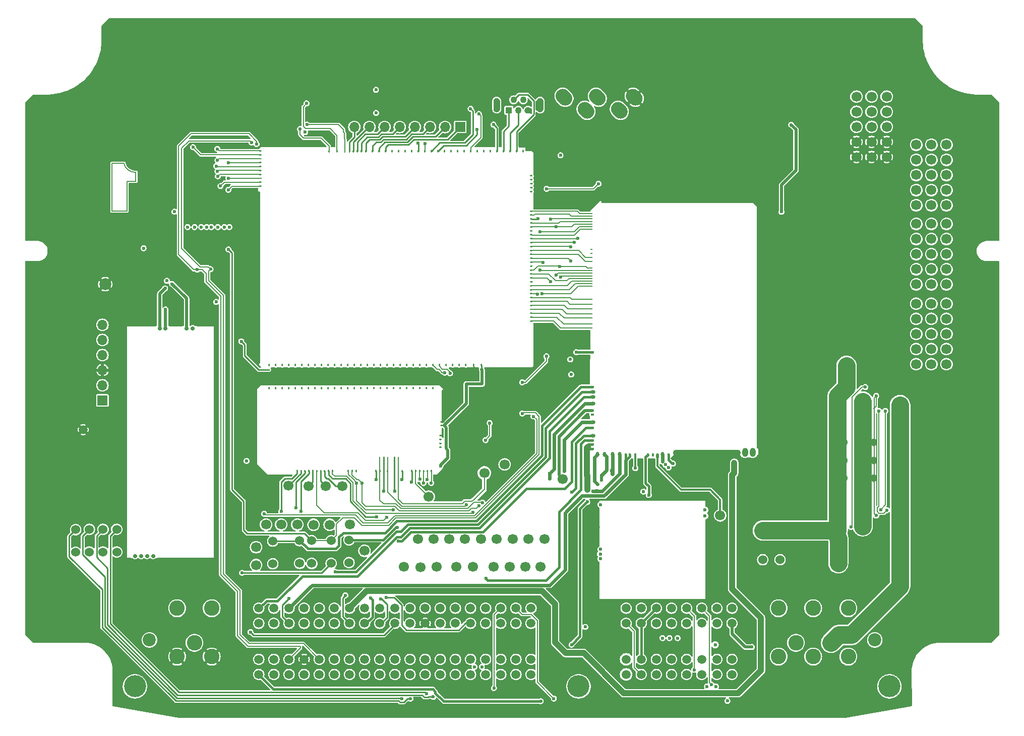
<source format=gbl>
G04 #@! TF.GenerationSoftware,KiCad,Pcbnew,8.0.8*
G04 #@! TF.CreationDate,2025-12-13T21:59:59-05:00*
G04 #@! TF.ProjectId,hellen121vag,68656c6c-656e-4313-9231-7661672e6b69,d*
G04 #@! TF.SameCoordinates,PX2b953a0PY6943058*
G04 #@! TF.FileFunction,Copper,L4,Bot*
G04 #@! TF.FilePolarity,Positive*
%FSLAX46Y46*%
G04 Gerber Fmt 4.6, Leading zero omitted, Abs format (unit mm)*
G04 Created by KiCad (PCBNEW 8.0.8) date 2025-12-13 21:59:59*
%MOMM*%
%LPD*%
G01*
G04 APERTURE LIST*
G04 #@! TA.AperFunction,EtchedComponent*
%ADD10C,0.200000*%
G04 #@! TD*
G04 #@! TA.AperFunction,ComponentPad*
%ADD11C,3.700000*%
G04 #@! TD*
G04 #@! TA.AperFunction,ComponentPad*
%ADD12C,2.200000*%
G04 #@! TD*
G04 #@! TA.AperFunction,ComponentPad*
%ADD13C,2.600000*%
G04 #@! TD*
G04 #@! TA.AperFunction,ComponentPad*
%ADD14C,1.500000*%
G04 #@! TD*
G04 #@! TA.AperFunction,ComponentPad*
%ADD15C,1.700000*%
G04 #@! TD*
G04 #@! TA.AperFunction,ComponentPad*
%ADD16C,0.599999*%
G04 #@! TD*
G04 #@! TA.AperFunction,SMDPad,CuDef*
%ADD17R,18.200000X0.250000*%
G04 #@! TD*
G04 #@! TA.AperFunction,SMDPad,CuDef*
%ADD18R,0.250000X1.250000*%
G04 #@! TD*
G04 #@! TA.AperFunction,SMDPad,CuDef*
%ADD19R,0.250000X0.350000*%
G04 #@! TD*
G04 #@! TA.AperFunction,SMDPad,CuDef*
%ADD20R,0.250000X13.650000*%
G04 #@! TD*
G04 #@! TA.AperFunction,SMDPad,CuDef*
%ADD21R,0.250000X6.450000*%
G04 #@! TD*
G04 #@! TA.AperFunction,SMDPad,CuDef*
%ADD22R,0.250000X6.500000*%
G04 #@! TD*
G04 #@! TA.AperFunction,SMDPad,CuDef*
%ADD23O,25.600000X0.200000*%
G04 #@! TD*
G04 #@! TA.AperFunction,SMDPad,CuDef*
%ADD24O,0.200000X40.800000*%
G04 #@! TD*
G04 #@! TA.AperFunction,SMDPad,CuDef*
%ADD25O,1.000001X1.500000*%
G04 #@! TD*
G04 #@! TA.AperFunction,SMDPad,CuDef*
%ADD26O,11.400000X1.100000*%
G04 #@! TD*
G04 #@! TA.AperFunction,SMDPad,CuDef*
%ADD27O,0.399999X0.599999*%
G04 #@! TD*
G04 #@! TA.AperFunction,SMDPad,CuDef*
%ADD28O,0.599999X0.800001*%
G04 #@! TD*
G04 #@! TA.AperFunction,SMDPad,CuDef*
%ADD29O,0.599999X0.399999*%
G04 #@! TD*
G04 #@! TA.AperFunction,SMDPad,CuDef*
%ADD30O,0.800001X0.599999*%
G04 #@! TD*
G04 #@! TA.AperFunction,SMDPad,CuDef*
%ADD31O,0.399999X0.200000*%
G04 #@! TD*
G04 #@! TA.AperFunction,ComponentPad*
%ADD32C,0.700000*%
G04 #@! TD*
G04 #@! TA.AperFunction,SMDPad,CuDef*
%ADD33R,0.250000X39.250000*%
G04 #@! TD*
G04 #@! TA.AperFunction,SMDPad,CuDef*
%ADD34R,5.050000X0.250000*%
G04 #@! TD*
G04 #@! TA.AperFunction,SMDPad,CuDef*
%ADD35R,3.100000X0.250000*%
G04 #@! TD*
G04 #@! TA.AperFunction,SMDPad,CuDef*
%ADD36R,2.250000X0.250000*%
G04 #@! TD*
G04 #@! TA.AperFunction,SMDPad,CuDef*
%ADD37R,9.750000X0.250000*%
G04 #@! TD*
G04 #@! TA.AperFunction,SMDPad,CuDef*
%ADD38R,0.950000X0.250000*%
G04 #@! TD*
G04 #@! TA.AperFunction,ComponentPad*
%ADD39C,1.524000*%
G04 #@! TD*
G04 #@! TA.AperFunction,ComponentPad*
%ADD40C,1.300000*%
G04 #@! TD*
G04 #@! TA.AperFunction,ComponentPad*
%ADD41R,1.700000X1.700000*%
G04 #@! TD*
G04 #@! TA.AperFunction,ComponentPad*
%ADD42O,1.700000X1.700000*%
G04 #@! TD*
G04 #@! TA.AperFunction,ComponentPad*
%ADD43R,1.100000X1.100000*%
G04 #@! TD*
G04 #@! TA.AperFunction,ComponentPad*
%ADD44C,1.100000*%
G04 #@! TD*
G04 #@! TA.AperFunction,ComponentPad*
%ADD45O,1.100000X2.400000*%
G04 #@! TD*
G04 #@! TA.AperFunction,SMDPad,CuDef*
%ADD46C,2.000000*%
G04 #@! TD*
G04 #@! TA.AperFunction,ViaPad*
%ADD47C,0.600000*%
G04 #@! TD*
G04 #@! TA.AperFunction,ViaPad*
%ADD48C,2.000000*%
G04 #@! TD*
G04 #@! TA.AperFunction,ViaPad*
%ADD49C,0.800000*%
G04 #@! TD*
G04 #@! TA.AperFunction,Conductor*
%ADD50C,0.500000*%
G04 #@! TD*
G04 #@! TA.AperFunction,Conductor*
%ADD51C,0.400000*%
G04 #@! TD*
G04 #@! TA.AperFunction,Conductor*
%ADD52C,0.250000*%
G04 #@! TD*
G04 #@! TA.AperFunction,Conductor*
%ADD53C,0.200000*%
G04 #@! TD*
G04 #@! TA.AperFunction,Conductor*
%ADD54C,0.254000*%
G04 #@! TD*
G04 #@! TA.AperFunction,Conductor*
%ADD55C,0.300000*%
G04 #@! TD*
G04 #@! TA.AperFunction,Conductor*
%ADD56C,0.600000*%
G04 #@! TD*
G04 #@! TA.AperFunction,Conductor*
%ADD57C,1.000000*%
G04 #@! TD*
G04 #@! TA.AperFunction,Conductor*
%ADD58C,3.000000*%
G04 #@! TD*
G04 APERTURE END LIST*
D10*
G04 #@! TO.C,G\u002A\u002A\u002A*
X18800000Y90375000D02*
X18800000Y91875000D01*
X17300000Y90375000D02*
X17300000Y85375000D01*
X17300000Y85375000D02*
X14800000Y85375000D01*
X14800000Y93375000D02*
X16800000Y93375000D01*
X18800000Y90375000D02*
X17300000Y90375000D01*
X14800000Y85375000D02*
X14800000Y93375000D01*
X18800000Y91875000D02*
G75*
G02*
X16800000Y93375000I-78399J1978801D01*
G01*
G04 #@! TD*
D11*
G04 #@! TO.P,P1,*
G04 #@! TO.N,*
X145348000Y5492000D03*
X18648000Y5492000D03*
X93148000Y5492000D03*
D12*
X142898000Y13292000D03*
X21098000Y13292000D03*
D13*
G04 #@! TO.P,P1,1,1*
G04 #@! TO.N,GND*
X25748000Y10492000D03*
G04 #@! TO.P,P1,2,2*
X31548000Y10492000D03*
G04 #@! TO.P,P1,3,3*
G04 #@! TO.N,Net-(F1-Pad1)*
X28648000Y12822000D03*
G04 #@! TO.P,P1,4,4*
G04 #@! TO.N,unconnected-(P1-Pad4)*
X25748000Y18622000D03*
G04 #@! TO.P,P1,5,5*
G04 #@! TO.N,/LSU_HEAT-*
X31548000Y18622000D03*
D14*
G04 #@! TO.P,P1,6,6*
G04 #@! TO.N,unconnected-(P1-Pad6)*
X85168000Y18622000D03*
G04 #@! TO.P,P1,7,7*
G04 #@! TO.N,/OUT_IGN2*
X82628000Y18622000D03*
G04 #@! TO.P,P1,8,8*
G04 #@! TO.N,/OUT_IGN7*
X80088000Y18622000D03*
G04 #@! TO.P,P1,9,9*
G04 #@! TO.N,Net-(P1-Pad9)*
X77548000Y18622000D03*
G04 #@! TO.P,P1,10,10*
G04 #@! TO.N,Net-(P1-Pad10)*
X75008000Y18622000D03*
G04 #@! TO.P,P1,11,11*
G04 #@! TO.N,Net-(P1-Pad11)*
X72468000Y18622000D03*
G04 #@! TO.P,P1,12,12*
G04 #@! TO.N,Net-(P1-Pad12)*
X69928000Y18622000D03*
G04 #@! TO.P,P1,13,13*
G04 #@! TO.N,Net-(P1-Pad13)*
X67388000Y18622000D03*
G04 #@! TO.P,P1,14,14*
G04 #@! TO.N,/IN_AFR*
X64848000Y18622000D03*
G04 #@! TO.P,P1,15,15*
G04 #@! TO.N,unconnected-(P1-Pad15)*
X62308000Y18622000D03*
G04 #@! TO.P,P1,16,16*
G04 #@! TO.N,unconnected-(P1-Pad16)*
X59768000Y18622000D03*
G04 #@! TO.P,P1,17,17*
G04 #@! TO.N,Net-(P1-Pad17)*
X57228000Y18622000D03*
G04 #@! TO.P,P1,18,18*
G04 #@! TO.N,/OUT_VVT2_B1*
X54688000Y18622000D03*
G04 #@! TO.P,P1,19,19*
G04 #@! TO.N,/OUT_INJ7*
X52148000Y18622000D03*
G04 #@! TO.P,P1,20,20*
G04 #@! TO.N,Net-(P1-Pad20)*
X49608000Y18622000D03*
G04 #@! TO.P,P1,21,21*
G04 #@! TO.N,Net-(P1-Pad21)*
X47068000Y18622000D03*
G04 #@! TO.P,P1,22,22*
G04 #@! TO.N,/OUT_VVT1_1*
X44528000Y18622000D03*
G04 #@! TO.P,P1,23,23*
G04 #@! TO.N,Net-(P1-Pad23)*
X41988000Y18622000D03*
G04 #@! TO.P,P1,24,24*
G04 #@! TO.N,/OUT_INJ8*
X39448000Y18622000D03*
G04 #@! TO.P,P1,25,25*
G04 #@! TO.N,unconnected-(P1-Pad25)*
X85168000Y16082000D03*
G04 #@! TO.P,P1,26,26*
G04 #@! TO.N,/IN_IAT*
X82628000Y16082000D03*
G04 #@! TO.P,P1,27,27*
G04 #@! TO.N,GNDA*
X80088000Y16082000D03*
G04 #@! TO.P,P1,28,28*
G04 #@! TO.N,Net-(P1-Pad28)*
X77548000Y16082000D03*
G04 #@! TO.P,P1,29,29*
G04 #@! TO.N,/IN_MAF*
X75008000Y16082000D03*
G04 #@! TO.P,P1,30,30*
G04 #@! TO.N,unconnected-(P1-Pad30)*
X72468000Y16082000D03*
G04 #@! TO.P,P1,31,31*
G04 #@! TO.N,unconnected-(P1-Pad31)*
X69928000Y16082000D03*
G04 #@! TO.P,P1,32,32*
G04 #@! TO.N,GND*
X67388000Y16082000D03*
G04 #@! TO.P,P1,33,33*
G04 #@! TO.N,GNDA*
X64848000Y16082000D03*
G04 #@! TO.P,P1,34,34*
G04 #@! TO.N,/IN_PPS1*
X62308000Y16082000D03*
G04 #@! TO.P,P1,35,35*
G04 #@! TO.N,/IN_PPS2*
X59768000Y16082000D03*
G04 #@! TO.P,P1,36,36*
G04 #@! TO.N,GNDA*
X57228000Y16082000D03*
G04 #@! TO.P,P1,37,37*
G04 #@! TO.N,Net-(P1-Pad37)*
X54688000Y16082000D03*
G04 #@! TO.P,P1,38,38*
G04 #@! TO.N,/IN_RES1*
X52148000Y16082000D03*
G04 #@! TO.P,P1,39,39*
G04 #@! TO.N,/IN_RES2*
X49608000Y16082000D03*
G04 #@! TO.P,P1,40,40*
G04 #@! TO.N,Net-(P1-Pad40)*
X47068000Y16082000D03*
G04 #@! TO.P,P1,41,41*
G04 #@! TO.N,Net-(P1-Pad41)*
X44528000Y16082000D03*
G04 #@! TO.P,P1,42,42*
G04 #@! TO.N,unconnected-(P1-Pad42)*
X41988000Y16082000D03*
G04 #@! TO.P,P1,43,43*
G04 #@! TO.N,Net-(P1-Pad43)*
X39448000Y16082000D03*
G04 #@! TO.P,P1,44,44*
G04 #@! TO.N,Net-(P1-Pad44)*
X85168000Y10032000D03*
G04 #@! TO.P,P1,45,45*
G04 #@! TO.N,Net-(P1-Pad45)*
X82628000Y10032000D03*
G04 #@! TO.P,P1,46,46*
G04 #@! TO.N,Net-(P1-Pad46)*
X80088000Y10032000D03*
G04 #@! TO.P,P1,47,47*
G04 #@! TO.N,/OUT_CHECK_ENGINE*
X77548000Y10032000D03*
G04 #@! TO.P,P1,48,48*
G04 #@! TO.N,Net-(P1-Pad48)*
X75008000Y10032000D03*
G04 #@! TO.P,P1,49,49*
G04 #@! TO.N,Net-(P1-Pad49)*
X72468000Y10032000D03*
G04 #@! TO.P,P1,50,50*
G04 #@! TO.N,GNDA*
X69928000Y10032000D03*
G04 #@! TO.P,P1,51,51*
G04 #@! TO.N,Net-(P1-Pad51)*
X67388000Y10032000D03*
G04 #@! TO.P,P1,52,52*
G04 #@! TO.N,Net-(P1-Pad52)*
X64848000Y10032000D03*
G04 #@! TO.P,P1,53,53*
G04 #@! TO.N,+5VP*
X62308000Y10032000D03*
G04 #@! TO.P,P1,54,54*
G04 #@! TO.N,/IN_VSS*
X59768000Y10032000D03*
G04 #@! TO.P,P1,55,55*
G04 #@! TO.N,/IN_D1*
X57228000Y10032000D03*
G04 #@! TO.P,P1,56,56*
G04 #@! TO.N,Net-(P1-Pad56)*
X54688000Y10032000D03*
G04 #@! TO.P,P1,57,57*
G04 #@! TO.N,/IN_D2*
X52148000Y10032000D03*
G04 #@! TO.P,P1,58,58*
G04 #@! TO.N,/CAN-*
X49608000Y10032000D03*
G04 #@! TO.P,P1,59,59*
G04 #@! TO.N,GND*
X47068000Y10032000D03*
G04 #@! TO.P,P1,60,60*
G04 #@! TO.N,/CAN+*
X44528000Y10032000D03*
G04 #@! TO.P,P1,61,61*
G04 #@! TO.N,Net-(P1-Pad61)*
X41988000Y10032000D03*
G04 #@! TO.P,P1,62,62*
G04 #@! TO.N,/V12_PERM*
X39448000Y10032000D03*
G04 #@! TO.P,P1,63,63*
G04 #@! TO.N,Net-(P1-Pad63)*
X85168000Y7492000D03*
G04 #@! TO.P,P1,64,64*
G04 #@! TO.N,Net-(P1-Pad64)*
X82628000Y7492000D03*
G04 #@! TO.P,P1,65,65*
G04 #@! TO.N,/OUT_FUEL_PUMP_RELAY*
X80088000Y7492000D03*
G04 #@! TO.P,P1,66,66*
G04 #@! TO.N,Net-(P1-Pad66)*
X77548000Y7492000D03*
G04 #@! TO.P,P1,67,67*
G04 #@! TO.N,Net-(P1-Pad67)*
X75008000Y7492000D03*
G04 #@! TO.P,P1,68,68*
G04 #@! TO.N,Net-(P1-Pad68)*
X72468000Y7492000D03*
G04 #@! TO.P,P1,69,69*
G04 #@! TO.N,Net-(P1-Pad69)*
X69928000Y7492000D03*
G04 #@! TO.P,P1,70,70*
G04 #@! TO.N,Net-(P1-Pad70)*
X67388000Y7492000D03*
G04 #@! TO.P,P1,71,71*
G04 #@! TO.N,Net-(P1-Pad71)*
X64848000Y7492000D03*
G04 #@! TO.P,P1,72,72*
G04 #@! TO.N,+5VP*
X62308000Y7492000D03*
G04 #@! TO.P,P1,73,73*
X59768000Y7492000D03*
G04 #@! TO.P,P1,74,74*
G04 #@! TO.N,Net-(P1-Pad74)*
X57228000Y7492000D03*
G04 #@! TO.P,P1,75,75*
G04 #@! TO.N,/IN_D3*
X54688000Y7492000D03*
G04 #@! TO.P,P1,76,76*
G04 #@! TO.N,/IN_D4*
X52148000Y7492000D03*
G04 #@! TO.P,P1,77,77*
G04 #@! TO.N,unconnected-(P1-Pad77)*
X49608000Y7492000D03*
G04 #@! TO.P,P1,78,78*
G04 #@! TO.N,unconnected-(P1-Pad78)*
X47068000Y7492000D03*
G04 #@! TO.P,P1,79,79*
G04 #@! TO.N,unconnected-(P1-Pad79)*
X44528000Y7492000D03*
G04 #@! TO.P,P1,80,80*
G04 #@! TO.N,Net-(P1-Pad80)*
X41988000Y7492000D03*
G04 #@! TO.P,P1,81,81*
G04 #@! TO.N,/OUT_FUEL_CONSUM*
X39448000Y7492000D03*
G04 #@! TO.P,P1,82,82*
G04 #@! TO.N,/IN_CRANK+*
X101138000Y7492000D03*
G04 #@! TO.P,P1,83,83*
G04 #@! TO.N,+5VP*
X103678000Y7492000D03*
G04 #@! TO.P,P1,84,84*
G04 #@! TO.N,/IN_TPS2*
X106218000Y7492000D03*
G04 #@! TO.P,P1,85,85*
G04 #@! TO.N,/IN_IAT*
X108758000Y7492000D03*
G04 #@! TO.P,P1,86,86*
G04 #@! TO.N,/IN_CAM1*
X111298000Y7492000D03*
G04 #@! TO.P,P1,87,87*
G04 #@! TO.N,/IN_CAM2*
X113838000Y7492000D03*
G04 #@! TO.P,P1,88,88*
G04 #@! TO.N,/OUT_INJ4*
X116378000Y7492000D03*
G04 #@! TO.P,P1,89,89*
G04 #@! TO.N,/OUT_INJ2*
X118918000Y7492000D03*
G04 #@! TO.P,P1,90,90*
G04 #@! TO.N,/IN_CRANK-*
X101138000Y10032000D03*
G04 #@! TO.P,P1,91,91*
G04 #@! TO.N,GNDA*
X103678000Y10032000D03*
G04 #@! TO.P,P1,92,92*
G04 #@! TO.N,/IN_TPS1*
X106218000Y10032000D03*
G04 #@! TO.P,P1,93,93*
G04 #@! TO.N,/IN_CLT*
X108758000Y10032000D03*
G04 #@! TO.P,P1,94,94*
G04 #@! TO.N,/OUT_IGN4*
X111298000Y10032000D03*
G04 #@! TO.P,P1,95,95*
G04 #@! TO.N,/OUT_IGN8*
X113838000Y10032000D03*
G04 #@! TO.P,P1,96,96*
G04 #@! TO.N,/OUT_INJ1*
X116378000Y10032000D03*
G04 #@! TO.P,P1,97,97*
G04 #@! TO.N,/OUT_INJ3*
X118918000Y10032000D03*
G04 #@! TO.P,P1,98,98*
G04 #@! TO.N,+5VP*
X101138000Y16082000D03*
G04 #@! TO.P,P1,99,99*
G04 #@! TO.N,GNDA*
X103678000Y16082000D03*
G04 #@! TO.P,P1,100,100*
G04 #@! TO.N,unconnected-(P1-Pad100)*
X106218000Y16082000D03*
G04 #@! TO.P,P1,101,101*
G04 #@! TO.N,/IN_MAP2*
X108758000Y16082000D03*
G04 #@! TO.P,P1,102,102*
G04 #@! TO.N,/OUT_IGN1*
X111298000Y16082000D03*
G04 #@! TO.P,P1,103,103*
G04 #@! TO.N,/OUT_IGN5*
X113838000Y16082000D03*
G04 #@! TO.P,P1,104,104*
G04 #@! TO.N,/OUT_WASTEGATE*
X116378000Y16082000D03*
G04 #@! TO.P,P1,105,105*
G04 #@! TO.N,/OUT_IDLE*
X118918000Y16082000D03*
G04 #@! TO.P,P1,106,106*
G04 #@! TO.N,/IN_KNOCK1_RAW*
X101138000Y18622000D03*
G04 #@! TO.P,P1,107,107*
G04 #@! TO.N,unconnected-(P1-Pad107)*
X103678000Y18622000D03*
G04 #@! TO.P,P1,108,108*
G04 #@! TO.N,GNDA*
X106218000Y18622000D03*
G04 #@! TO.P,P1,109,109*
G04 #@! TO.N,unconnected-(P1-Pad109)*
X108758000Y18622000D03*
G04 #@! TO.P,P1,110,110*
G04 #@! TO.N,/OUT_IGN6*
X111298000Y18622000D03*
G04 #@! TO.P,P1,111,111*
G04 #@! TO.N,/OUT_IGN3*
X113838000Y18622000D03*
G04 #@! TO.P,P1,112,112*
G04 #@! TO.N,/OUT_INJ6*
X116378000Y18622000D03*
G04 #@! TO.P,P1,113,113*
G04 #@! TO.N,/OUT_INJ5*
X118918000Y18622000D03*
D13*
G04 #@! TO.P,P1,114,114*
G04 #@! TO.N,unconnected-(P1-Pad114)*
X126748000Y10492000D03*
G04 #@! TO.P,P1,115,115*
G04 #@! TO.N,/OUT_VVT1_2*
X132548000Y10492000D03*
G04 #@! TO.P,P1,116,116*
G04 #@! TO.N,unconnected-(P1-Pad116)*
X138448000Y10492000D03*
G04 #@! TO.P,P1,117,117*
G04 #@! TO.N,/+ETB_OUT*
X129648000Y12822000D03*
G04 #@! TO.P,P1,118,118*
G04 #@! TO.N,/-ETB_OUT*
X135548000Y12822000D03*
G04 #@! TO.P,P1,119,119*
G04 #@! TO.N,unconnected-(P1-Pad119)*
X126748000Y18622000D03*
G04 #@! TO.P,P1,120,120*
G04 #@! TO.N,/OUT_VVT2_B2*
X132548000Y18622000D03*
G04 #@! TO.P,P1,121,121*
G04 #@! TO.N,Net-(F2-Pad1)*
X138448000Y18622000D03*
G04 #@! TD*
G04 #@! TO.P,M3,E1,SPI1_SCK*
G04 #@! TO.N,unconnected-(M3-PadE1)*
G04 #@! TA.AperFunction,SMDPad,CuDef*
G36*
G01*
X85339497Y91171375D02*
X85089497Y91171375D01*
G75*
G02*
X84964497Y91296375I0J125000D01*
G01*
X84964497Y91296375D01*
G75*
G02*
X85089497Y91421375I125000J0D01*
G01*
X85339497Y91421375D01*
G75*
G02*
X85464497Y91296375I0J-125000D01*
G01*
X85464497Y91296375D01*
G75*
G02*
X85339497Y91171375I-125000J0D01*
G01*
G37*
G04 #@! TD.AperFunction*
G04 #@! TO.P,M3,E2,SPI1_MISO*
G04 #@! TO.N,unconnected-(M3-PadE2)*
G04 #@! TA.AperFunction,SMDPad,CuDef*
G36*
G01*
X85089497Y90761377D02*
X85339497Y90761377D01*
G75*
G02*
X85464497Y90636377I0J-125000D01*
G01*
X85464497Y90636377D01*
G75*
G02*
X85339497Y90511377I-125000J0D01*
G01*
X85089497Y90511377D01*
G75*
G02*
X84964497Y90636377I0J125000D01*
G01*
X84964497Y90636377D01*
G75*
G02*
X85089497Y90761377I125000J0D01*
G01*
G37*
G04 #@! TD.AperFunction*
G04 #@! TO.P,M3,E3,SPI1_MOSI*
G04 #@! TO.N,unconnected-(M3-PadE3)*
G04 #@! TA.AperFunction,SMDPad,CuDef*
G36*
G01*
X85089497Y90101372D02*
X85339497Y90101372D01*
G75*
G02*
X85464497Y89976372I0J-125000D01*
G01*
X85464497Y89976372D01*
G75*
G02*
X85339497Y89851372I-125000J0D01*
G01*
X85089497Y89851372D01*
G75*
G02*
X84964497Y89976372I0J125000D01*
G01*
X84964497Y89976372D01*
G75*
G02*
X85089497Y90101372I125000J0D01*
G01*
G37*
G04 #@! TD.AperFunction*
G04 #@! TO.P,M3,E4,SPI1_CS1*
G04 #@! TO.N,unconnected-(M3-PadE4)*
G04 #@! TA.AperFunction,SMDPad,CuDef*
G36*
G01*
X85089497Y89441377D02*
X85339497Y89441377D01*
G75*
G02*
X85464497Y89316377I0J-125000D01*
G01*
X85464497Y89316377D01*
G75*
G02*
X85339497Y89191377I-125000J0D01*
G01*
X85089497Y89191377D01*
G75*
G02*
X84964497Y89316377I0J125000D01*
G01*
X84964497Y89316377D01*
G75*
G02*
X85089497Y89441377I125000J0D01*
G01*
G37*
G04 #@! TD.AperFunction*
G04 #@! TO.P,M3,E5,SPI1_CS2*
G04 #@! TO.N,unconnected-(M3-PadE5)*
G04 #@! TA.AperFunction,SMDPad,CuDef*
G36*
G01*
X85089497Y88781375D02*
X85339497Y88781375D01*
G75*
G02*
X85464497Y88656375I0J-125000D01*
G01*
X85464497Y88656375D01*
G75*
G02*
X85339497Y88531375I-125000J0D01*
G01*
X85089497Y88531375D01*
G75*
G02*
X84964497Y88656375I0J125000D01*
G01*
X84964497Y88656375D01*
G75*
G02*
X85089497Y88781375I125000J0D01*
G01*
G37*
G04 #@! TD.AperFunction*
G04 #@! TO.P,M3,E6,OUT_IO3*
G04 #@! TO.N,/MAIN_RELAY*
G04 #@! TA.AperFunction,SMDPad,CuDef*
G36*
G01*
X85089497Y85481374D02*
X85339497Y85481374D01*
G75*
G02*
X85464497Y85356374I0J-125000D01*
G01*
X85464497Y85356374D01*
G75*
G02*
X85339497Y85231374I-125000J0D01*
G01*
X85089497Y85231374D01*
G75*
G02*
X84964497Y85356374I0J125000D01*
G01*
X84964497Y85356374D01*
G75*
G02*
X85089497Y85481374I125000J0D01*
G01*
G37*
G04 #@! TD.AperFunction*
G04 #@! TO.P,M3,E7,OUT_IO5*
G04 #@! TO.N,/OUT1*
G04 #@! TA.AperFunction,SMDPad,CuDef*
G36*
G01*
X85089497Y84821373D02*
X85339497Y84821373D01*
G75*
G02*
X85464497Y84696373I0J-125000D01*
G01*
X85464497Y84696373D01*
G75*
G02*
X85339497Y84571373I-125000J0D01*
G01*
X85089497Y84571373D01*
G75*
G02*
X84964497Y84696373I0J125000D01*
G01*
X84964497Y84696373D01*
G75*
G02*
X85089497Y84821373I125000J0D01*
G01*
G37*
G04 #@! TD.AperFunction*
G04 #@! TO.P,M3,E8,OUT_IO1*
G04 #@! TO.N,/FUEL_PUMP_RELAY*
G04 #@! TA.AperFunction,SMDPad,CuDef*
G36*
G01*
X85089497Y84161371D02*
X85339497Y84161371D01*
G75*
G02*
X85464497Y84036371I0J-125000D01*
G01*
X85464497Y84036371D01*
G75*
G02*
X85339497Y83911371I-125000J0D01*
G01*
X85089497Y83911371D01*
G75*
G02*
X84964497Y84036371I0J125000D01*
G01*
X84964497Y84036371D01*
G75*
G02*
X85089497Y84161371I125000J0D01*
G01*
G37*
G04 #@! TD.AperFunction*
G04 #@! TO.P,M3,E9,OUT_IO6*
G04 #@! TO.N,/OUT2*
G04 #@! TA.AperFunction,SMDPad,CuDef*
G36*
G01*
X85089497Y83501373D02*
X85339497Y83501373D01*
G75*
G02*
X85464497Y83376373I0J-125000D01*
G01*
X85464497Y83376373D01*
G75*
G02*
X85339497Y83251373I-125000J0D01*
G01*
X85089497Y83251373D01*
G75*
G02*
X84964497Y83376373I0J125000D01*
G01*
X84964497Y83376373D01*
G75*
G02*
X85089497Y83501373I125000J0D01*
G01*
G37*
G04 #@! TD.AperFunction*
G04 #@! TO.P,M3,E10,OUT_IO10*
G04 #@! TO.N,/VVT1_1*
G04 #@! TA.AperFunction,SMDPad,CuDef*
G36*
G01*
X85089497Y82841371D02*
X85339497Y82841371D01*
G75*
G02*
X85464497Y82716371I0J-125000D01*
G01*
X85464497Y82716371D01*
G75*
G02*
X85339497Y82591371I-125000J0D01*
G01*
X85089497Y82591371D01*
G75*
G02*
X84964497Y82716371I0J125000D01*
G01*
X84964497Y82716371D01*
G75*
G02*
X85089497Y82841371I125000J0D01*
G01*
G37*
G04 #@! TD.AperFunction*
G04 #@! TO.P,M3,E11,OUT_IO9*
G04 #@! TO.N,unconnected-(M3-PadE11)*
G04 #@! TA.AperFunction,SMDPad,CuDef*
G36*
G01*
X85089497Y82181373D02*
X85339497Y82181373D01*
G75*
G02*
X85464497Y82056373I0J-125000D01*
G01*
X85464497Y82056373D01*
G75*
G02*
X85339497Y81931373I-125000J0D01*
G01*
X85089497Y81931373D01*
G75*
G02*
X84964497Y82056373I0J125000D01*
G01*
X84964497Y82056373D01*
G75*
G02*
X85089497Y82181373I125000J0D01*
G01*
G37*
G04 #@! TD.AperFunction*
G04 #@! TO.P,M3,E12,OUT_IO2*
G04 #@! TO.N,/WASTEGATE*
G04 #@! TA.AperFunction,SMDPad,CuDef*
G36*
G01*
X85089497Y81521372D02*
X85339497Y81521372D01*
G75*
G02*
X85464497Y81396372I0J-125000D01*
G01*
X85464497Y81396372D01*
G75*
G02*
X85339497Y81271372I-125000J0D01*
G01*
X85089497Y81271372D01*
G75*
G02*
X84964497Y81396372I0J125000D01*
G01*
X84964497Y81396372D01*
G75*
G02*
X85089497Y81521372I125000J0D01*
G01*
G37*
G04 #@! TD.AperFunction*
G04 #@! TO.P,M3,E13,OUT_IO12*
G04 #@! TO.N,/ETB_EN*
G04 #@! TA.AperFunction,SMDPad,CuDef*
G36*
G01*
X85089497Y80861373D02*
X85339497Y80861373D01*
G75*
G02*
X85464497Y80736373I0J-125000D01*
G01*
X85464497Y80736373D01*
G75*
G02*
X85339497Y80611373I-125000J0D01*
G01*
X85089497Y80611373D01*
G75*
G02*
X84964497Y80736373I0J125000D01*
G01*
X84964497Y80736373D01*
G75*
G02*
X85089497Y80861373I125000J0D01*
G01*
G37*
G04 #@! TD.AperFunction*
G04 #@! TO.P,M3,E14,OUT_PWM2*
G04 #@! TO.N,/+ETB*
G04 #@! TA.AperFunction,SMDPad,CuDef*
G36*
G01*
X85089497Y80201372D02*
X85339497Y80201372D01*
G75*
G02*
X85464497Y80076372I0J-125000D01*
G01*
X85464497Y80076372D01*
G75*
G02*
X85339497Y79951372I-125000J0D01*
G01*
X85089497Y79951372D01*
G75*
G02*
X84964497Y80076372I0J125000D01*
G01*
X84964497Y80076372D01*
G75*
G02*
X85089497Y80201372I125000J0D01*
G01*
G37*
G04 #@! TD.AperFunction*
G04 #@! TO.P,M3,E15,OUT_PWM3*
G04 #@! TO.N,/-ETB*
G04 #@! TA.AperFunction,SMDPad,CuDef*
G36*
G01*
X85089497Y79541373D02*
X85339497Y79541373D01*
G75*
G02*
X85464497Y79416373I0J-125000D01*
G01*
X85464497Y79416373D01*
G75*
G02*
X85339497Y79291373I-125000J0D01*
G01*
X85089497Y79291373D01*
G75*
G02*
X84964497Y79416373I0J125000D01*
G01*
X84964497Y79416373D01*
G75*
G02*
X85089497Y79541373I125000J0D01*
G01*
G37*
G04 #@! TD.AperFunction*
G04 #@! TO.P,M3,E16,OUT_PWM4*
G04 #@! TO.N,/VVT2_B2*
G04 #@! TA.AperFunction,SMDPad,CuDef*
G36*
G01*
X85089497Y78881372D02*
X85339497Y78881372D01*
G75*
G02*
X85464497Y78756372I0J-125000D01*
G01*
X85464497Y78756372D01*
G75*
G02*
X85339497Y78631372I-125000J0D01*
G01*
X85089497Y78631372D01*
G75*
G02*
X84964497Y78756372I0J125000D01*
G01*
X84964497Y78756372D01*
G75*
G02*
X85089497Y78881372I125000J0D01*
G01*
G37*
G04 #@! TD.AperFunction*
G04 #@! TO.P,M3,E17,OUT_PWM5*
G04 #@! TO.N,/VVT2_B1*
G04 #@! TA.AperFunction,SMDPad,CuDef*
G36*
G01*
X85089497Y78221373D02*
X85339497Y78221373D01*
G75*
G02*
X85464497Y78096373I0J-125000D01*
G01*
X85464497Y78096373D01*
G75*
G02*
X85339497Y77971373I-125000J0D01*
G01*
X85089497Y77971373D01*
G75*
G02*
X84964497Y78096373I0J125000D01*
G01*
X84964497Y78096373D01*
G75*
G02*
X85089497Y78221373I125000J0D01*
G01*
G37*
G04 #@! TD.AperFunction*
G04 #@! TO.P,M3,E18,OUT_PWM6*
G04 #@! TO.N,/THRESHOLD_VR*
G04 #@! TA.AperFunction,SMDPad,CuDef*
G36*
G01*
X85089497Y77561372D02*
X85339497Y77561372D01*
G75*
G02*
X85464497Y77436372I0J-125000D01*
G01*
X85464497Y77436372D01*
G75*
G02*
X85339497Y77311372I-125000J0D01*
G01*
X85089497Y77311372D01*
G75*
G02*
X84964497Y77436372I0J125000D01*
G01*
X84964497Y77436372D01*
G75*
G02*
X85089497Y77561372I125000J0D01*
G01*
G37*
G04 #@! TD.AperFunction*
G04 #@! TO.P,M3,E19,OUT_PWM7*
G04 #@! TO.N,/FUEL_CONSUM*
G04 #@! TA.AperFunction,SMDPad,CuDef*
G36*
G01*
X85089497Y76901373D02*
X85339497Y76901373D01*
G75*
G02*
X85464497Y76776373I0J-125000D01*
G01*
X85464497Y76776373D01*
G75*
G02*
X85339497Y76651373I-125000J0D01*
G01*
X85089497Y76651373D01*
G75*
G02*
X84964497Y76776373I0J125000D01*
G01*
X84964497Y76776373D01*
G75*
G02*
X85089497Y76901373I125000J0D01*
G01*
G37*
G04 #@! TD.AperFunction*
G04 #@! TO.P,M3,E20,OUT_IO11*
G04 #@! TO.N,unconnected-(M3-PadE20)*
G04 #@! TA.AperFunction,SMDPad,CuDef*
G36*
G01*
X85089497Y76241372D02*
X85339497Y76241372D01*
G75*
G02*
X85464497Y76116372I0J-125000D01*
G01*
X85464497Y76116372D01*
G75*
G02*
X85339497Y75991372I-125000J0D01*
G01*
X85089497Y75991372D01*
G75*
G02*
X84964497Y76116372I0J125000D01*
G01*
X84964497Y76116372D01*
G75*
G02*
X85089497Y76241372I125000J0D01*
G01*
G37*
G04 #@! TD.AperFunction*
G04 #@! TO.P,M3,E21,OUT_IO7*
G04 #@! TO.N,/VVT1_2*
G04 #@! TA.AperFunction,SMDPad,CuDef*
G36*
G01*
X85089497Y75581373D02*
X85339497Y75581373D01*
G75*
G02*
X85464497Y75456373I0J-125000D01*
G01*
X85464497Y75456373D01*
G75*
G02*
X85339497Y75331373I-125000J0D01*
G01*
X85089497Y75331373D01*
G75*
G02*
X84964497Y75456373I0J125000D01*
G01*
X84964497Y75456373D01*
G75*
G02*
X85089497Y75581373I125000J0D01*
G01*
G37*
G04 #@! TD.AperFunction*
G04 #@! TO.P,M3,E22,OUT_IO8*
G04 #@! TO.N,/CHECK_ENGINE*
G04 #@! TA.AperFunction,SMDPad,CuDef*
G36*
G01*
X85089497Y74921372D02*
X85339497Y74921372D01*
G75*
G02*
X85464497Y74796372I0J-125000D01*
G01*
X85464497Y74796372D01*
G75*
G02*
X85339497Y74671372I-125000J0D01*
G01*
X85089497Y74671372D01*
G75*
G02*
X84964497Y74796372I0J125000D01*
G01*
X84964497Y74796372D01*
G75*
G02*
X85089497Y74921372I125000J0D01*
G01*
G37*
G04 #@! TD.AperFunction*
G04 #@! TO.P,M3,E23,OUT_IO4*
G04 #@! TO.N,/IDLE*
G04 #@! TA.AperFunction,SMDPad,CuDef*
G36*
G01*
X85089497Y74261373D02*
X85339497Y74261373D01*
G75*
G02*
X85464497Y74136373I0J-125000D01*
G01*
X85464497Y74136373D01*
G75*
G02*
X85339497Y74011373I-125000J0D01*
G01*
X85089497Y74011373D01*
G75*
G02*
X84964497Y74136373I0J125000D01*
G01*
X84964497Y74136373D01*
G75*
G02*
X85089497Y74261373I125000J0D01*
G01*
G37*
G04 #@! TD.AperFunction*
G04 #@! TO.P,M3,E24,OUT_IO13*
G04 #@! TO.N,unconnected-(M3-PadE24)*
G04 #@! TA.AperFunction,SMDPad,CuDef*
G36*
G01*
X85089497Y73601372D02*
X85339497Y73601372D01*
G75*
G02*
X85464497Y73476372I0J-125000D01*
G01*
X85464497Y73476372D01*
G75*
G02*
X85339497Y73351372I-125000J0D01*
G01*
X85089497Y73351372D01*
G75*
G02*
X84964497Y73476372I0J125000D01*
G01*
X84964497Y73476372D01*
G75*
G02*
X85089497Y73601372I125000J0D01*
G01*
G37*
G04 #@! TD.AperFunction*
G04 #@! TO.P,M3,E25,OUT_INJ1*
G04 #@! TO.N,/INJ1*
G04 #@! TA.AperFunction,SMDPad,CuDef*
G36*
G01*
X85089497Y72941373D02*
X85339497Y72941373D01*
G75*
G02*
X85464497Y72816373I0J-125000D01*
G01*
X85464497Y72816373D01*
G75*
G02*
X85339497Y72691373I-125000J0D01*
G01*
X85089497Y72691373D01*
G75*
G02*
X84964497Y72816373I0J125000D01*
G01*
X84964497Y72816373D01*
G75*
G02*
X85089497Y72941373I125000J0D01*
G01*
G37*
G04 #@! TD.AperFunction*
G04 #@! TO.P,M3,E26,OUT_INJ2*
G04 #@! TO.N,/INJ2*
G04 #@! TA.AperFunction,SMDPad,CuDef*
G36*
G01*
X85089497Y72281372D02*
X85339497Y72281372D01*
G75*
G02*
X85464497Y72156372I0J-125000D01*
G01*
X85464497Y72156372D01*
G75*
G02*
X85339497Y72031372I-125000J0D01*
G01*
X85089497Y72031372D01*
G75*
G02*
X84964497Y72156372I0J125000D01*
G01*
X84964497Y72156372D01*
G75*
G02*
X85089497Y72281372I125000J0D01*
G01*
G37*
G04 #@! TD.AperFunction*
G04 #@! TO.P,M3,E27,OUT_PWM1*
G04 #@! TO.N,/TACH*
G04 #@! TA.AperFunction,SMDPad,CuDef*
G36*
G01*
X85089497Y71621374D02*
X85339497Y71621374D01*
G75*
G02*
X85464497Y71496374I0J-125000D01*
G01*
X85464497Y71496374D01*
G75*
G02*
X85339497Y71371374I-125000J0D01*
G01*
X85089497Y71371374D01*
G75*
G02*
X84964497Y71496374I0J125000D01*
G01*
X84964497Y71496374D01*
G75*
G02*
X85089497Y71621374I125000J0D01*
G01*
G37*
G04 #@! TD.AperFunction*
G04 #@! TO.P,M3,E28,OUT_PWM8*
G04 #@! TO.N,/OUT3*
G04 #@! TA.AperFunction,SMDPad,CuDef*
G36*
G01*
X85089497Y70961372D02*
X85339497Y70961372D01*
G75*
G02*
X85464497Y70836372I0J-125000D01*
G01*
X85464497Y70836372D01*
G75*
G02*
X85339497Y70711372I-125000J0D01*
G01*
X85089497Y70711372D01*
G75*
G02*
X84964497Y70836372I0J125000D01*
G01*
X84964497Y70836372D01*
G75*
G02*
X85089497Y70961372I125000J0D01*
G01*
G37*
G04 #@! TD.AperFunction*
G04 #@! TO.P,M3,E29,OUT_INJ3*
G04 #@! TO.N,/INJ3*
G04 #@! TA.AperFunction,SMDPad,CuDef*
G36*
G01*
X85089497Y70301374D02*
X85339497Y70301374D01*
G75*
G02*
X85464497Y70176374I0J-125000D01*
G01*
X85464497Y70176374D01*
G75*
G02*
X85339497Y70051374I-125000J0D01*
G01*
X85089497Y70051374D01*
G75*
G02*
X84964497Y70176374I0J125000D01*
G01*
X84964497Y70176374D01*
G75*
G02*
X85089497Y70301374I125000J0D01*
G01*
G37*
G04 #@! TD.AperFunction*
G04 #@! TO.P,M3,E30,OUT_INJ4*
G04 #@! TO.N,/INJ4*
G04 #@! TA.AperFunction,SMDPad,CuDef*
G36*
G01*
X85089497Y69641372D02*
X85339497Y69641372D01*
G75*
G02*
X85464497Y69516372I0J-125000D01*
G01*
X85464497Y69516372D01*
G75*
G02*
X85339497Y69391372I-125000J0D01*
G01*
X85089497Y69391372D01*
G75*
G02*
X84964497Y69516372I0J125000D01*
G01*
X84964497Y69516372D01*
G75*
G02*
X85089497Y69641372I125000J0D01*
G01*
G37*
G04 #@! TD.AperFunction*
G04 #@! TO.P,M3,E31,OUT_INJ5*
G04 #@! TO.N,/INJ5*
G04 #@! TA.AperFunction,SMDPad,CuDef*
G36*
G01*
X85089497Y68981374D02*
X85339497Y68981374D01*
G75*
G02*
X85464497Y68856374I0J-125000D01*
G01*
X85464497Y68856374D01*
G75*
G02*
X85339497Y68731374I-125000J0D01*
G01*
X85089497Y68731374D01*
G75*
G02*
X84964497Y68856374I0J125000D01*
G01*
X84964497Y68856374D01*
G75*
G02*
X85089497Y68981374I125000J0D01*
G01*
G37*
G04 #@! TD.AperFunction*
G04 #@! TO.P,M3,E32,OUT_INJ6*
G04 #@! TO.N,/INJ6*
G04 #@! TA.AperFunction,SMDPad,CuDef*
G36*
G01*
X85089497Y68321373D02*
X85339497Y68321373D01*
G75*
G02*
X85464497Y68196373I0J-125000D01*
G01*
X85464497Y68196373D01*
G75*
G02*
X85339497Y68071373I-125000J0D01*
G01*
X85089497Y68071373D01*
G75*
G02*
X84964497Y68196373I0J125000D01*
G01*
X84964497Y68196373D01*
G75*
G02*
X85089497Y68321373I125000J0D01*
G01*
G37*
G04 #@! TD.AperFunction*
G04 #@! TO.P,M3,E33,OUT_INJ7*
G04 #@! TO.N,/INJ7*
G04 #@! TA.AperFunction,SMDPad,CuDef*
G36*
G01*
X85089497Y67661374D02*
X85339497Y67661374D01*
G75*
G02*
X85464497Y67536374I0J-125000D01*
G01*
X85464497Y67536374D01*
G75*
G02*
X85339497Y67411374I-125000J0D01*
G01*
X85089497Y67411374D01*
G75*
G02*
X84964497Y67536374I0J125000D01*
G01*
X84964497Y67536374D01*
G75*
G02*
X85089497Y67661374I125000J0D01*
G01*
G37*
G04 #@! TD.AperFunction*
G04 #@! TO.P,M3,E34,OUT_INJ8*
G04 #@! TO.N,/INJ8*
G04 #@! TA.AperFunction,SMDPad,CuDef*
G36*
G01*
X85089497Y67001373D02*
X85339497Y67001373D01*
G75*
G02*
X85464497Y66876373I0J-125000D01*
G01*
X85464497Y66876373D01*
G75*
G02*
X85339497Y66751373I-125000J0D01*
G01*
X85089497Y66751373D01*
G75*
G02*
X84964497Y66876373I0J125000D01*
G01*
X84964497Y66876373D01*
G75*
G02*
X85089497Y67001373I125000J0D01*
G01*
G37*
G04 #@! TD.AperFunction*
G04 #@! TO.P,M3,N1,CAN_VIO*
G04 #@! TO.N,/CAN_VIO*
G04 #@! TA.AperFunction,SMDPad,CuDef*
G36*
G01*
X51392499Y95548377D02*
X51392499Y95298377D01*
G75*
G02*
X51267499Y95173377I-125000J0D01*
G01*
X51267499Y95173377D01*
G75*
G02*
X51142499Y95298377I0J125000D01*
G01*
X51142499Y95548377D01*
G75*
G02*
X51267499Y95673377I125000J0D01*
G01*
X51267499Y95673377D01*
G75*
G02*
X51392499Y95548377I0J-125000D01*
G01*
G37*
G04 #@! TD.AperFunction*
G04 #@! TO.P,M3,N2,CAN_RX*
G04 #@! TO.N,/CAN_RX*
G04 #@! TA.AperFunction,SMDPad,CuDef*
G36*
G01*
X52462501Y95298377D02*
X52462501Y95548377D01*
G75*
G02*
X52587501Y95673377I125000J0D01*
G01*
X52587501Y95673377D01*
G75*
G02*
X52712501Y95548377I0J-125000D01*
G01*
X52712501Y95298377D01*
G75*
G02*
X52587501Y95173377I-125000J0D01*
G01*
X52587501Y95173377D01*
G75*
G02*
X52462501Y95298377I0J125000D01*
G01*
G37*
G04 #@! TD.AperFunction*
G04 #@! TO.P,M3,N3,CAN_TX*
G04 #@! TO.N,/CAN_TX*
G04 #@! TA.AperFunction,SMDPad,CuDef*
G36*
G01*
X53782504Y95298377D02*
X53782504Y95548377D01*
G75*
G02*
X53907504Y95673377I125000J0D01*
G01*
X53907504Y95673377D01*
G75*
G02*
X54032504Y95548377I0J-125000D01*
G01*
X54032504Y95298377D01*
G75*
G02*
X53907504Y95173377I-125000J0D01*
G01*
X53907504Y95173377D01*
G75*
G02*
X53782504Y95298377I0J125000D01*
G01*
G37*
G04 #@! TD.AperFunction*
G04 #@! TO.P,M3,N4,UART8_TX*
G04 #@! TO.N,/TX1*
G04 #@! TA.AperFunction,SMDPad,CuDef*
G36*
G01*
X54542502Y95298377D02*
X54542502Y95548377D01*
G75*
G02*
X54667502Y95673377I125000J0D01*
G01*
X54667502Y95673377D01*
G75*
G02*
X54792502Y95548377I0J-125000D01*
G01*
X54792502Y95298377D01*
G75*
G02*
X54667502Y95173377I-125000J0D01*
G01*
X54667502Y95173377D01*
G75*
G02*
X54542502Y95298377I0J125000D01*
G01*
G37*
G04 #@! TD.AperFunction*
G04 #@! TO.P,M3,N5,UART8_RX*
G04 #@! TO.N,/RX1*
G04 #@! TA.AperFunction,SMDPad,CuDef*
G36*
G01*
X55207505Y95298377D02*
X55207505Y95548377D01*
G75*
G02*
X55332505Y95673377I125000J0D01*
G01*
X55332505Y95673377D01*
G75*
G02*
X55457505Y95548377I0J-125000D01*
G01*
X55457505Y95298377D01*
G75*
G02*
X55332505Y95173377I-125000J0D01*
G01*
X55332505Y95173377D01*
G75*
G02*
X55207505Y95298377I0J125000D01*
G01*
G37*
G04 #@! TD.AperFunction*
G04 #@! TO.P,M3,N6,UART2_TX*
G04 #@! TO.N,/TX2*
G04 #@! TA.AperFunction,SMDPad,CuDef*
G36*
G01*
X55872507Y95298377D02*
X55872507Y95548377D01*
G75*
G02*
X55997507Y95673377I125000J0D01*
G01*
X55997507Y95673377D01*
G75*
G02*
X56122507Y95548377I0J-125000D01*
G01*
X56122507Y95298377D01*
G75*
G02*
X55997507Y95173377I-125000J0D01*
G01*
X55997507Y95173377D01*
G75*
G02*
X55872507Y95298377I0J125000D01*
G01*
G37*
G04 #@! TD.AperFunction*
G04 #@! TO.P,M3,N7,UART2_RX*
G04 #@! TO.N,/RX2*
G04 #@! TA.AperFunction,SMDPad,CuDef*
G36*
G01*
X56537497Y95298377D02*
X56537497Y95548377D01*
G75*
G02*
X56662497Y95673377I125000J0D01*
G01*
X56662497Y95673377D01*
G75*
G02*
X56787497Y95548377I0J-125000D01*
G01*
X56787497Y95298377D01*
G75*
G02*
X56662497Y95173377I-125000J0D01*
G01*
X56662497Y95173377D01*
G75*
G02*
X56537497Y95298377I0J125000D01*
G01*
G37*
G04 #@! TD.AperFunction*
G04 #@! TO.P,M3,N8,SPI3_CS*
G04 #@! TO.N,/SPI3_CS*
G04 #@! TA.AperFunction,SMDPad,CuDef*
G36*
G01*
X57312497Y95298377D02*
X57312497Y95548377D01*
G75*
G02*
X57437497Y95673377I125000J0D01*
G01*
X57437497Y95673377D01*
G75*
G02*
X57562497Y95548377I0J-125000D01*
G01*
X57562497Y95298377D01*
G75*
G02*
X57437497Y95173377I-125000J0D01*
G01*
X57437497Y95173377D01*
G75*
G02*
X57312497Y95298377I0J125000D01*
G01*
G37*
G04 #@! TD.AperFunction*
G04 #@! TO.P,M3,N9,SPI3_SCK*
G04 #@! TO.N,/SPI3_SCK*
G04 #@! TA.AperFunction,SMDPad,CuDef*
G36*
G01*
X58412495Y95298377D02*
X58412495Y95548377D01*
G75*
G02*
X58537495Y95673377I125000J0D01*
G01*
X58537495Y95673377D01*
G75*
G02*
X58662495Y95548377I0J-125000D01*
G01*
X58662495Y95298377D01*
G75*
G02*
X58537495Y95173377I-125000J0D01*
G01*
X58537495Y95173377D01*
G75*
G02*
X58412495Y95298377I0J125000D01*
G01*
G37*
G04 #@! TD.AperFunction*
G04 #@! TO.P,M3,N10,SPI3_MISO*
G04 #@! TO.N,/SPI3_MISO*
G04 #@! TA.AperFunction,SMDPad,CuDef*
G36*
G01*
X59512492Y95298377D02*
X59512492Y95548377D01*
G75*
G02*
X59637492Y95673377I125000J0D01*
G01*
X59637492Y95673377D01*
G75*
G02*
X59762492Y95548377I0J-125000D01*
G01*
X59762492Y95298377D01*
G75*
G02*
X59637492Y95173377I-125000J0D01*
G01*
X59637492Y95173377D01*
G75*
G02*
X59512492Y95298377I0J125000D01*
G01*
G37*
G04 #@! TD.AperFunction*
G04 #@! TO.P,M3,N11,SPI3_MOSI*
G04 #@! TO.N,/SPI3_MOSI*
G04 #@! TA.AperFunction,SMDPad,CuDef*
G36*
G01*
X60612490Y95298377D02*
X60612490Y95548377D01*
G75*
G02*
X60737490Y95673377I125000J0D01*
G01*
X60737490Y95673377D01*
G75*
G02*
X60862490Y95548377I0J-125000D01*
G01*
X60862490Y95298377D01*
G75*
G02*
X60737490Y95173377I-125000J0D01*
G01*
X60737490Y95173377D01*
G75*
G02*
X60612490Y95298377I0J125000D01*
G01*
G37*
G04 #@! TD.AperFunction*
G04 #@! TO.P,M3,N12,IO1*
G04 #@! TO.N,unconnected-(M3-PadN12)*
G04 #@! TA.AperFunction,SMDPad,CuDef*
G36*
G01*
X61712488Y95298377D02*
X61712488Y95548377D01*
G75*
G02*
X61837488Y95673377I125000J0D01*
G01*
X61837488Y95673377D01*
G75*
G02*
X61962488Y95548377I0J-125000D01*
G01*
X61962488Y95298377D01*
G75*
G02*
X61837488Y95173377I-125000J0D01*
G01*
X61837488Y95173377D01*
G75*
G02*
X61712488Y95298377I0J125000D01*
G01*
G37*
G04 #@! TD.AperFunction*
G04 #@! TO.P,M3,N13,IO2*
G04 #@! TO.N,unconnected-(M3-PadN13)*
G04 #@! TA.AperFunction,SMDPad,CuDef*
G36*
G01*
X62812486Y95298377D02*
X62812486Y95548377D01*
G75*
G02*
X62937486Y95673377I125000J0D01*
G01*
X62937486Y95673377D01*
G75*
G02*
X63062486Y95548377I0J-125000D01*
G01*
X63062486Y95298377D01*
G75*
G02*
X62937486Y95173377I-125000J0D01*
G01*
X62937486Y95173377D01*
G75*
G02*
X62812486Y95298377I0J125000D01*
G01*
G37*
G04 #@! TD.AperFunction*
G04 #@! TO.P,M3,N14,IO3*
G04 #@! TO.N,unconnected-(M3-PadN14)*
G04 #@! TA.AperFunction,SMDPad,CuDef*
G36*
G01*
X63912484Y95298377D02*
X63912484Y95548377D01*
G75*
G02*
X64037484Y95673377I125000J0D01*
G01*
X64037484Y95673377D01*
G75*
G02*
X64162484Y95548377I0J-125000D01*
G01*
X64162484Y95298377D01*
G75*
G02*
X64037484Y95173377I-125000J0D01*
G01*
X64037484Y95173377D01*
G75*
G02*
X63912484Y95298377I0J125000D01*
G01*
G37*
G04 #@! TD.AperFunction*
G04 #@! TO.P,M3,N15,IO4*
G04 #@! TO.N,unconnected-(M3-PadN15)*
G04 #@! TA.AperFunction,SMDPad,CuDef*
G36*
G01*
X65012481Y95298377D02*
X65012481Y95548377D01*
G75*
G02*
X65137481Y95673377I125000J0D01*
G01*
X65137481Y95673377D01*
G75*
G02*
X65262481Y95548377I0J-125000D01*
G01*
X65262481Y95298377D01*
G75*
G02*
X65137481Y95173377I-125000J0D01*
G01*
X65137481Y95173377D01*
G75*
G02*
X65012481Y95298377I0J125000D01*
G01*
G37*
G04 #@! TD.AperFunction*
G04 #@! TO.P,M3,N16,V33*
G04 #@! TO.N,+3V3*
G04 #@! TA.AperFunction,SMDPad,CuDef*
G36*
G01*
X66112479Y95298377D02*
X66112479Y95548377D01*
G75*
G02*
X66237479Y95673377I125000J0D01*
G01*
X66237479Y95673377D01*
G75*
G02*
X66362479Y95548377I0J-125000D01*
G01*
X66362479Y95298377D01*
G75*
G02*
X66237479Y95173377I-125000J0D01*
G01*
X66237479Y95173377D01*
G75*
G02*
X66112479Y95298377I0J125000D01*
G01*
G37*
G04 #@! TD.AperFunction*
G04 #@! TO.P,M3,N17,VBAT*
G04 #@! TO.N,/VBAT*
G04 #@! TA.AperFunction,SMDPad,CuDef*
G36*
G01*
X67212477Y95298377D02*
X67212477Y95548377D01*
G75*
G02*
X67337477Y95673377I125000J0D01*
G01*
X67337477Y95673377D01*
G75*
G02*
X67462477Y95548377I0J-125000D01*
G01*
X67462477Y95298377D01*
G75*
G02*
X67337477Y95173377I-125000J0D01*
G01*
X67337477Y95173377D01*
G75*
G02*
X67212477Y95298377I0J125000D01*
G01*
G37*
G04 #@! TD.AperFunction*
G04 #@! TO.P,M3,N18,I2C_SDA*
G04 #@! TO.N,Net-(R19-Pad2)*
G04 #@! TA.AperFunction,SMDPad,CuDef*
G36*
G01*
X68312475Y95298377D02*
X68312475Y95548377D01*
G75*
G02*
X68437475Y95673377I125000J0D01*
G01*
X68437475Y95673377D01*
G75*
G02*
X68562475Y95548377I0J-125000D01*
G01*
X68562475Y95298377D01*
G75*
G02*
X68437475Y95173377I-125000J0D01*
G01*
X68437475Y95173377D01*
G75*
G02*
X68312475Y95298377I0J125000D01*
G01*
G37*
G04 #@! TD.AperFunction*
G04 #@! TO.P,M3,N19,I2C_SCL*
G04 #@! TO.N,Net-(R18-Pad2)*
G04 #@! TA.AperFunction,SMDPad,CuDef*
G36*
G01*
X69412473Y95298377D02*
X69412473Y95548377D01*
G75*
G02*
X69537473Y95673377I125000J0D01*
G01*
X69537473Y95673377D01*
G75*
G02*
X69662473Y95548377I0J-125000D01*
G01*
X69662473Y95298377D01*
G75*
G02*
X69537473Y95173377I-125000J0D01*
G01*
X69537473Y95173377D01*
G75*
G02*
X69412473Y95298377I0J125000D01*
G01*
G37*
G04 #@! TD.AperFunction*
G04 #@! TO.P,M3,N20,SPI2_SCK*
G04 #@! TO.N,unconnected-(M3-PadN20)*
G04 #@! TA.AperFunction,SMDPad,CuDef*
G36*
G01*
X70512470Y95298377D02*
X70512470Y95548377D01*
G75*
G02*
X70637470Y95673377I125000J0D01*
G01*
X70637470Y95673377D01*
G75*
G02*
X70762470Y95548377I0J-125000D01*
G01*
X70762470Y95298377D01*
G75*
G02*
X70637470Y95173377I-125000J0D01*
G01*
X70637470Y95173377D01*
G75*
G02*
X70512470Y95298377I0J125000D01*
G01*
G37*
G04 #@! TD.AperFunction*
G04 #@! TO.P,M3,N21,SPI2_MISO*
G04 #@! TO.N,unconnected-(M3-PadN21)*
G04 #@! TA.AperFunction,SMDPad,CuDef*
G36*
G01*
X71612468Y95298377D02*
X71612468Y95548377D01*
G75*
G02*
X71737468Y95673377I125000J0D01*
G01*
X71737468Y95673377D01*
G75*
G02*
X71862468Y95548377I0J-125000D01*
G01*
X71862468Y95298377D01*
G75*
G02*
X71737468Y95173377I-125000J0D01*
G01*
X71737468Y95173377D01*
G75*
G02*
X71612468Y95298377I0J125000D01*
G01*
G37*
G04 #@! TD.AperFunction*
G04 #@! TO.P,M3,N22,SPI2_MOSI*
G04 #@! TO.N,unconnected-(M3-PadN22)*
G04 #@! TA.AperFunction,SMDPad,CuDef*
G36*
G01*
X72712466Y95298377D02*
X72712466Y95548377D01*
G75*
G02*
X72837466Y95673377I125000J0D01*
G01*
X72837466Y95673377D01*
G75*
G02*
X72962466Y95548377I0J-125000D01*
G01*
X72962466Y95298377D01*
G75*
G02*
X72837466Y95173377I-125000J0D01*
G01*
X72837466Y95173377D01*
G75*
G02*
X72712466Y95298377I0J125000D01*
G01*
G37*
G04 #@! TD.AperFunction*
G04 #@! TO.P,M3,N23,SPI2_CS*
G04 #@! TO.N,unconnected-(M3-PadN23)*
G04 #@! TA.AperFunction,SMDPad,CuDef*
G36*
G01*
X73812464Y95298377D02*
X73812464Y95548377D01*
G75*
G02*
X73937464Y95673377I125000J0D01*
G01*
X73937464Y95673377D01*
G75*
G02*
X74062464Y95548377I0J-125000D01*
G01*
X74062464Y95298377D01*
G75*
G02*
X73937464Y95173377I-125000J0D01*
G01*
X73937464Y95173377D01*
G75*
G02*
X73812464Y95298377I0J125000D01*
G01*
G37*
G04 #@! TD.AperFunction*
G04 #@! TO.P,M3,N24,nReset*
G04 #@! TO.N,/NRESET*
G04 #@! TA.AperFunction,SMDPad,CuDef*
G36*
G01*
X74912462Y95298377D02*
X74912462Y95548377D01*
G75*
G02*
X75037462Y95673377I125000J0D01*
G01*
X75037462Y95673377D01*
G75*
G02*
X75162462Y95548377I0J-125000D01*
G01*
X75162462Y95298377D01*
G75*
G02*
X75037462Y95173377I-125000J0D01*
G01*
X75037462Y95173377D01*
G75*
G02*
X74912462Y95298377I0J125000D01*
G01*
G37*
G04 #@! TD.AperFunction*
G04 #@! TO.P,M3,N25,SWCLK*
G04 #@! TO.N,unconnected-(M3-PadN25)*
G04 #@! TA.AperFunction,SMDPad,CuDef*
G36*
G01*
X76012459Y95298377D02*
X76012459Y95548377D01*
G75*
G02*
X76137459Y95673377I125000J0D01*
G01*
X76137459Y95673377D01*
G75*
G02*
X76262459Y95548377I0J-125000D01*
G01*
X76262459Y95298377D01*
G75*
G02*
X76137459Y95173377I-125000J0D01*
G01*
X76137459Y95173377D01*
G75*
G02*
X76012459Y95298377I0J125000D01*
G01*
G37*
G04 #@! TD.AperFunction*
G04 #@! TO.P,M3,N26,SWDIO*
G04 #@! TO.N,unconnected-(M3-PadN26)*
G04 #@! TA.AperFunction,SMDPad,CuDef*
G36*
G01*
X77112457Y95298377D02*
X77112457Y95548377D01*
G75*
G02*
X77237457Y95673377I125000J0D01*
G01*
X77237457Y95673377D01*
G75*
G02*
X77362457Y95548377I0J-125000D01*
G01*
X77362457Y95298377D01*
G75*
G02*
X77237457Y95173377I-125000J0D01*
G01*
X77237457Y95173377D01*
G75*
G02*
X77112457Y95298377I0J125000D01*
G01*
G37*
G04 #@! TD.AperFunction*
G04 #@! TO.P,M3,N27,SWO*
G04 #@! TO.N,unconnected-(M3-PadN27)*
G04 #@! TA.AperFunction,SMDPad,CuDef*
G36*
G01*
X78212455Y95298377D02*
X78212455Y95548377D01*
G75*
G02*
X78337455Y95673377I125000J0D01*
G01*
X78337455Y95673377D01*
G75*
G02*
X78462455Y95548377I0J-125000D01*
G01*
X78462455Y95298377D01*
G75*
G02*
X78337455Y95173377I-125000J0D01*
G01*
X78337455Y95173377D01*
G75*
G02*
X78212455Y95298377I0J125000D01*
G01*
G37*
G04 #@! TD.AperFunction*
G04 #@! TO.P,M3,N28,BOOT0*
G04 #@! TO.N,/BOOT0*
G04 #@! TA.AperFunction,SMDPad,CuDef*
G36*
G01*
X79312453Y95298377D02*
X79312453Y95548377D01*
G75*
G02*
X79437453Y95673377I125000J0D01*
G01*
X79437453Y95673377D01*
G75*
G02*
X79562453Y95548377I0J-125000D01*
G01*
X79562453Y95298377D01*
G75*
G02*
X79437453Y95173377I-125000J0D01*
G01*
X79437453Y95173377D01*
G75*
G02*
X79312453Y95298377I0J125000D01*
G01*
G37*
G04 #@! TD.AperFunction*
G04 #@! TO.P,M3,N29,VBUS*
G04 #@! TO.N,/VBUS*
G04 #@! TA.AperFunction,SMDPad,CuDef*
G36*
G01*
X80412451Y95298377D02*
X80412451Y95548377D01*
G75*
G02*
X80537451Y95673377I125000J0D01*
G01*
X80537451Y95673377D01*
G75*
G02*
X80662451Y95548377I0J-125000D01*
G01*
X80662451Y95298377D01*
G75*
G02*
X80537451Y95173377I-125000J0D01*
G01*
X80537451Y95173377D01*
G75*
G02*
X80412451Y95298377I0J125000D01*
G01*
G37*
G04 #@! TD.AperFunction*
G04 #@! TO.P,M3,N30,USB1P*
G04 #@! TO.N,/USBP*
G04 #@! TA.AperFunction,SMDPad,CuDef*
G36*
G01*
X81512448Y95298377D02*
X81512448Y95548377D01*
G75*
G02*
X81637448Y95673377I125000J0D01*
G01*
X81637448Y95673377D01*
G75*
G02*
X81762448Y95548377I0J-125000D01*
G01*
X81762448Y95298377D01*
G75*
G02*
X81637448Y95173377I-125000J0D01*
G01*
X81637448Y95173377D01*
G75*
G02*
X81512448Y95298377I0J125000D01*
G01*
G37*
G04 #@! TD.AperFunction*
G04 #@! TO.P,M3,N31,USB1M*
G04 #@! TO.N,/USBM*
G04 #@! TA.AperFunction,SMDPad,CuDef*
G36*
G01*
X82612446Y95298377D02*
X82612446Y95548377D01*
G75*
G02*
X82737446Y95673377I125000J0D01*
G01*
X82737446Y95673377D01*
G75*
G02*
X82862446Y95548377I0J-125000D01*
G01*
X82862446Y95298377D01*
G75*
G02*
X82737446Y95173377I-125000J0D01*
G01*
X82737446Y95173377D01*
G75*
G02*
X82612446Y95298377I0J125000D01*
G01*
G37*
G04 #@! TD.AperFunction*
G04 #@! TO.P,M3,N32,USB1ID*
G04 #@! TO.N,unconnected-(M3-PadN32)*
G04 #@! TA.AperFunction,SMDPad,CuDef*
G36*
G01*
X83712444Y95298377D02*
X83712444Y95548377D01*
G75*
G02*
X83837444Y95673377I125000J0D01*
G01*
X83837444Y95673377D01*
G75*
G02*
X83962444Y95548377I0J-125000D01*
G01*
X83962444Y95298377D01*
G75*
G02*
X83837444Y95173377I-125000J0D01*
G01*
X83837444Y95173377D01*
G75*
G02*
X83712444Y95298377I0J125000D01*
G01*
G37*
G04 #@! TD.AperFunction*
G04 #@! TO.P,M3,S1,V5*
G04 #@! TO.N,+5V*
G04 #@! TA.AperFunction,SMDPad,CuDef*
G36*
G01*
X76712501Y59369377D02*
X76712501Y59619377D01*
G75*
G02*
X76837501Y59744377I125000J0D01*
G01*
X76837501Y59744377D01*
G75*
G02*
X76962501Y59619377I0J-125000D01*
G01*
X76962501Y59369377D01*
G75*
G02*
X76837501Y59244377I-125000J0D01*
G01*
X76837501Y59244377D01*
G75*
G02*
X76712501Y59369377I0J125000D01*
G01*
G37*
G04 #@! TD.AperFunction*
G04 #@! TO.P,M3,S2,GND*
G04 #@! TO.N,GND*
G04 #@! TA.AperFunction,SMDPad,CuDef*
G36*
G01*
X39652499Y88611377D02*
X39652499Y59811377D01*
G75*
G02*
X39552499Y59711377I-100000J0D01*
G01*
X39552499Y59711377D01*
G75*
G02*
X39452499Y59811377I0J100000D01*
G01*
X39452499Y88611377D01*
G75*
G02*
X39552499Y88711377I100000J0D01*
G01*
X39552499Y88711377D01*
G75*
G02*
X39652499Y88611377I0J-100000D01*
G01*
G37*
G04 #@! TD.AperFunction*
G04 #@! TA.AperFunction,SMDPad,CuDef*
G36*
G01*
X75642499Y59619377D02*
X75642499Y59369377D01*
G75*
G02*
X75517499Y59244377I-125000J0D01*
G01*
X75517499Y59244377D01*
G75*
G02*
X75392499Y59369377I0J125000D01*
G01*
X75392499Y59619377D01*
G75*
G02*
X75517499Y59744377I125000J0D01*
G01*
X75517499Y59744377D01*
G75*
G02*
X75642499Y59619377I0J-125000D01*
G01*
G37*
G04 #@! TD.AperFunction*
G04 #@! TO.P,M3,S3,IN_DIG8*
G04 #@! TO.N,/D1*
G04 #@! TA.AperFunction,SMDPad,CuDef*
G36*
G01*
X74322496Y59619377D02*
X74322496Y59369377D01*
G75*
G02*
X74197496Y59244377I-125000J0D01*
G01*
X74197496Y59244377D01*
G75*
G02*
X74072496Y59369377I0J125000D01*
G01*
X74072496Y59619377D01*
G75*
G02*
X74197496Y59744377I125000J0D01*
G01*
X74197496Y59744377D01*
G75*
G02*
X74322496Y59619377I0J-125000D01*
G01*
G37*
G04 #@! TD.AperFunction*
G04 #@! TO.P,M3,S4,IN_DIG9*
G04 #@! TO.N,/D2*
G04 #@! TA.AperFunction,SMDPad,CuDef*
G36*
G01*
X73222499Y59619377D02*
X73222499Y59369377D01*
G75*
G02*
X73097499Y59244377I-125000J0D01*
G01*
X73097499Y59244377D01*
G75*
G02*
X72972499Y59369377I0J125000D01*
G01*
X72972499Y59619377D01*
G75*
G02*
X73097499Y59744377I125000J0D01*
G01*
X73097499Y59744377D01*
G75*
G02*
X73222499Y59619377I0J-125000D01*
G01*
G37*
G04 #@! TD.AperFunction*
G04 #@! TO.P,M3,S5,IN_DIG10*
G04 #@! TO.N,/D3*
G04 #@! TA.AperFunction,SMDPad,CuDef*
G36*
G01*
X72122501Y59619377D02*
X72122501Y59369377D01*
G75*
G02*
X71997501Y59244377I-125000J0D01*
G01*
X71997501Y59244377D01*
G75*
G02*
X71872501Y59369377I0J125000D01*
G01*
X71872501Y59619377D01*
G75*
G02*
X71997501Y59744377I125000J0D01*
G01*
X71997501Y59744377D01*
G75*
G02*
X72122501Y59619377I0J-125000D01*
G01*
G37*
G04 #@! TD.AperFunction*
G04 #@! TO.P,M3,S6,IN_DIG11*
G04 #@! TO.N,/D4*
G04 #@! TA.AperFunction,SMDPad,CuDef*
G36*
G01*
X71022503Y59619377D02*
X71022503Y59369377D01*
G75*
G02*
X70897503Y59244377I-125000J0D01*
G01*
X70897503Y59244377D01*
G75*
G02*
X70772503Y59369377I0J125000D01*
G01*
X70772503Y59619377D01*
G75*
G02*
X70897503Y59744377I125000J0D01*
G01*
X70897503Y59744377D01*
G75*
G02*
X71022503Y59619377I0J-125000D01*
G01*
G37*
G04 #@! TD.AperFunction*
G04 #@! TO.P,M3,S7,VIGN*
G04 #@! TO.N,/VIGN*
G04 #@! TA.AperFunction,SMDPad,CuDef*
G36*
G01*
X69922505Y59619377D02*
X69922505Y59369377D01*
G75*
G02*
X69797505Y59244377I-125000J0D01*
G01*
X69797505Y59244377D01*
G75*
G02*
X69672505Y59369377I0J125000D01*
G01*
X69672505Y59619377D01*
G75*
G02*
X69797505Y59744377I125000J0D01*
G01*
X69797505Y59744377D01*
G75*
G02*
X69922505Y59619377I0J-125000D01*
G01*
G37*
G04 #@! TD.AperFunction*
G04 #@! TO.P,M3,S8,IN_DIG4*
G04 #@! TO.N,/VR_ANALOG*
G04 #@! TA.AperFunction,SMDPad,CuDef*
G36*
G01*
X68822507Y59619377D02*
X68822507Y59369377D01*
G75*
G02*
X68697507Y59244377I-125000J0D01*
G01*
X68697507Y59244377D01*
G75*
G02*
X68572507Y59369377I0J125000D01*
G01*
X68572507Y59619377D01*
G75*
G02*
X68697507Y59744377I125000J0D01*
G01*
X68697507Y59744377D01*
G75*
G02*
X68822507Y59619377I0J-125000D01*
G01*
G37*
G04 #@! TD.AperFunction*
G04 #@! TO.P,M3,S9,IN_DIG5*
G04 #@! TO.N,unconnected-(M3-PadS9)*
G04 #@! TA.AperFunction,SMDPad,CuDef*
G36*
G01*
X67722510Y59619377D02*
X67722510Y59369377D01*
G75*
G02*
X67597510Y59244377I-125000J0D01*
G01*
X67597510Y59244377D01*
G75*
G02*
X67472510Y59369377I0J125000D01*
G01*
X67472510Y59619377D01*
G75*
G02*
X67597510Y59744377I125000J0D01*
G01*
X67597510Y59744377D01*
G75*
G02*
X67722510Y59619377I0J-125000D01*
G01*
G37*
G04 #@! TD.AperFunction*
G04 #@! TO.P,M3,S10,IN_DIG6*
G04 #@! TO.N,unconnected-(M3-PadS10)*
G04 #@! TA.AperFunction,SMDPad,CuDef*
G36*
G01*
X66622512Y59619377D02*
X66622512Y59369377D01*
G75*
G02*
X66497512Y59244377I-125000J0D01*
G01*
X66497512Y59244377D01*
G75*
G02*
X66372512Y59369377I0J125000D01*
G01*
X66372512Y59619377D01*
G75*
G02*
X66497512Y59744377I125000J0D01*
G01*
X66497512Y59744377D01*
G75*
G02*
X66622512Y59619377I0J-125000D01*
G01*
G37*
G04 #@! TD.AperFunction*
G04 #@! TO.P,M3,S11,IN_DIG7*
G04 #@! TO.N,unconnected-(M3-PadS11)*
G04 #@! TA.AperFunction,SMDPad,CuDef*
G36*
G01*
X65522514Y59619377D02*
X65522514Y59369377D01*
G75*
G02*
X65397514Y59244377I-125000J0D01*
G01*
X65397514Y59244377D01*
G75*
G02*
X65272514Y59369377I0J125000D01*
G01*
X65272514Y59619377D01*
G75*
G02*
X65397514Y59744377I125000J0D01*
G01*
X65397514Y59744377D01*
G75*
G02*
X65522514Y59619377I0J-125000D01*
G01*
G37*
G04 #@! TD.AperFunction*
G04 #@! TO.P,M3,S12,IN_KNOCK*
G04 #@! TO.N,/KNOCK1*
G04 #@! TA.AperFunction,SMDPad,CuDef*
G36*
G01*
X64422516Y59619377D02*
X64422516Y59369377D01*
G75*
G02*
X64297516Y59244377I-125000J0D01*
G01*
X64297516Y59244377D01*
G75*
G02*
X64172516Y59369377I0J125000D01*
G01*
X64172516Y59619377D01*
G75*
G02*
X64297516Y59744377I125000J0D01*
G01*
X64297516Y59744377D01*
G75*
G02*
X64422516Y59619377I0J-125000D01*
G01*
G37*
G04 #@! TD.AperFunction*
G04 #@! TO.P,M3,S13,IN_AN_DIG1*
G04 #@! TO.N,/CRANK*
G04 #@! TA.AperFunction,SMDPad,CuDef*
G36*
G01*
X63322518Y59619377D02*
X63322518Y59369377D01*
G75*
G02*
X63197518Y59244377I-125000J0D01*
G01*
X63197518Y59244377D01*
G75*
G02*
X63072518Y59369377I0J125000D01*
G01*
X63072518Y59619377D01*
G75*
G02*
X63197518Y59744377I125000J0D01*
G01*
X63197518Y59744377D01*
G75*
G02*
X63322518Y59619377I0J-125000D01*
G01*
G37*
G04 #@! TD.AperFunction*
G04 #@! TO.P,M3,S14,IN_AN_DIG3*
G04 #@! TO.N,/VSS*
G04 #@! TA.AperFunction,SMDPad,CuDef*
G36*
G01*
X62222521Y59619377D02*
X62222521Y59369377D01*
G75*
G02*
X62097521Y59244377I-125000J0D01*
G01*
X62097521Y59244377D01*
G75*
G02*
X61972521Y59369377I0J125000D01*
G01*
X61972521Y59619377D01*
G75*
G02*
X62097521Y59744377I125000J0D01*
G01*
X62097521Y59744377D01*
G75*
G02*
X62222521Y59619377I0J-125000D01*
G01*
G37*
G04 #@! TD.AperFunction*
G04 #@! TO.P,M3,S15,IN_AN_DIG2*
G04 #@! TO.N,/CAM1*
G04 #@! TA.AperFunction,SMDPad,CuDef*
G36*
G01*
X61122523Y59619377D02*
X61122523Y59369377D01*
G75*
G02*
X60997523Y59244377I-125000J0D01*
G01*
X60997523Y59244377D01*
G75*
G02*
X60872523Y59369377I0J125000D01*
G01*
X60872523Y59619377D01*
G75*
G02*
X60997523Y59744377I125000J0D01*
G01*
X60997523Y59744377D01*
G75*
G02*
X61122523Y59619377I0J-125000D01*
G01*
G37*
G04 #@! TD.AperFunction*
G04 #@! TO.P,M3,S16,IN_O2S*
G04 #@! TO.N,/AFR*
G04 #@! TA.AperFunction,SMDPad,CuDef*
G36*
G01*
X60022525Y59619377D02*
X60022525Y59369377D01*
G75*
G02*
X59897525Y59244377I-125000J0D01*
G01*
X59897525Y59244377D01*
G75*
G02*
X59772525Y59369377I0J125000D01*
G01*
X59772525Y59619377D01*
G75*
G02*
X59897525Y59744377I125000J0D01*
G01*
X59897525Y59744377D01*
G75*
G02*
X60022525Y59619377I0J-125000D01*
G01*
G37*
G04 #@! TD.AperFunction*
G04 #@! TO.P,M3,S17,IN_TPS*
G04 #@! TO.N,/TPS1*
G04 #@! TA.AperFunction,SMDPad,CuDef*
G36*
G01*
X58922527Y59619377D02*
X58922527Y59369377D01*
G75*
G02*
X58797527Y59244377I-125000J0D01*
G01*
X58797527Y59244377D01*
G75*
G02*
X58672527Y59369377I0J125000D01*
G01*
X58672527Y59619377D01*
G75*
G02*
X58797527Y59744377I125000J0D01*
G01*
X58797527Y59744377D01*
G75*
G02*
X58922527Y59619377I0J-125000D01*
G01*
G37*
G04 #@! TD.AperFunction*
G04 #@! TO.P,M3,S18,IN_CLT*
G04 #@! TO.N,/CLT*
G04 #@! TA.AperFunction,SMDPad,CuDef*
G36*
G01*
X57822529Y59619377D02*
X57822529Y59369377D01*
G75*
G02*
X57697529Y59244377I-125000J0D01*
G01*
X57697529Y59244377D01*
G75*
G02*
X57572529Y59369377I0J125000D01*
G01*
X57572529Y59619377D01*
G75*
G02*
X57697529Y59744377I125000J0D01*
G01*
X57697529Y59744377D01*
G75*
G02*
X57822529Y59619377I0J-125000D01*
G01*
G37*
G04 #@! TD.AperFunction*
G04 #@! TO.P,M3,S19,IN_IAT*
G04 #@! TO.N,/IAT*
G04 #@! TA.AperFunction,SMDPad,CuDef*
G36*
G01*
X56722532Y59619377D02*
X56722532Y59369377D01*
G75*
G02*
X56597532Y59244377I-125000J0D01*
G01*
X56597532Y59244377D01*
G75*
G02*
X56472532Y59369377I0J125000D01*
G01*
X56472532Y59619377D01*
G75*
G02*
X56597532Y59744377I125000J0D01*
G01*
X56597532Y59744377D01*
G75*
G02*
X56722532Y59619377I0J-125000D01*
G01*
G37*
G04 #@! TD.AperFunction*
G04 #@! TO.P,M3,S20,IN_MAP1*
G04 #@! TO.N,/MAF*
G04 #@! TA.AperFunction,SMDPad,CuDef*
G36*
G01*
X55622534Y59619377D02*
X55622534Y59369377D01*
G75*
G02*
X55497534Y59244377I-125000J0D01*
G01*
X55497534Y59244377D01*
G75*
G02*
X55372534Y59369377I0J125000D01*
G01*
X55372534Y59619377D01*
G75*
G02*
X55497534Y59744377I125000J0D01*
G01*
X55497534Y59744377D01*
G75*
G02*
X55622534Y59619377I0J-125000D01*
G01*
G37*
G04 #@! TD.AperFunction*
G04 #@! TO.P,M3,S21,IN_MAP2*
G04 #@! TO.N,/MAP2*
G04 #@! TA.AperFunction,SMDPad,CuDef*
G36*
G01*
X54522536Y59619377D02*
X54522536Y59369377D01*
G75*
G02*
X54397536Y59244377I-125000J0D01*
G01*
X54397536Y59244377D01*
G75*
G02*
X54272536Y59369377I0J125000D01*
G01*
X54272536Y59619377D01*
G75*
G02*
X54397536Y59744377I125000J0D01*
G01*
X54397536Y59744377D01*
G75*
G02*
X54522536Y59619377I0J-125000D01*
G01*
G37*
G04 #@! TD.AperFunction*
G04 #@! TO.P,M3,S22,IN_MAP3*
G04 #@! TO.N,/A2*
G04 #@! TA.AperFunction,SMDPad,CuDef*
G36*
G01*
X53422538Y59619377D02*
X53422538Y59369377D01*
G75*
G02*
X53297538Y59244377I-125000J0D01*
G01*
X53297538Y59244377D01*
G75*
G02*
X53172538Y59369377I0J125000D01*
G01*
X53172538Y59619377D01*
G75*
G02*
X53297538Y59744377I125000J0D01*
G01*
X53297538Y59744377D01*
G75*
G02*
X53422538Y59619377I0J-125000D01*
G01*
G37*
G04 #@! TD.AperFunction*
G04 #@! TO.P,M3,S23,IN_DIG3*
G04 #@! TO.N,/A4*
G04 #@! TA.AperFunction,SMDPad,CuDef*
G36*
G01*
X52322540Y59619377D02*
X52322540Y59369377D01*
G75*
G02*
X52197540Y59244377I-125000J0D01*
G01*
X52197540Y59244377D01*
G75*
G02*
X52072540Y59369377I0J125000D01*
G01*
X52072540Y59619377D01*
G75*
G02*
X52197540Y59744377I125000J0D01*
G01*
X52197540Y59744377D01*
G75*
G02*
X52322540Y59619377I0J-125000D01*
G01*
G37*
G04 #@! TD.AperFunction*
G04 #@! TO.P,M3,S24,IN_AUX1*
G04 #@! TO.N,/TPS2*
G04 #@! TA.AperFunction,SMDPad,CuDef*
G36*
G01*
X51222543Y59619377D02*
X51222543Y59369377D01*
G75*
G02*
X51097543Y59244377I-125000J0D01*
G01*
X51097543Y59244377D01*
G75*
G02*
X50972543Y59369377I0J125000D01*
G01*
X50972543Y59619377D01*
G75*
G02*
X51097543Y59744377I125000J0D01*
G01*
X51097543Y59744377D01*
G75*
G02*
X51222543Y59619377I0J-125000D01*
G01*
G37*
G04 #@! TD.AperFunction*
G04 #@! TO.P,M3,S25,IN_AUX2*
G04 #@! TO.N,/PPS2*
G04 #@! TA.AperFunction,SMDPad,CuDef*
G36*
G01*
X50122545Y59619377D02*
X50122545Y59369377D01*
G75*
G02*
X49997545Y59244377I-125000J0D01*
G01*
X49997545Y59244377D01*
G75*
G02*
X49872545Y59369377I0J125000D01*
G01*
X49872545Y59619377D01*
G75*
G02*
X49997545Y59744377I125000J0D01*
G01*
X49997545Y59744377D01*
G75*
G02*
X50122545Y59619377I0J-125000D01*
G01*
G37*
G04 #@! TD.AperFunction*
G04 #@! TO.P,M3,S26,IN_AUX3*
G04 #@! TO.N,/A3*
G04 #@! TA.AperFunction,SMDPad,CuDef*
G36*
G01*
X49022547Y59619377D02*
X49022547Y59369377D01*
G75*
G02*
X48897547Y59244377I-125000J0D01*
G01*
X48897547Y59244377D01*
G75*
G02*
X48772547Y59369377I0J125000D01*
G01*
X48772547Y59619377D01*
G75*
G02*
X48897547Y59744377I125000J0D01*
G01*
X48897547Y59744377D01*
G75*
G02*
X49022547Y59619377I0J-125000D01*
G01*
G37*
G04 #@! TD.AperFunction*
G04 #@! TO.P,M3,S27,IN_AUX4*
G04 #@! TO.N,/CAM2*
G04 #@! TA.AperFunction,SMDPad,CuDef*
G36*
G01*
X47922549Y59619377D02*
X47922549Y59369377D01*
G75*
G02*
X47797549Y59244377I-125000J0D01*
G01*
X47797549Y59244377D01*
G75*
G02*
X47672549Y59369377I0J125000D01*
G01*
X47672549Y59619377D01*
G75*
G02*
X47797549Y59744377I125000J0D01*
G01*
X47797549Y59744377D01*
G75*
G02*
X47922549Y59619377I0J-125000D01*
G01*
G37*
G04 #@! TD.AperFunction*
G04 #@! TO.P,M3,S28,IN_DIG1*
G04 #@! TO.N,/RES1*
G04 #@! TA.AperFunction,SMDPad,CuDef*
G36*
G01*
X46822551Y59619377D02*
X46822551Y59369377D01*
G75*
G02*
X46697551Y59244377I-125000J0D01*
G01*
X46697551Y59244377D01*
G75*
G02*
X46572551Y59369377I0J125000D01*
G01*
X46572551Y59619377D01*
G75*
G02*
X46697551Y59744377I125000J0D01*
G01*
X46697551Y59744377D01*
G75*
G02*
X46822551Y59619377I0J-125000D01*
G01*
G37*
G04 #@! TD.AperFunction*
G04 #@! TO.P,M3,S29,IN_PPS*
G04 #@! TO.N,/PPS1*
G04 #@! TA.AperFunction,SMDPad,CuDef*
G36*
G01*
X45722554Y59619377D02*
X45722554Y59369377D01*
G75*
G02*
X45597554Y59244377I-125000J0D01*
G01*
X45597554Y59244377D01*
G75*
G02*
X45472554Y59369377I0J125000D01*
G01*
X45472554Y59619377D01*
G75*
G02*
X45597554Y59744377I125000J0D01*
G01*
X45597554Y59744377D01*
G75*
G02*
X45722554Y59619377I0J-125000D01*
G01*
G37*
G04 #@! TD.AperFunction*
G04 #@! TO.P,M3,S30,IN_O2S2*
G04 #@! TO.N,/A1*
G04 #@! TA.AperFunction,SMDPad,CuDef*
G36*
G01*
X44622556Y59619377D02*
X44622556Y59369377D01*
G75*
G02*
X44497556Y59244377I-125000J0D01*
G01*
X44497556Y59244377D01*
G75*
G02*
X44372556Y59369377I0J125000D01*
G01*
X44372556Y59619377D01*
G75*
G02*
X44497556Y59744377I125000J0D01*
G01*
X44497556Y59744377D01*
G75*
G02*
X44622556Y59619377I0J-125000D01*
G01*
G37*
G04 #@! TD.AperFunction*
G04 #@! TO.P,M3,S31,IN_DIG2*
G04 #@! TO.N,/RES2*
G04 #@! TA.AperFunction,SMDPad,CuDef*
G36*
G01*
X43522558Y59619377D02*
X43522558Y59369377D01*
G75*
G02*
X43397558Y59244377I-125000J0D01*
G01*
X43397558Y59244377D01*
G75*
G02*
X43272558Y59369377I0J125000D01*
G01*
X43272558Y59619377D01*
G75*
G02*
X43397558Y59744377I125000J0D01*
G01*
X43397558Y59744377D01*
G75*
G02*
X43522558Y59619377I0J-125000D01*
G01*
G37*
G04 #@! TD.AperFunction*
G04 #@! TO.P,M3,S32,GNDA*
G04 #@! TO.N,GNDA*
G04 #@! TA.AperFunction,SMDPad,CuDef*
G36*
G01*
X42422560Y59619377D02*
X42422560Y59369377D01*
G75*
G02*
X42297560Y59244377I-125000J0D01*
G01*
X42297560Y59244377D01*
G75*
G02*
X42172560Y59369377I0J125000D01*
G01*
X42172560Y59619377D01*
G75*
G02*
X42297560Y59744377I125000J0D01*
G01*
X42297560Y59744377D01*
G75*
G02*
X42422560Y59619377I0J-125000D01*
G01*
G37*
G04 #@! TD.AperFunction*
G04 #@! TO.P,M3,S33,V5A*
G04 #@! TO.N,+5VA*
G04 #@! TA.AperFunction,SMDPad,CuDef*
G36*
G01*
X41322562Y59619377D02*
X41322562Y59369377D01*
G75*
G02*
X41197562Y59244377I-125000J0D01*
G01*
X41197562Y59244377D01*
G75*
G02*
X41072562Y59369377I0J125000D01*
G01*
X41072562Y59619377D01*
G75*
G02*
X41197562Y59744377I125000J0D01*
G01*
X41197562Y59744377D01*
G75*
G02*
X41322562Y59619377I0J-125000D01*
G01*
G37*
G04 #@! TD.AperFunction*
G04 #@! TO.P,M3,W1,OUT_IGN1*
G04 #@! TO.N,/IGN1*
G04 #@! TA.AperFunction,SMDPad,CuDef*
G36*
G01*
X39812499Y89426377D02*
X39562499Y89426377D01*
G75*
G02*
X39437499Y89551377I0J125000D01*
G01*
X39437499Y89551377D01*
G75*
G02*
X39562499Y89676377I125000J0D01*
G01*
X39812499Y89676377D01*
G75*
G02*
X39937499Y89551377I0J-125000D01*
G01*
X39937499Y89551377D01*
G75*
G02*
X39812499Y89426377I-125000J0D01*
G01*
G37*
G04 #@! TD.AperFunction*
G04 #@! TO.P,M3,W2,OUT_IGN2*
G04 #@! TO.N,/IGN2*
G04 #@! TA.AperFunction,SMDPad,CuDef*
G36*
G01*
X39812499Y90086377D02*
X39562499Y90086377D01*
G75*
G02*
X39437499Y90211377I0J125000D01*
G01*
X39437499Y90211377D01*
G75*
G02*
X39562499Y90336377I125000J0D01*
G01*
X39812499Y90336377D01*
G75*
G02*
X39937499Y90211377I0J-125000D01*
G01*
X39937499Y90211377D01*
G75*
G02*
X39812499Y90086377I-125000J0D01*
G01*
G37*
G04 #@! TD.AperFunction*
G04 #@! TO.P,M3,W3,OUT_IGN3*
G04 #@! TO.N,/IGN3*
G04 #@! TA.AperFunction,SMDPad,CuDef*
G36*
G01*
X39812499Y90746379D02*
X39562499Y90746379D01*
G75*
G02*
X39437499Y90871379I0J125000D01*
G01*
X39437499Y90871379D01*
G75*
G02*
X39562499Y90996379I125000J0D01*
G01*
X39812499Y90996379D01*
G75*
G02*
X39937499Y90871379I0J-125000D01*
G01*
X39937499Y90871379D01*
G75*
G02*
X39812499Y90746379I-125000J0D01*
G01*
G37*
G04 #@! TD.AperFunction*
G04 #@! TO.P,M3,W4,OUT_IGN4*
G04 #@! TO.N,/IGN4*
G04 #@! TA.AperFunction,SMDPad,CuDef*
G36*
G01*
X39812499Y91406380D02*
X39562499Y91406380D01*
G75*
G02*
X39437499Y91531380I0J125000D01*
G01*
X39437499Y91531380D01*
G75*
G02*
X39562499Y91656380I125000J0D01*
G01*
X39812499Y91656380D01*
G75*
G02*
X39937499Y91531380I0J-125000D01*
G01*
X39937499Y91531380D01*
G75*
G02*
X39812499Y91406380I-125000J0D01*
G01*
G37*
G04 #@! TD.AperFunction*
G04 #@! TO.P,M3,W5,OUT_IGN5*
G04 #@! TO.N,/IGN5*
G04 #@! TA.AperFunction,SMDPad,CuDef*
G36*
G01*
X39812499Y92066382D02*
X39562499Y92066382D01*
G75*
G02*
X39437499Y92191382I0J125000D01*
G01*
X39437499Y92191382D01*
G75*
G02*
X39562499Y92316382I125000J0D01*
G01*
X39812499Y92316382D01*
G75*
G02*
X39937499Y92191382I0J-125000D01*
G01*
X39937499Y92191382D01*
G75*
G02*
X39812499Y92066382I-125000J0D01*
G01*
G37*
G04 #@! TD.AperFunction*
G04 #@! TO.P,M3,W6,OUT_IGN6*
G04 #@! TO.N,/IGN6*
G04 #@! TA.AperFunction,SMDPad,CuDef*
G36*
G01*
X39812499Y92726383D02*
X39562499Y92726383D01*
G75*
G02*
X39437499Y92851383I0J125000D01*
G01*
X39437499Y92851383D01*
G75*
G02*
X39562499Y92976383I125000J0D01*
G01*
X39812499Y92976383D01*
G75*
G02*
X39937499Y92851383I0J-125000D01*
G01*
X39937499Y92851383D01*
G75*
G02*
X39812499Y92726383I-125000J0D01*
G01*
G37*
G04 #@! TD.AperFunction*
G04 #@! TO.P,M3,W7,OUT_IGN7*
G04 #@! TO.N,/IGN7*
G04 #@! TA.AperFunction,SMDPad,CuDef*
G36*
G01*
X39812499Y93386384D02*
X39562499Y93386384D01*
G75*
G02*
X39437499Y93511384I0J125000D01*
G01*
X39437499Y93511384D01*
G75*
G02*
X39562499Y93636384I125000J0D01*
G01*
X39812499Y93636384D01*
G75*
G02*
X39937499Y93511384I0J-125000D01*
G01*
X39937499Y93511384D01*
G75*
G02*
X39812499Y93386384I-125000J0D01*
G01*
G37*
G04 #@! TD.AperFunction*
G04 #@! TO.P,M3,W8,OUT_IGN8*
G04 #@! TO.N,/IGN8*
G04 #@! TA.AperFunction,SMDPad,CuDef*
G36*
G01*
X39812499Y94046385D02*
X39562499Y94046385D01*
G75*
G02*
X39437499Y94171385I0J125000D01*
G01*
X39437499Y94171385D01*
G75*
G02*
X39562499Y94296385I125000J0D01*
G01*
X39812499Y94296385D01*
G75*
G02*
X39937499Y94171385I0J-125000D01*
G01*
X39937499Y94171385D01*
G75*
G02*
X39812499Y94046385I-125000J0D01*
G01*
G37*
G04 #@! TD.AperFunction*
G04 #@! TO.P,M3,W9,IGN_V5*
G04 #@! TO.N,/IGN_V5*
G04 #@! TA.AperFunction,SMDPad,CuDef*
G36*
G01*
X39812499Y94706387D02*
X39562499Y94706387D01*
G75*
G02*
X39437499Y94831387I0J125000D01*
G01*
X39437499Y94831387D01*
G75*
G02*
X39562499Y94956387I125000J0D01*
G01*
X39812499Y94956387D01*
G75*
G02*
X39937499Y94831387I0J-125000D01*
G01*
X39937499Y94831387D01*
G75*
G02*
X39812499Y94706387I-125000J0D01*
G01*
G37*
G04 #@! TD.AperFunction*
G04 #@! TO.P,M3,W10,IGN_V33*
G04 #@! TO.N,/IGN_V33*
G04 #@! TA.AperFunction,SMDPad,CuDef*
G36*
G01*
X39812499Y95366388D02*
X39562499Y95366388D01*
G75*
G02*
X39437499Y95491388I0J125000D01*
G01*
X39437499Y95491388D01*
G75*
G02*
X39562499Y95616388I125000J0D01*
G01*
X39812499Y95616388D01*
G75*
G02*
X39937499Y95491388I0J-125000D01*
G01*
X39937499Y95491388D01*
G75*
G02*
X39812499Y95366388I-125000J0D01*
G01*
G37*
G04 #@! TD.AperFunction*
G04 #@! TD*
D15*
G04 #@! TO.P,P2,1,Pin_1*
G04 #@! TO.N,/IN_A1*
X44450000Y39198941D03*
G04 #@! TD*
D16*
G04 #@! TO.P,M11,E1,Thresh_IN*
G04 #@! TO.N,/THRESHOLD_VR*
X96809400Y36036600D03*
G04 #@! TO.P,M11,E2,OUT_A*
G04 #@! TO.N,/VR_ANALOG*
X96809400Y28536600D03*
G04 #@! TO.P,M11,E3,OUT*
G04 #@! TO.N,/IN_CRANK*
X96809400Y27736600D03*
G04 #@! TO.P,M11,E4,V5_IN*
G04 #@! TO.N,+5V*
X96809400Y26936600D03*
D17*
G04 #@! TO.P,M11,G,GND*
G04 #@! TO.N,GND*
X105584400Y36761600D03*
D18*
X114559400Y36261600D03*
D19*
X96609400Y36711600D03*
D20*
X114559400Y26811600D03*
D21*
X96609400Y23211600D03*
D17*
X105584400Y20111600D03*
D22*
X96609400Y32286600D03*
D16*
G04 #@! TO.P,M11,W1,VR-*
G04 #@! TO.N,/IN_CRANK-*
X114334400Y34136600D03*
G04 #@! TO.P,M11,W2,VR+*
G04 #@! TO.N,/IN_CRANK+*
X114334400Y35136600D03*
G04 #@! TD*
D15*
G04 #@! TO.P,G5,1*
G04 #@! TO.N,Net-(G5-Pad1)*
X149860000Y73050000D03*
G04 #@! TO.P,G5,2*
G04 #@! TO.N,Net-(G5-Pad12)*
X149860000Y75590000D03*
G04 #@! TO.P,G5,3*
G04 #@! TO.N,Net-(G5-Pad13)*
X149860000Y78130000D03*
G04 #@! TO.P,G5,4*
G04 #@! TO.N,Net-(G5-Pad14)*
X149860000Y80670000D03*
G04 #@! TO.P,G5,5*
G04 #@! TO.N,Net-(G5-Pad10)*
X149860000Y83210000D03*
G04 #@! TO.P,G5,6*
G04 #@! TO.N,Net-(G5-Pad1)*
X152400000Y73050000D03*
G04 #@! TO.P,G5,7*
G04 #@! TO.N,Net-(G5-Pad12)*
X152400000Y75590000D03*
G04 #@! TO.P,G5,8*
G04 #@! TO.N,Net-(G5-Pad13)*
X152400000Y78130000D03*
G04 #@! TO.P,G5,9*
G04 #@! TO.N,Net-(G5-Pad14)*
X152400000Y80670000D03*
G04 #@! TO.P,G5,10*
G04 #@! TO.N,Net-(G5-Pad10)*
X152400000Y83210000D03*
G04 #@! TO.P,G5,11*
G04 #@! TO.N,Net-(G5-Pad1)*
X154940000Y73050000D03*
G04 #@! TO.P,G5,12*
G04 #@! TO.N,Net-(G5-Pad12)*
X154940000Y75590000D03*
G04 #@! TO.P,G5,13*
G04 #@! TO.N,Net-(G5-Pad13)*
X154940000Y78130000D03*
G04 #@! TO.P,G5,14*
G04 #@! TO.N,Net-(G5-Pad14)*
X154940000Y80670000D03*
G04 #@! TO.P,G5,15*
G04 #@! TO.N,Net-(G5-Pad10)*
X154940000Y83210000D03*
G04 #@! TD*
D16*
G04 #@! TO.P,M1,V1,V5*
G04 #@! TO.N,+5V*
X47237499Y98631662D03*
G04 #@! TO.P,M1,V2,CAN_VIO*
G04 #@! TO.N,/CAN_VIO*
X46362497Y99156662D03*
G04 #@! TO.P,M1,V5,CAN_TX*
G04 #@! TO.N,/CAN_TX*
X47537501Y99906660D03*
G04 #@! TO.P,M1,V6,CAN_RX*
G04 #@! TO.N,/CAN_RX*
X47462498Y103456661D03*
G04 #@! TD*
D15*
G04 #@! TO.P,P17,1,Pin_1*
G04 #@! TO.N,Net-(P1-Pad17)*
X57200000Y28275000D03*
G04 #@! TD*
D16*
G04 #@! TO.P,M7,V1,IGN8*
G04 #@! TO.N,/IGN8*
X32507387Y93914190D03*
G04 #@! TO.P,M7,V2,IGN7*
G04 #@! TO.N,/IGN7*
X34342397Y93489182D03*
G04 #@! TO.P,M7,V3,IGN6*
G04 #@! TO.N,/IGN6*
X32292389Y92939185D03*
G04 #@! TO.P,M7,V4,IGN5*
G04 #@! TO.N,/IGN5*
X32507384Y92064226D03*
G04 #@! TO.P,M7,V5,IGN4*
G04 #@! TO.N,/IGN4*
X32582391Y91214203D03*
G04 #@! TO.P,M7,V6,IGN3*
G04 #@! TO.N,/IGN3*
X34342397Y90889187D03*
G04 #@! TO.P,M7,V7,IGN2*
G04 #@! TO.N,/IGN2*
X33032397Y89589220D03*
G04 #@! TO.P,M7,V8,IGN1*
G04 #@! TO.N,/IGN1*
X34342397Y88939203D03*
G04 #@! TO.P,M7,V9,VCC*
G04 #@! TO.N,/IGN_V5*
X28417382Y96114206D03*
G04 #@! TO.P,M7,V10,V33*
G04 #@! TO.N,/IGN_V33*
X32492388Y95814204D03*
G04 #@! TD*
G04 #@! TO.P,M4,E1,GND*
G04 #@! TO.N,GND*
G04 #@! TA.AperFunction,SMDPad,CuDef*
G36*
G01*
X70087501Y47528522D02*
X69837501Y47528522D01*
G75*
G02*
X69712501Y47653522I0J125000D01*
G01*
X69712501Y47653522D01*
G75*
G02*
X69837501Y47778522I125000J0D01*
G01*
X70087501Y47778522D01*
G75*
G02*
X70212501Y47653522I0J-125000D01*
G01*
X70212501Y47653522D01*
G75*
G02*
X70087501Y47528522I-125000J0D01*
G01*
G37*
G04 #@! TD.AperFunction*
G04 #@! TO.P,M4,E2,V5*
G04 #@! TO.N,+5V*
G04 #@! TA.AperFunction,SMDPad,CuDef*
G36*
G01*
X70087501Y46868521D02*
X69837501Y46868521D01*
G75*
G02*
X69712501Y46993521I0J125000D01*
G01*
X69712501Y46993521D01*
G75*
G02*
X69837501Y47118521I125000J0D01*
G01*
X70087501Y47118521D01*
G75*
G02*
X70212501Y46993521I0J-125000D01*
G01*
X70212501Y46993521D01*
G75*
G02*
X70087501Y46868521I-125000J0D01*
G01*
G37*
G04 #@! TD.AperFunction*
G04 #@! TO.P,M4,E3,WBO_O2S2*
G04 #@! TO.N,unconnected-(M4-PadE3)*
G04 #@! TA.AperFunction,SMDPad,CuDef*
G36*
G01*
X70087501Y46208520D02*
X69837501Y46208520D01*
G75*
G02*
X69712501Y46333520I0J125000D01*
G01*
X69712501Y46333520D01*
G75*
G02*
X69837501Y46458520I125000J0D01*
G01*
X70087501Y46458520D01*
G75*
G02*
X70212501Y46333520I0J-125000D01*
G01*
X70212501Y46333520D01*
G75*
G02*
X70087501Y46208520I-125000J0D01*
G01*
G37*
G04 #@! TD.AperFunction*
G04 #@! TO.P,M4,E4,WBO_O2S*
G04 #@! TO.N,unconnected-(M4-PadE4)*
G04 #@! TA.AperFunction,SMDPad,CuDef*
G36*
G01*
X70087501Y45548519D02*
X69837501Y45548519D01*
G75*
G02*
X69712501Y45673519I0J125000D01*
G01*
X69712501Y45673519D01*
G75*
G02*
X69837501Y45798519I125000J0D01*
G01*
X70087501Y45798519D01*
G75*
G02*
X70212501Y45673519I0J-125000D01*
G01*
X70212501Y45673519D01*
G75*
G02*
X70087501Y45548519I-125000J0D01*
G01*
G37*
G04 #@! TD.AperFunction*
G04 #@! TO.P,M4,E5,V5A*
G04 #@! TO.N,+5VA*
G04 #@! TA.AperFunction,SMDPad,CuDef*
G36*
G01*
X70087501Y42248512D02*
X69837501Y42248512D01*
G75*
G02*
X69712501Y42373512I0J125000D01*
G01*
X69712501Y42373512D01*
G75*
G02*
X69837501Y42498512I125000J0D01*
G01*
X70087501Y42498512D01*
G75*
G02*
X70212501Y42373512I0J-125000D01*
G01*
X70212501Y42373512D01*
G75*
G02*
X70087501Y42248512I-125000J0D01*
G01*
G37*
G04 #@! TD.AperFunction*
G04 #@! TO.P,M4,N1,V5A*
G04 #@! TA.AperFunction,SMDPad,CuDef*
G36*
G01*
X41317499Y55747315D02*
X41317499Y55497315D01*
G75*
G02*
X41192499Y55372315I-125000J0D01*
G01*
X41192499Y55372315D01*
G75*
G02*
X41067499Y55497315I0J125000D01*
G01*
X41067499Y55747315D01*
G75*
G02*
X41192499Y55872315I125000J0D01*
G01*
X41192499Y55872315D01*
G75*
G02*
X41317499Y55747315I0J-125000D01*
G01*
G37*
G04 #@! TD.AperFunction*
G04 #@! TO.P,M4,N2,GNDA*
G04 #@! TO.N,GNDA*
G04 #@! TA.AperFunction,SMDPad,CuDef*
G36*
G01*
X42167503Y55497315D02*
X42167503Y55747315D01*
G75*
G02*
X42292503Y55872315I125000J0D01*
G01*
X42292503Y55872315D01*
G75*
G02*
X42417503Y55747315I0J-125000D01*
G01*
X42417503Y55497315D01*
G75*
G02*
X42292503Y55372315I-125000J0D01*
G01*
X42292503Y55372315D01*
G75*
G02*
X42167503Y55497315I0J125000D01*
G01*
G37*
G04 #@! TD.AperFunction*
G04 #@! TO.P,M4,N3,RES2*
G04 #@! TO.N,/RES2*
G04 #@! TA.AperFunction,SMDPad,CuDef*
G36*
G01*
X43267504Y55497315D02*
X43267504Y55747315D01*
G75*
G02*
X43392504Y55872315I125000J0D01*
G01*
X43392504Y55872315D01*
G75*
G02*
X43517504Y55747315I0J-125000D01*
G01*
X43517504Y55497315D01*
G75*
G02*
X43392504Y55372315I-125000J0D01*
G01*
X43392504Y55372315D01*
G75*
G02*
X43267504Y55497315I0J125000D01*
G01*
G37*
G04 #@! TD.AperFunction*
G04 #@! TO.P,M4,N4,O2S2*
G04 #@! TO.N,/A1*
G04 #@! TA.AperFunction,SMDPad,CuDef*
G36*
G01*
X44367501Y55497315D02*
X44367501Y55747315D01*
G75*
G02*
X44492501Y55872315I125000J0D01*
G01*
X44492501Y55872315D01*
G75*
G02*
X44617501Y55747315I0J-125000D01*
G01*
X44617501Y55497315D01*
G75*
G02*
X44492501Y55372315I-125000J0D01*
G01*
X44492501Y55372315D01*
G75*
G02*
X44367501Y55497315I0J125000D01*
G01*
G37*
G04 #@! TD.AperFunction*
G04 #@! TO.P,M4,N5,PPS*
G04 #@! TO.N,/PPS1*
G04 #@! TA.AperFunction,SMDPad,CuDef*
G36*
G01*
X45467499Y55497315D02*
X45467499Y55747315D01*
G75*
G02*
X45592499Y55872315I125000J0D01*
G01*
X45592499Y55872315D01*
G75*
G02*
X45717499Y55747315I0J-125000D01*
G01*
X45717499Y55497315D01*
G75*
G02*
X45592499Y55372315I-125000J0D01*
G01*
X45592499Y55372315D01*
G75*
G02*
X45467499Y55497315I0J125000D01*
G01*
G37*
G04 #@! TD.AperFunction*
G04 #@! TO.P,M4,N6,RES1*
G04 #@! TO.N,/RES1*
G04 #@! TA.AperFunction,SMDPad,CuDef*
G36*
G01*
X46567497Y55497315D02*
X46567497Y55747315D01*
G75*
G02*
X46692497Y55872315I125000J0D01*
G01*
X46692497Y55872315D01*
G75*
G02*
X46817497Y55747315I0J-125000D01*
G01*
X46817497Y55497315D01*
G75*
G02*
X46692497Y55372315I-125000J0D01*
G01*
X46692497Y55372315D01*
G75*
G02*
X46567497Y55497315I0J125000D01*
G01*
G37*
G04 #@! TD.AperFunction*
G04 #@! TO.P,M4,N7,AUX4*
G04 #@! TO.N,/CAM2*
G04 #@! TA.AperFunction,SMDPad,CuDef*
G36*
G01*
X47667495Y55497315D02*
X47667495Y55747315D01*
G75*
G02*
X47792495Y55872315I125000J0D01*
G01*
X47792495Y55872315D01*
G75*
G02*
X47917495Y55747315I0J-125000D01*
G01*
X47917495Y55497315D01*
G75*
G02*
X47792495Y55372315I-125000J0D01*
G01*
X47792495Y55372315D01*
G75*
G02*
X47667495Y55497315I0J125000D01*
G01*
G37*
G04 #@! TD.AperFunction*
G04 #@! TO.P,M4,N8,AUX3*
G04 #@! TO.N,/A3*
G04 #@! TA.AperFunction,SMDPad,CuDef*
G36*
G01*
X48767493Y55497315D02*
X48767493Y55747315D01*
G75*
G02*
X48892493Y55872315I125000J0D01*
G01*
X48892493Y55872315D01*
G75*
G02*
X49017493Y55747315I0J-125000D01*
G01*
X49017493Y55497315D01*
G75*
G02*
X48892493Y55372315I-125000J0D01*
G01*
X48892493Y55372315D01*
G75*
G02*
X48767493Y55497315I0J125000D01*
G01*
G37*
G04 #@! TD.AperFunction*
G04 #@! TO.P,M4,N9,AUX2*
G04 #@! TO.N,/PPS2*
G04 #@! TA.AperFunction,SMDPad,CuDef*
G36*
G01*
X49867490Y55497315D02*
X49867490Y55747315D01*
G75*
G02*
X49992490Y55872315I125000J0D01*
G01*
X49992490Y55872315D01*
G75*
G02*
X50117490Y55747315I0J-125000D01*
G01*
X50117490Y55497315D01*
G75*
G02*
X49992490Y55372315I-125000J0D01*
G01*
X49992490Y55372315D01*
G75*
G02*
X49867490Y55497315I0J125000D01*
G01*
G37*
G04 #@! TD.AperFunction*
G04 #@! TO.P,M4,N10,AUX1*
G04 #@! TO.N,/TPS2*
G04 #@! TA.AperFunction,SMDPad,CuDef*
G36*
G01*
X50967488Y55497315D02*
X50967488Y55747315D01*
G75*
G02*
X51092488Y55872315I125000J0D01*
G01*
X51092488Y55872315D01*
G75*
G02*
X51217488Y55747315I0J-125000D01*
G01*
X51217488Y55497315D01*
G75*
G02*
X51092488Y55372315I-125000J0D01*
G01*
X51092488Y55372315D01*
G75*
G02*
X50967488Y55497315I0J125000D01*
G01*
G37*
G04 #@! TD.AperFunction*
G04 #@! TO.P,M4,N11,RES3*
G04 #@! TO.N,/A4*
G04 #@! TA.AperFunction,SMDPad,CuDef*
G36*
G01*
X52067486Y55497315D02*
X52067486Y55747315D01*
G75*
G02*
X52192486Y55872315I125000J0D01*
G01*
X52192486Y55872315D01*
G75*
G02*
X52317486Y55747315I0J-125000D01*
G01*
X52317486Y55497315D01*
G75*
G02*
X52192486Y55372315I-125000J0D01*
G01*
X52192486Y55372315D01*
G75*
G02*
X52067486Y55497315I0J125000D01*
G01*
G37*
G04 #@! TD.AperFunction*
G04 #@! TO.P,M4,N12,MAP3*
G04 #@! TO.N,/A2*
G04 #@! TA.AperFunction,SMDPad,CuDef*
G36*
G01*
X53167484Y55497315D02*
X53167484Y55747315D01*
G75*
G02*
X53292484Y55872315I125000J0D01*
G01*
X53292484Y55872315D01*
G75*
G02*
X53417484Y55747315I0J-125000D01*
G01*
X53417484Y55497315D01*
G75*
G02*
X53292484Y55372315I-125000J0D01*
G01*
X53292484Y55372315D01*
G75*
G02*
X53167484Y55497315I0J125000D01*
G01*
G37*
G04 #@! TD.AperFunction*
G04 #@! TO.P,M4,N13,MAP2*
G04 #@! TO.N,/MAP2*
G04 #@! TA.AperFunction,SMDPad,CuDef*
G36*
G01*
X54267482Y55497315D02*
X54267482Y55747315D01*
G75*
G02*
X54392482Y55872315I125000J0D01*
G01*
X54392482Y55872315D01*
G75*
G02*
X54517482Y55747315I0J-125000D01*
G01*
X54517482Y55497315D01*
G75*
G02*
X54392482Y55372315I-125000J0D01*
G01*
X54392482Y55372315D01*
G75*
G02*
X54267482Y55497315I0J125000D01*
G01*
G37*
G04 #@! TD.AperFunction*
G04 #@! TO.P,M4,N14,MAP1*
G04 #@! TO.N,/MAF*
G04 #@! TA.AperFunction,SMDPad,CuDef*
G36*
G01*
X55367479Y55497315D02*
X55367479Y55747315D01*
G75*
G02*
X55492479Y55872315I125000J0D01*
G01*
X55492479Y55872315D01*
G75*
G02*
X55617479Y55747315I0J-125000D01*
G01*
X55617479Y55497315D01*
G75*
G02*
X55492479Y55372315I-125000J0D01*
G01*
X55492479Y55372315D01*
G75*
G02*
X55367479Y55497315I0J125000D01*
G01*
G37*
G04 #@! TD.AperFunction*
G04 #@! TO.P,M4,N15,IAT*
G04 #@! TO.N,/IAT*
G04 #@! TA.AperFunction,SMDPad,CuDef*
G36*
G01*
X56467477Y55497315D02*
X56467477Y55747315D01*
G75*
G02*
X56592477Y55872315I125000J0D01*
G01*
X56592477Y55872315D01*
G75*
G02*
X56717477Y55747315I0J-125000D01*
G01*
X56717477Y55497315D01*
G75*
G02*
X56592477Y55372315I-125000J0D01*
G01*
X56592477Y55372315D01*
G75*
G02*
X56467477Y55497315I0J125000D01*
G01*
G37*
G04 #@! TD.AperFunction*
G04 #@! TO.P,M4,N16,CLT*
G04 #@! TO.N,/CLT*
G04 #@! TA.AperFunction,SMDPad,CuDef*
G36*
G01*
X57567475Y55497315D02*
X57567475Y55747315D01*
G75*
G02*
X57692475Y55872315I125000J0D01*
G01*
X57692475Y55872315D01*
G75*
G02*
X57817475Y55747315I0J-125000D01*
G01*
X57817475Y55497315D01*
G75*
G02*
X57692475Y55372315I-125000J0D01*
G01*
X57692475Y55372315D01*
G75*
G02*
X57567475Y55497315I0J125000D01*
G01*
G37*
G04 #@! TD.AperFunction*
G04 #@! TO.P,M4,N17,TPS*
G04 #@! TO.N,/TPS1*
G04 #@! TA.AperFunction,SMDPad,CuDef*
G36*
G01*
X58667473Y55497315D02*
X58667473Y55747315D01*
G75*
G02*
X58792473Y55872315I125000J0D01*
G01*
X58792473Y55872315D01*
G75*
G02*
X58917473Y55747315I0J-125000D01*
G01*
X58917473Y55497315D01*
G75*
G02*
X58792473Y55372315I-125000J0D01*
G01*
X58792473Y55372315D01*
G75*
G02*
X58667473Y55497315I0J125000D01*
G01*
G37*
G04 #@! TD.AperFunction*
G04 #@! TO.P,M4,N18,O2S*
G04 #@! TO.N,/AFR*
G04 #@! TA.AperFunction,SMDPad,CuDef*
G36*
G01*
X59767471Y55497315D02*
X59767471Y55747315D01*
G75*
G02*
X59892471Y55872315I125000J0D01*
G01*
X59892471Y55872315D01*
G75*
G02*
X60017471Y55747315I0J-125000D01*
G01*
X60017471Y55497315D01*
G75*
G02*
X59892471Y55372315I-125000J0D01*
G01*
X59892471Y55372315D01*
G75*
G02*
X59767471Y55497315I0J125000D01*
G01*
G37*
G04 #@! TD.AperFunction*
G04 #@! TO.P,M4,N19,CAM*
G04 #@! TO.N,/CAM1*
G04 #@! TA.AperFunction,SMDPad,CuDef*
G36*
G01*
X60867468Y55497315D02*
X60867468Y55747315D01*
G75*
G02*
X60992468Y55872315I125000J0D01*
G01*
X60992468Y55872315D01*
G75*
G02*
X61117468Y55747315I0J-125000D01*
G01*
X61117468Y55497315D01*
G75*
G02*
X60992468Y55372315I-125000J0D01*
G01*
X60992468Y55372315D01*
G75*
G02*
X60867468Y55497315I0J125000D01*
G01*
G37*
G04 #@! TD.AperFunction*
G04 #@! TO.P,M4,N20,VSS*
G04 #@! TO.N,/VSS*
G04 #@! TA.AperFunction,SMDPad,CuDef*
G36*
G01*
X61967466Y55497315D02*
X61967466Y55747315D01*
G75*
G02*
X62092466Y55872315I125000J0D01*
G01*
X62092466Y55872315D01*
G75*
G02*
X62217466Y55747315I0J-125000D01*
G01*
X62217466Y55497315D01*
G75*
G02*
X62092466Y55372315I-125000J0D01*
G01*
X62092466Y55372315D01*
G75*
G02*
X61967466Y55497315I0J125000D01*
G01*
G37*
G04 #@! TD.AperFunction*
G04 #@! TO.P,M4,N21,CRANK*
G04 #@! TO.N,/CRANK*
G04 #@! TA.AperFunction,SMDPad,CuDef*
G36*
G01*
X63067464Y55497315D02*
X63067464Y55747315D01*
G75*
G02*
X63192464Y55872315I125000J0D01*
G01*
X63192464Y55872315D01*
G75*
G02*
X63317464Y55747315I0J-125000D01*
G01*
X63317464Y55497315D01*
G75*
G02*
X63192464Y55372315I-125000J0D01*
G01*
X63192464Y55372315D01*
G75*
G02*
X63067464Y55497315I0J125000D01*
G01*
G37*
G04 #@! TD.AperFunction*
G04 #@! TO.P,M4,N22,KNOCK*
G04 #@! TO.N,/KNOCK1*
G04 #@! TA.AperFunction,SMDPad,CuDef*
G36*
G01*
X64167462Y55497315D02*
X64167462Y55747315D01*
G75*
G02*
X64292462Y55872315I125000J0D01*
G01*
X64292462Y55872315D01*
G75*
G02*
X64417462Y55747315I0J-125000D01*
G01*
X64417462Y55497315D01*
G75*
G02*
X64292462Y55372315I-125000J0D01*
G01*
X64292462Y55372315D01*
G75*
G02*
X64167462Y55497315I0J125000D01*
G01*
G37*
G04 #@! TD.AperFunction*
G04 #@! TO.P,M4,N23,SENS4*
G04 #@! TO.N,/D4*
G04 #@! TA.AperFunction,SMDPad,CuDef*
G36*
G01*
X65267460Y55497315D02*
X65267460Y55747315D01*
G75*
G02*
X65392460Y55872315I125000J0D01*
G01*
X65392460Y55872315D01*
G75*
G02*
X65517460Y55747315I0J-125000D01*
G01*
X65517460Y55497315D01*
G75*
G02*
X65392460Y55372315I-125000J0D01*
G01*
X65392460Y55372315D01*
G75*
G02*
X65267460Y55497315I0J125000D01*
G01*
G37*
G04 #@! TD.AperFunction*
G04 #@! TO.P,M4,N24,SENS3*
G04 #@! TO.N,/D3*
G04 #@! TA.AperFunction,SMDPad,CuDef*
G36*
G01*
X66367457Y55497315D02*
X66367457Y55747315D01*
G75*
G02*
X66492457Y55872315I125000J0D01*
G01*
X66492457Y55872315D01*
G75*
G02*
X66617457Y55747315I0J-125000D01*
G01*
X66617457Y55497315D01*
G75*
G02*
X66492457Y55372315I-125000J0D01*
G01*
X66492457Y55372315D01*
G75*
G02*
X66367457Y55497315I0J125000D01*
G01*
G37*
G04 #@! TD.AperFunction*
G04 #@! TO.P,M4,N25,SENS2*
G04 #@! TO.N,/D2*
G04 #@! TA.AperFunction,SMDPad,CuDef*
G36*
G01*
X67467455Y55497315D02*
X67467455Y55747315D01*
G75*
G02*
X67592455Y55872315I125000J0D01*
G01*
X67592455Y55872315D01*
G75*
G02*
X67717455Y55747315I0J-125000D01*
G01*
X67717455Y55497315D01*
G75*
G02*
X67592455Y55372315I-125000J0D01*
G01*
X67592455Y55372315D01*
G75*
G02*
X67467455Y55497315I0J125000D01*
G01*
G37*
G04 #@! TD.AperFunction*
G04 #@! TO.P,M4,N26,SENS1*
G04 #@! TO.N,/D1*
G04 #@! TA.AperFunction,SMDPad,CuDef*
G36*
G01*
X68567453Y55497315D02*
X68567453Y55747315D01*
G75*
G02*
X68692453Y55872315I125000J0D01*
G01*
X68692453Y55872315D01*
G75*
G02*
X68817453Y55747315I0J-125000D01*
G01*
X68817453Y55497315D01*
G75*
G02*
X68692453Y55372315I-125000J0D01*
G01*
X68692453Y55372315D01*
G75*
G02*
X68567453Y55497315I0J125000D01*
G01*
G37*
G04 #@! TD.AperFunction*
G04 #@! TO.P,M4,S1,IN_SENS1*
G04 #@! TO.N,/IN_D1*
G04 #@! TA.AperFunction,SMDPad,CuDef*
G36*
G01*
X68316509Y41535316D02*
X68316509Y41785316D01*
G75*
G02*
X68441509Y41910316I125000J0D01*
G01*
X68441509Y41910316D01*
G75*
G02*
X68566509Y41785316I0J-125000D01*
G01*
X68566509Y41535316D01*
G75*
G02*
X68441509Y41410316I-125000J0D01*
G01*
X68441509Y41410316D01*
G75*
G02*
X68316509Y41535316I0J125000D01*
G01*
G37*
G04 #@! TD.AperFunction*
G04 #@! TO.P,M4,S2,IN_SENS2*
G04 #@! TO.N,/IN_D2*
G04 #@! TA.AperFunction,SMDPad,CuDef*
G36*
G01*
X67656507Y41535316D02*
X67656507Y41785316D01*
G75*
G02*
X67781507Y41910316I125000J0D01*
G01*
X67781507Y41910316D01*
G75*
G02*
X67906507Y41785316I0J-125000D01*
G01*
X67906507Y41535316D01*
G75*
G02*
X67781507Y41410316I-125000J0D01*
G01*
X67781507Y41410316D01*
G75*
G02*
X67656507Y41535316I0J125000D01*
G01*
G37*
G04 #@! TD.AperFunction*
G04 #@! TO.P,M4,S3,IN_SENS3*
G04 #@! TO.N,/IN_D3*
G04 #@! TA.AperFunction,SMDPad,CuDef*
G36*
G01*
X66996506Y41535316D02*
X66996506Y41785316D01*
G75*
G02*
X67121506Y41910316I125000J0D01*
G01*
X67121506Y41910316D01*
G75*
G02*
X67246506Y41785316I0J-125000D01*
G01*
X67246506Y41535316D01*
G75*
G02*
X67121506Y41410316I-125000J0D01*
G01*
X67121506Y41410316D01*
G75*
G02*
X66996506Y41535316I0J125000D01*
G01*
G37*
G04 #@! TD.AperFunction*
G04 #@! TO.P,M4,S4,IN_SENS4*
G04 #@! TO.N,/IN_D4*
G04 #@! TA.AperFunction,SMDPad,CuDef*
G36*
G01*
X66336505Y41535316D02*
X66336505Y41785316D01*
G75*
G02*
X66461505Y41910316I125000J0D01*
G01*
X66461505Y41910316D01*
G75*
G02*
X66586505Y41785316I0J-125000D01*
G01*
X66586505Y41535316D01*
G75*
G02*
X66461505Y41410316I-125000J0D01*
G01*
X66461505Y41410316D01*
G75*
G02*
X66336505Y41535316I0J125000D01*
G01*
G37*
G04 #@! TD.AperFunction*
G04 #@! TO.P,M4,S5,IN_CAM*
G04 #@! TO.N,/IN_CAM1*
G04 #@! TA.AperFunction,SMDPad,CuDef*
G36*
G01*
X65676504Y41535316D02*
X65676504Y41785316D01*
G75*
G02*
X65801504Y41910316I125000J0D01*
G01*
X65801504Y41910316D01*
G75*
G02*
X65926504Y41785316I0J-125000D01*
G01*
X65926504Y41535316D01*
G75*
G02*
X65801504Y41410316I-125000J0D01*
G01*
X65801504Y41410316D01*
G75*
G02*
X65676504Y41535316I0J125000D01*
G01*
G37*
G04 #@! TD.AperFunction*
G04 #@! TO.P,M4,S6,IN_VSS*
G04 #@! TO.N,/IN_VSS*
G04 #@! TA.AperFunction,SMDPad,CuDef*
G36*
G01*
X65016502Y41535316D02*
X65016502Y41785316D01*
G75*
G02*
X65141502Y41910316I125000J0D01*
G01*
X65141502Y41910316D01*
G75*
G02*
X65266502Y41785316I0J-125000D01*
G01*
X65266502Y41535316D01*
G75*
G02*
X65141502Y41410316I-125000J0D01*
G01*
X65141502Y41410316D01*
G75*
G02*
X65016502Y41535316I0J125000D01*
G01*
G37*
G04 #@! TD.AperFunction*
G04 #@! TO.P,M4,S7,IN_KNOCK*
G04 #@! TO.N,/IN_KNOCK1*
G04 #@! TA.AperFunction,SMDPad,CuDef*
G36*
G01*
X63415505Y41535316D02*
X63415505Y41785316D01*
G75*
G02*
X63540505Y41910316I125000J0D01*
G01*
X63540505Y41910316D01*
G75*
G02*
X63665505Y41785316I0J-125000D01*
G01*
X63665505Y41535316D01*
G75*
G02*
X63540505Y41410316I-125000J0D01*
G01*
X63540505Y41410316D01*
G75*
G02*
X63415505Y41535316I0J125000D01*
G01*
G37*
G04 #@! TD.AperFunction*
G04 #@! TO.P,M4,S8,IN_CRANK*
G04 #@! TO.N,/IN_CRANK*
G04 #@! TA.AperFunction,SMDPad,CuDef*
G36*
G01*
X62755504Y41535316D02*
X62755504Y41785316D01*
G75*
G02*
X62880504Y41910316I125000J0D01*
G01*
X62880504Y41910316D01*
G75*
G02*
X63005504Y41785316I0J-125000D01*
G01*
X63005504Y41535316D01*
G75*
G02*
X62880504Y41410316I-125000J0D01*
G01*
X62880504Y41410316D01*
G75*
G02*
X62755504Y41535316I0J125000D01*
G01*
G37*
G04 #@! TD.AperFunction*
G04 #@! TO.P,M4,S9,IN_O2S*
G04 #@! TO.N,/IN_AFR*
G04 #@! TA.AperFunction,SMDPad,CuDef*
G36*
G01*
X62095502Y41535316D02*
X62095502Y41785316D01*
G75*
G02*
X62220502Y41910316I125000J0D01*
G01*
X62220502Y41910316D01*
G75*
G02*
X62345502Y41785316I0J-125000D01*
G01*
X62345502Y41535316D01*
G75*
G02*
X62220502Y41410316I-125000J0D01*
G01*
X62220502Y41410316D01*
G75*
G02*
X62095502Y41535316I0J125000D01*
G01*
G37*
G04 #@! TD.AperFunction*
G04 #@! TO.P,M4,S10,IN_TPS*
G04 #@! TO.N,/IN_TPS1*
G04 #@! TA.AperFunction,SMDPad,CuDef*
G36*
G01*
X60974603Y41535316D02*
X60974603Y41785316D01*
G75*
G02*
X61099603Y41910316I125000J0D01*
G01*
X61099603Y41910316D01*
G75*
G02*
X61224603Y41785316I0J-125000D01*
G01*
X61224603Y41535316D01*
G75*
G02*
X61099603Y41410316I-125000J0D01*
G01*
X61099603Y41410316D01*
G75*
G02*
X60974603Y41535316I0J125000D01*
G01*
G37*
G04 #@! TD.AperFunction*
G04 #@! TO.P,M4,S11,IN_MAP1*
G04 #@! TO.N,/IN_MAF*
G04 #@! TA.AperFunction,SMDPad,CuDef*
G36*
G01*
X60314602Y41535316D02*
X60314602Y41785316D01*
G75*
G02*
X60439602Y41910316I125000J0D01*
G01*
X60439602Y41910316D01*
G75*
G02*
X60564602Y41785316I0J-125000D01*
G01*
X60564602Y41535316D01*
G75*
G02*
X60439602Y41410316I-125000J0D01*
G01*
X60439602Y41410316D01*
G75*
G02*
X60314602Y41535316I0J125000D01*
G01*
G37*
G04 #@! TD.AperFunction*
G04 #@! TO.P,M4,S12,IN_MAP2*
G04 #@! TO.N,/IN_MAP2*
G04 #@! TA.AperFunction,SMDPad,CuDef*
G36*
G01*
X59654601Y41535316D02*
X59654601Y41785316D01*
G75*
G02*
X59779601Y41910316I125000J0D01*
G01*
X59779601Y41910316D01*
G75*
G02*
X59904601Y41785316I0J-125000D01*
G01*
X59904601Y41535316D01*
G75*
G02*
X59779601Y41410316I-125000J0D01*
G01*
X59779601Y41410316D01*
G75*
G02*
X59654601Y41535316I0J125000D01*
G01*
G37*
G04 #@! TD.AperFunction*
G04 #@! TO.P,M4,S13,VREF2*
G04 #@! TO.N,/VREF2*
G04 #@! TA.AperFunction,SMDPad,CuDef*
G36*
G01*
X58994599Y41535316D02*
X58994599Y41785316D01*
G75*
G02*
X59119599Y41910316I125000J0D01*
G01*
X59119599Y41910316D01*
G75*
G02*
X59244599Y41785316I0J-125000D01*
G01*
X59244599Y41535316D01*
G75*
G02*
X59119599Y41410316I-125000J0D01*
G01*
X59119599Y41410316D01*
G75*
G02*
X58994599Y41535316I0J125000D01*
G01*
G37*
G04 #@! TD.AperFunction*
G04 #@! TO.P,M4,S14,VREF1*
G04 #@! TO.N,/VREF1*
G04 #@! TA.AperFunction,SMDPad,CuDef*
G36*
G01*
X55668505Y41535316D02*
X55668505Y41785316D01*
G75*
G02*
X55793505Y41910316I125000J0D01*
G01*
X55793505Y41910316D01*
G75*
G02*
X55918505Y41785316I0J-125000D01*
G01*
X55918505Y41535316D01*
G75*
G02*
X55793505Y41410316I-125000J0D01*
G01*
X55793505Y41410316D01*
G75*
G02*
X55668505Y41535316I0J125000D01*
G01*
G37*
G04 #@! TD.AperFunction*
G04 #@! TO.P,M4,S15,IN_CLT*
G04 #@! TO.N,/IN_CLT*
G04 #@! TA.AperFunction,SMDPad,CuDef*
G36*
G01*
X55008504Y41535316D02*
X55008504Y41785316D01*
G75*
G02*
X55133504Y41910316I125000J0D01*
G01*
X55133504Y41910316D01*
G75*
G02*
X55258504Y41785316I0J-125000D01*
G01*
X55258504Y41535316D01*
G75*
G02*
X55133504Y41410316I-125000J0D01*
G01*
X55133504Y41410316D01*
G75*
G02*
X55008504Y41535316I0J125000D01*
G01*
G37*
G04 #@! TD.AperFunction*
G04 #@! TO.P,M4,S16,IN_IAT*
G04 #@! TO.N,/IN_IAT*
G04 #@! TA.AperFunction,SMDPad,CuDef*
G36*
G01*
X54348502Y41535316D02*
X54348502Y41785316D01*
G75*
G02*
X54473502Y41910316I125000J0D01*
G01*
X54473502Y41910316D01*
G75*
G02*
X54598502Y41785316I0J-125000D01*
G01*
X54598502Y41535316D01*
G75*
G02*
X54473502Y41410316I-125000J0D01*
G01*
X54473502Y41410316D01*
G75*
G02*
X54348502Y41535316I0J125000D01*
G01*
G37*
G04 #@! TD.AperFunction*
G04 #@! TO.P,M4,S17,IN_AUX1*
G04 #@! TO.N,/IN_TPS2*
G04 #@! TA.AperFunction,SMDPad,CuDef*
G36*
G01*
X51702511Y41535316D02*
X51702511Y41785316D01*
G75*
G02*
X51827511Y41910316I125000J0D01*
G01*
X51827511Y41910316D01*
G75*
G02*
X51952511Y41785316I0J-125000D01*
G01*
X51952511Y41535316D01*
G75*
G02*
X51827511Y41410316I-125000J0D01*
G01*
X51827511Y41410316D01*
G75*
G02*
X51702511Y41535316I0J125000D01*
G01*
G37*
G04 #@! TD.AperFunction*
G04 #@! TO.P,M4,S18,IN_AUX2*
G04 #@! TO.N,/IN_PPS2*
G04 #@! TA.AperFunction,SMDPad,CuDef*
G36*
G01*
X51042510Y41535316D02*
X51042510Y41785316D01*
G75*
G02*
X51167510Y41910316I125000J0D01*
G01*
X51167510Y41910316D01*
G75*
G02*
X51292510Y41785316I0J-125000D01*
G01*
X51292510Y41535316D01*
G75*
G02*
X51167510Y41410316I-125000J0D01*
G01*
X51167510Y41410316D01*
G75*
G02*
X51042510Y41535316I0J125000D01*
G01*
G37*
G04 #@! TD.AperFunction*
G04 #@! TO.P,M4,S19,IN_MAP3*
G04 #@! TO.N,/IN_A2*
G04 #@! TA.AperFunction,SMDPad,CuDef*
G36*
G01*
X50382508Y41535316D02*
X50382508Y41785316D01*
G75*
G02*
X50507508Y41910316I125000J0D01*
G01*
X50507508Y41910316D01*
G75*
G02*
X50632508Y41785316I0J-125000D01*
G01*
X50632508Y41535316D01*
G75*
G02*
X50507508Y41410316I-125000J0D01*
G01*
X50507508Y41410316D01*
G75*
G02*
X50382508Y41535316I0J125000D01*
G01*
G37*
G04 #@! TD.AperFunction*
G04 #@! TO.P,M4,S20,IN_AUX3*
G04 #@! TO.N,/IN_A3*
G04 #@! TA.AperFunction,SMDPad,CuDef*
G36*
G01*
X49722507Y41535316D02*
X49722507Y41785316D01*
G75*
G02*
X49847507Y41910316I125000J0D01*
G01*
X49847507Y41910316D01*
G75*
G02*
X49972507Y41785316I0J-125000D01*
G01*
X49972507Y41535316D01*
G75*
G02*
X49847507Y41410316I-125000J0D01*
G01*
X49847507Y41410316D01*
G75*
G02*
X49722507Y41535316I0J125000D01*
G01*
G37*
G04 #@! TD.AperFunction*
G04 #@! TO.P,M4,S21,IN_AUX4*
G04 #@! TO.N,/IN_CAM2*
G04 #@! TA.AperFunction,SMDPad,CuDef*
G36*
G01*
X49062506Y41535316D02*
X49062506Y41785316D01*
G75*
G02*
X49187506Y41910316I125000J0D01*
G01*
X49187506Y41910316D01*
G75*
G02*
X49312506Y41785316I0J-125000D01*
G01*
X49312506Y41535316D01*
G75*
G02*
X49187506Y41410316I-125000J0D01*
G01*
X49187506Y41410316D01*
G75*
G02*
X49062506Y41535316I0J125000D01*
G01*
G37*
G04 #@! TD.AperFunction*
G04 #@! TO.P,M4,S22,IN_RES3*
G04 #@! TO.N,/IN_A4*
G04 #@! TA.AperFunction,SMDPad,CuDef*
G36*
G01*
X48402505Y41535316D02*
X48402505Y41785316D01*
G75*
G02*
X48527505Y41910316I125000J0D01*
G01*
X48527505Y41910316D01*
G75*
G02*
X48652505Y41785316I0J-125000D01*
G01*
X48652505Y41535316D01*
G75*
G02*
X48527505Y41410316I-125000J0D01*
G01*
X48527505Y41410316D01*
G75*
G02*
X48402505Y41535316I0J125000D01*
G01*
G37*
G04 #@! TD.AperFunction*
G04 #@! TO.P,M4,S23,IN_RES1*
G04 #@! TO.N,/IN_RES1*
G04 #@! TA.AperFunction,SMDPad,CuDef*
G36*
G01*
X47742503Y41535316D02*
X47742503Y41785316D01*
G75*
G02*
X47867503Y41910316I125000J0D01*
G01*
X47867503Y41910316D01*
G75*
G02*
X47992503Y41785316I0J-125000D01*
G01*
X47992503Y41535316D01*
G75*
G02*
X47867503Y41410316I-125000J0D01*
G01*
X47867503Y41410316D01*
G75*
G02*
X47742503Y41535316I0J125000D01*
G01*
G37*
G04 #@! TD.AperFunction*
G04 #@! TO.P,M4,S24,IN_PPS*
G04 #@! TO.N,/IN_PPS1*
G04 #@! TA.AperFunction,SMDPad,CuDef*
G36*
G01*
X47082502Y41535316D02*
X47082502Y41785316D01*
G75*
G02*
X47207502Y41910316I125000J0D01*
G01*
X47207502Y41910316D01*
G75*
G02*
X47332502Y41785316I0J-125000D01*
G01*
X47332502Y41535316D01*
G75*
G02*
X47207502Y41410316I-125000J0D01*
G01*
X47207502Y41410316D01*
G75*
G02*
X47082502Y41535316I0J125000D01*
G01*
G37*
G04 #@! TD.AperFunction*
G04 #@! TO.P,M4,S25,IN_O2S2*
G04 #@! TO.N,/IN_A1*
G04 #@! TA.AperFunction,SMDPad,CuDef*
G36*
G01*
X46422501Y41535316D02*
X46422501Y41785316D01*
G75*
G02*
X46547501Y41910316I125000J0D01*
G01*
X46547501Y41910316D01*
G75*
G02*
X46672501Y41785316I0J-125000D01*
G01*
X46672501Y41535316D01*
G75*
G02*
X46547501Y41410316I-125000J0D01*
G01*
X46547501Y41410316D01*
G75*
G02*
X46422501Y41535316I0J125000D01*
G01*
G37*
G04 #@! TD.AperFunction*
G04 #@! TO.P,M4,S26,IN_RES2*
G04 #@! TO.N,/IN_RES2*
G04 #@! TA.AperFunction,SMDPad,CuDef*
G36*
G01*
X45762499Y41535316D02*
X45762499Y41785316D01*
G75*
G02*
X45887499Y41910316I125000J0D01*
G01*
X45887499Y41910316D01*
G75*
G02*
X46012499Y41785316I0J-125000D01*
G01*
X46012499Y41535316D01*
G75*
G02*
X45887499Y41410316I-125000J0D01*
G01*
X45887499Y41410316D01*
G75*
G02*
X45762499Y41535316I0J125000D01*
G01*
G37*
G04 #@! TD.AperFunction*
G04 #@! TD*
D23*
G04 #@! TO.P,M6,G,GND*
G04 #@! TO.N,GND*
X109775002Y86837502D03*
G04 #@! TA.AperFunction,SMDPad,CuDef*
G36*
G01*
X123102847Y86058235D02*
X122395741Y86765341D01*
G75*
G02*
X122395741Y86906763I70711J70711D01*
G01*
X122395741Y86906763D01*
G75*
G02*
X122537163Y86906763I70711J-70711D01*
G01*
X123244269Y86199657D01*
G75*
G02*
X123244269Y86058235I-70711J-70711D01*
G01*
X123244269Y86058235D01*
G75*
G02*
X123102847Y86058235I-70711J70711D01*
G01*
G37*
G04 #@! TD.AperFunction*
D24*
X123175003Y65812500D03*
D25*
G04 #@! TO.P,M6,S1,OUT_SOLENOID_A1*
G04 #@! TO.N,unconnected-(M6-PadS1)*
X122376544Y44826214D03*
G04 #@! TO.P,M6,S2,OUT_SOLENOID_A2*
G04 #@! TO.N,unconnected-(M6-PadS2)*
X121120679Y44826214D03*
D26*
G04 #@! TO.P,M6,S3,GND*
G04 #@! TO.N,GND*
X114676544Y44701213D03*
D27*
G04 #@! TO.P,M6,S6,OUT_PP2*
G04 #@! TO.N,/OUT_FUEL_CONSUM*
X108226552Y44401214D03*
D28*
G04 #@! TO.P,M6,S7,OUT_LOW3_DUAL*
G04 #@! TO.N,/OUT_IDLE*
X107251540Y44501219D03*
D27*
G04 #@! TO.P,M6,S8,OUT_LOW1*
G04 #@! TO.N,Net-(P6-Pad1)*
X106381783Y44401214D03*
G04 #@! TO.P,M6,S9,OUT_HIGH2*
G04 #@! TO.N,unconnected-(M6-PadS9)*
X105651546Y44401214D03*
G04 #@! TO.P,M6,S10,OUT_LOW11*
G04 #@! TO.N,/OUT_FUEL_PUMP_RELAY*
X104756783Y44401214D03*
G04 #@! TO.P,M6,S12,OUT_LOW8_PULLUP*
G04 #@! TO.N,Net-(P8-Pad1)*
X102681783Y44401214D03*
G04 #@! TO.P,M6,S13,OUT_LOW12*
G04 #@! TO.N,/OUT_VVT1_1*
X101781787Y44401214D03*
G04 #@! TO.P,M6,S14,OUT_LOW9*
X101071545Y44401214D03*
D28*
G04 #@! TO.P,M6,S15,OUT_INJ6*
G04 #@! TO.N,/OUT_INJ6*
X100051544Y44501214D03*
G04 #@! TO.P,M6,S16,OUT_INJ2*
G04 #@! TO.N,/OUT_INJ2*
X98876545Y44501214D03*
G04 #@! TO.P,M6,S17,OUT_INJ3*
G04 #@! TO.N,/OUT_INJ3*
X97526546Y44501214D03*
G04 #@! TO.P,M6,S18,OUT_INJ1*
G04 #@! TO.N,/OUT_INJ1*
X96351547Y44501214D03*
D29*
G04 #@! TO.P,M6,W1,OUT_LOW2*
G04 #@! TO.N,/OUT_VVT1_2*
X95451546Y45431453D03*
G04 #@! TO.P,M6,W2,OUT_LOW10*
X95451546Y46126212D03*
G04 #@! TO.P,M6,W3,OUT_LOW6_DIODE*
G04 #@! TO.N,/OUT_CHECK_ENGINE*
X95451546Y46806452D03*
D30*
G04 #@! TO.P,M6,W4,OUT_LOW4_DUAL*
G04 #@! TO.N,/OUT_WASTEGATE*
X95546544Y47626214D03*
D29*
G04 #@! TO.P,M6,W6,OUT_PP1*
G04 #@! TO.N,/OUT_TACH*
X95451546Y48931451D03*
D30*
G04 #@! TO.P,M6,W7,OUT_INJ4*
G04 #@! TO.N,/OUT_INJ4*
X95546544Y49901216D03*
D29*
G04 #@! TO.P,M6,W8,OUT_HIGH1*
G04 #@! TO.N,unconnected-(M6-PadW8)*
X95451546Y51176214D03*
G04 #@! TO.P,M6,W9,OUT_LOW7_PULLUP*
G04 #@! TO.N,Net-(P7-Pad1)*
X95451546Y51826216D03*
D30*
G04 #@! TO.P,M6,W10,OUT_INJ5*
G04 #@! TO.N,/OUT_INJ5*
X95546544Y53026216D03*
G04 #@! TO.P,M6,W11,OUT_INJ8*
G04 #@! TO.N,/OUT_INJ8*
X95546544Y54101220D03*
G04 #@! TO.P,M6,W12,OUT_INJ7*
G04 #@! TO.N,/OUT_INJ7*
X95546544Y54976222D03*
D29*
G04 #@! TO.P,M6,W13,OUT_LOW5_MAIN*
G04 #@! TO.N,/OUT_MAIN_RELAY*
X95451546Y55801214D03*
G04 #@! TO.P,M6,W14,V5*
G04 #@! TO.N,+5V*
X95451546Y61651215D03*
D31*
G04 #@! TO.P,M6,W15,INJ8*
G04 #@! TO.N,/INJ8*
X95346545Y65706185D03*
G04 #@! TO.P,M6,W16,INJ7*
G04 #@! TO.N,/INJ7*
X95346545Y66366187D03*
G04 #@! TO.P,M6,W17,INJ6*
G04 #@! TO.N,/INJ6*
X95346545Y67426215D03*
G04 #@! TO.P,M6,W18,INJ5*
G04 #@! TO.N,/INJ5*
X95346545Y68130300D03*
G04 #@! TO.P,M6,W19,INJ4*
G04 #@! TO.N,/INJ4*
X95346545Y68930339D03*
G04 #@! TO.P,M6,W20,INJ3*
G04 #@! TO.N,/INJ3*
X95346545Y69730378D03*
G04 #@! TO.P,M6,W21,LOW1*
G04 #@! TO.N,/OUT3*
X95346545Y70526214D03*
G04 #@! TO.P,M6,W22,PP2*
G04 #@! TO.N,/FUEL_CONSUM*
X95346545Y72721216D03*
G04 #@! TO.P,M6,W23,INJ2*
G04 #@! TO.N,/INJ2*
X95346545Y73161215D03*
G04 #@! TO.P,M6,W24,INJ1*
G04 #@! TO.N,/INJ1*
X95346545Y73601214D03*
G04 #@! TO.P,M6,W25,LOW6_DIODE*
G04 #@! TO.N,/CHECK_ENGINE*
X95346545Y74041216D03*
G04 #@! TO.P,M6,W26,LOW10*
G04 #@! TO.N,/VVT1_2*
X95346545Y74481215D03*
G04 #@! TO.P,M6,W27,LOW9*
G04 #@! TO.N,/VVT1_1*
X95346545Y74921214D03*
G04 #@! TO.P,M6,W28,PP1*
G04 #@! TO.N,/TACH*
X95346545Y75361216D03*
G04 #@! TO.P,M6,W29,LOW2*
G04 #@! TO.N,/VVT1_2*
X95346545Y75801215D03*
G04 #@! TO.P,M6,W30,SOLENOID_B2*
G04 #@! TO.N,/VVT2_B1*
X95346545Y76926186D03*
G04 #@! TO.P,M6,W31,SOLENOID_B1*
G04 #@! TO.N,/VVT2_B2*
X95346545Y77586184D03*
G04 #@! TO.P,M6,W32,SOLENOID_A2*
G04 #@! TO.N,unconnected-(M6-PadW32)*
X95346545Y78246186D03*
G04 #@! TO.P,M6,W33,SOLENOID_A1*
G04 #@! TO.N,unconnected-(M6-PadW33)*
X95346545Y78906184D03*
G04 #@! TO.P,M6,W34,LOW4_DUAL*
G04 #@! TO.N,/WASTEGATE*
X95346545Y82311214D03*
G04 #@! TO.P,M6,W35,LOW11*
G04 #@! TO.N,/FUEL_PUMP_RELAY*
X95346545Y82751213D03*
G04 #@! TO.P,M6,W36,LOW12*
G04 #@! TO.N,/VVT1_1*
X95346545Y83191215D03*
G04 #@! TO.P,M6,W37,LOW8_HIGH2*
G04 #@! TO.N,/OUT2*
X95346545Y83631214D03*
G04 #@! TO.P,M6,W38,LOW3_DUAL*
G04 #@! TO.N,/IDLE*
X95346545Y84071213D03*
G04 #@! TO.P,M6,W39,LOW7_HIGH1*
G04 #@! TO.N,/OUT1*
X95346545Y84511215D03*
G04 #@! TO.P,M6,W40,LOW5_MAIN*
G04 #@! TO.N,/MAIN_RELAY*
X95346545Y84951214D03*
G04 #@! TD*
D15*
G04 #@! TO.P,P5,1,Pin_1*
G04 #@! TO.N,/IN_A3*
X50675000Y39173941D03*
G04 #@! TD*
D32*
G04 #@! TO.P,M9,E1,LSU_Un*
G04 #@! TO.N,/LSU_SENSOR_U*
X18695000Y27405000D03*
G04 #@! TO.P,M9,E2,LSU_Vm*
G04 #@! TO.N,/LSU_SENSOR_U{slash}PUMP_I*
X19695000Y27405000D03*
G04 #@! TO.P,M9,E3,LSU_Ip*
G04 #@! TO.N,/LSU_PUMP_I*
X20695000Y27405000D03*
G04 #@! TO.P,M9,E4,LSU_Rtrim*
G04 #@! TO.N,/LSU_CALIBR_RES*
X21695000Y27405000D03*
D33*
G04 #@! TO.P,M9,G,GND*
G04 #@! TO.N,GND*
X17220000Y46530000D03*
D34*
X19620000Y66030000D03*
D35*
X30545000Y66030000D03*
D36*
X25570000Y66030000D03*
D37*
X27220000Y27030000D03*
D33*
X31970000Y46530000D03*
D38*
X17570000Y27030000D03*
D32*
G04 #@! TO.P,M9,W1,V5_IN*
G04 #@! TO.N,+5V*
X28345000Y65655000D03*
G04 #@! TO.P,M9,W2,CAN_VIO*
G04 #@! TO.N,Net-(M10-PadV2)*
X27345000Y65655000D03*
G04 #@! TO.P,M9,W3,CAN_RX*
G04 #@! TO.N,Net-(M10-PadV6)*
X23795000Y65655000D03*
G04 #@! TO.P,M9,W4,CAN_TX*
G04 #@! TO.N,Net-(M10-PadV5)*
X22795000Y65655000D03*
G04 #@! TD*
D15*
G04 #@! TO.P,P61,1,Pin_1*
G04 #@! TO.N,Net-(P1-Pad61)*
X40675000Y32675000D03*
G04 #@! TD*
G04 #@! TO.P,P44,1,Pin_1*
G04 #@! TO.N,Net-(P1-Pad44)*
X76744800Y30212600D03*
G04 #@! TD*
G04 #@! TO.P,P16,1,Pin_1*
G04 #@! TO.N,/IN_CAM1*
X68000000Y37375000D03*
G04 #@! TD*
G04 #@! TO.P,P6,1,Pin_1*
G04 #@! TO.N,Net-(P6-Pad1)*
X116936200Y34225800D03*
G04 #@! TD*
G04 #@! TO.P,P66,1,Pin_1*
G04 #@! TO.N,Net-(P1-Pad66)*
X79419800Y30212600D03*
G04 #@! TD*
G04 #@! TO.P,P12,1,Pin_1*
G04 #@! TO.N,Net-(P1-Pad12)*
X69300000Y25625000D03*
G04 #@! TD*
G04 #@! TO.P,P13,1,Pin_1*
G04 #@! TO.N,Net-(P1-Pad13)*
X66575000Y25550000D03*
G04 #@! TD*
D39*
G04 #@! TO.P,R13,1,1*
G04 #@! TO.N,Net-(P1-Pad71)*
X8700000Y31830000D03*
G04 #@! TO.P,R13,2,2*
G04 #@! TO.N,/LSU_CALIBR_RES*
X8700000Y28020000D03*
G04 #@! TD*
D15*
G04 #@! TO.P,G2,1*
G04 #@! TO.N,Net-(G2-Pad1)*
X149860000Y86360000D03*
G04 #@! TO.P,G2,2*
G04 #@! TO.N,Net-(G2-Pad12)*
X149860000Y88900000D03*
G04 #@! TO.P,G2,3*
G04 #@! TO.N,Net-(G2-Pad13)*
X149860000Y91440000D03*
G04 #@! TO.P,G2,4*
G04 #@! TO.N,Net-(G2-Pad14)*
X149860000Y93980000D03*
G04 #@! TO.P,G2,5*
G04 #@! TO.N,Net-(G2-Pad10)*
X149860000Y96520000D03*
G04 #@! TO.P,G2,6*
G04 #@! TO.N,Net-(G2-Pad1)*
X152400000Y86360000D03*
G04 #@! TO.P,G2,7*
G04 #@! TO.N,Net-(G2-Pad12)*
X152400000Y88900000D03*
G04 #@! TO.P,G2,8*
G04 #@! TO.N,Net-(G2-Pad13)*
X152400000Y91440000D03*
G04 #@! TO.P,G2,9*
G04 #@! TO.N,Net-(G2-Pad14)*
X152400000Y93980000D03*
G04 #@! TO.P,G2,10*
G04 #@! TO.N,Net-(G2-Pad10)*
X152400000Y96520000D03*
G04 #@! TO.P,G2,11*
G04 #@! TO.N,Net-(G2-Pad1)*
X154940000Y86360000D03*
G04 #@! TO.P,G2,12*
G04 #@! TO.N,Net-(G2-Pad12)*
X154940000Y88900000D03*
G04 #@! TO.P,G2,13*
G04 #@! TO.N,Net-(G2-Pad13)*
X154940000Y91440000D03*
G04 #@! TO.P,G2,14*
G04 #@! TO.N,Net-(G2-Pad14)*
X154940000Y93980000D03*
G04 #@! TO.P,G2,15*
G04 #@! TO.N,Net-(G2-Pad10)*
X154940000Y96520000D03*
G04 #@! TD*
D39*
G04 #@! TO.P,R4,1,1*
G04 #@! TO.N,Net-(P1-Pad37)*
X54600000Y26295000D03*
G04 #@! TO.P,R4,2,2*
G04 #@! TO.N,/OUT_TACH*
X54600000Y30105000D03*
G04 #@! TD*
D15*
G04 #@! TO.P,P63,1,Pin_1*
G04 #@! TO.N,Net-(P1-Pad63)*
X86775000Y25575000D03*
G04 #@! TD*
G04 #@! TO.P,P4,1,Pin_1*
G04 #@! TO.N,/IN_A2*
X53500000Y39173941D03*
G04 #@! TD*
G04 #@! TO.P,P28,1,Pin_1*
G04 #@! TO.N,Net-(P1-Pad28)*
X74094800Y30212600D03*
G04 #@! TD*
G04 #@! TO.P,P74,1,Pin_1*
G04 #@! TO.N,Net-(P1-Pad74)*
X45925000Y32675000D03*
G04 #@! TD*
D39*
G04 #@! TO.P,R8,1,1*
G04 #@! TO.N,/IN_VIGN*
X48350000Y29955000D03*
G04 #@! TO.P,R8,2,2*
G04 #@! TO.N,Net-(P1-Pad21)*
X48350000Y26145000D03*
G04 #@! TD*
D14*
G04 #@! TO.P,U4,9,GND*
G04 #@! TO.N,GND*
X9962500Y48625000D03*
G04 #@! TD*
D39*
G04 #@! TO.P,F1,1,1*
G04 #@! TO.N,Net-(F1-Pad1)*
X124075000Y26775000D03*
G04 #@! TO.P,F1,2,2*
G04 #@! TO.N,+12V_RAW*
X124075000Y31675000D03*
G04 #@! TD*
D40*
G04 #@! TO.P,U1,SLUG2,SLUG@2*
G04 #@! TO.N,GND*
X137707000Y40492163D03*
X137707000Y46492163D03*
X142707000Y46492163D03*
X147707000Y43492163D03*
X142707000Y43492163D03*
X147707000Y46492163D03*
X137707000Y43492163D03*
X147707000Y40492163D03*
X142707000Y40492163D03*
G04 #@! TD*
D16*
G04 #@! TO.P,M10,V1,V5*
G04 #@! TO.N,+5V*
X24025003Y73650001D03*
G04 #@! TO.P,M10,V2,CAN_VIO*
G04 #@! TO.N,Net-(M10-PadV2)*
X24900005Y73125001D03*
G04 #@! TO.P,M10,V5,CAN_TX*
G04 #@! TO.N,Net-(M10-PadV5)*
X23725001Y72375003D03*
G04 #@! TO.P,M10,V6,CAN_RX*
G04 #@! TO.N,Net-(M10-PadV6)*
X23800004Y68825002D03*
G04 #@! TD*
D15*
G04 #@! TO.P,P67,1,Pin_1*
G04 #@! TO.N,Net-(P1-Pad67)*
X82112800Y30212600D03*
G04 #@! TD*
G04 #@! TO.P,P9,1,Pin_1*
G04 #@! TO.N,Net-(P1-Pad9)*
X71444800Y30212600D03*
G04 #@! TD*
G04 #@! TO.P,P7,1,Pin_1*
G04 #@! TO.N,Net-(P7-Pad1)*
X90500000Y40325000D03*
G04 #@! TD*
G04 #@! TO.P,P49,1,Pin_1*
G04 #@! TO.N,Net-(P1-Pad49)*
X72625000Y25575000D03*
G04 #@! TD*
D39*
G04 #@! TO.P,R10,1,1*
G04 #@! TO.N,Net-(P1-Pad51)*
X13300000Y31880000D03*
G04 #@! TO.P,R10,2,2*
G04 #@! TO.N,/LSU_SENSOR_U{slash}PUMP_I*
X13300000Y28070000D03*
G04 #@! TD*
D15*
G04 #@! TO.P,P14,1,Pin_1*
G04 #@! TO.N,/IN_AFR*
X63775000Y25625000D03*
G04 #@! TD*
D39*
G04 #@! TO.P,R9,1,1*
G04 #@! TO.N,Net-(F1-Pad1)*
X51600000Y26145000D03*
G04 #@! TO.P,R9,2,2*
G04 #@! TO.N,/IN_VIGN*
X51600000Y29955000D03*
G04 #@! TD*
D15*
G04 #@! TO.P,P56,1,Pin_1*
G04 #@! TO.N,Net-(P1-Pad56)*
X54782400Y32676400D03*
G04 #@! TD*
G04 #@! TO.P,P10,1,Pin_1*
G04 #@! TO.N,Net-(P1-Pad10)*
X68794800Y30212600D03*
G04 #@! TD*
G04 #@! TO.P,P64,1,Pin_1*
G04 #@! TO.N,Net-(P1-Pad64)*
X84225000Y25575000D03*
G04 #@! TD*
G04 #@! TO.P,P69,1,Pin_1*
G04 #@! TO.N,Net-(P1-Pad69)*
X87446800Y30212600D03*
G04 #@! TD*
G04 #@! TO.P,P80,1,Pin_1*
G04 #@! TO.N,Net-(P1-Pad80)*
X39000000Y28875000D03*
G04 #@! TD*
D41*
G04 #@! TO.P,J8,1,Pin_1*
G04 #@! TO.N,Net-(J8-Pad1)*
X13200000Y53550000D03*
D42*
G04 #@! TO.P,J8,2,Pin_2*
G04 #@! TO.N,Net-(J8-Pad2)*
X13200000Y56090000D03*
G04 #@! TO.P,J8,3,Pin_3*
G04 #@! TO.N,GND*
X13200000Y58630000D03*
G04 #@! TO.P,J8,4,Pin_4*
G04 #@! TO.N,Net-(J8-Pad4)*
X13200000Y61170000D03*
G04 #@! TO.P,J8,5,Pin_5*
G04 #@! TO.N,Net-(J8-Pad5)*
X13200000Y63710000D03*
G04 #@! TO.P,J8,6,Pin_6*
G04 #@! TO.N,unconnected-(J8-Pad6)*
X13200000Y66250000D03*
G04 #@! TD*
D15*
G04 #@! TO.P,G3,1*
G04 #@! TO.N,+12V*
X144900000Y104600000D03*
G04 #@! TO.P,G3,2*
G04 #@! TO.N,+5V*
X144900000Y102060000D03*
G04 #@! TO.P,G3,3*
G04 #@! TO.N,+3V3*
X144900000Y99520000D03*
G04 #@! TO.P,G3,4*
G04 #@! TO.N,GND*
X144900000Y96980000D03*
G04 #@! TO.P,G3,5*
X144900000Y94440000D03*
G04 #@! TO.P,G3,6*
G04 #@! TO.N,+12V*
X142360000Y104600000D03*
G04 #@! TO.P,G3,7*
G04 #@! TO.N,+5V*
X142360000Y102060000D03*
G04 #@! TO.P,G3,8*
G04 #@! TO.N,+3V3*
X142360000Y99520000D03*
G04 #@! TO.P,G3,9*
G04 #@! TO.N,GND*
X142360000Y96980000D03*
G04 #@! TO.P,G3,10*
X142360000Y94440000D03*
G04 #@! TO.P,G3,11*
G04 #@! TO.N,+12V*
X139820000Y104600000D03*
G04 #@! TO.P,G3,12*
G04 #@! TO.N,+5V*
X139820000Y102060000D03*
G04 #@! TO.P,G3,13*
G04 #@! TO.N,+3V3*
X139820000Y99520000D03*
G04 #@! TO.P,G3,14*
G04 #@! TO.N,GND*
X139820000Y96980000D03*
G04 #@! TO.P,G3,15*
X139820000Y94440000D03*
G04 #@! TD*
G04 #@! TO.P,P3,1,Pin_1*
G04 #@! TO.N,/IN_A4*
X47800000Y39175000D03*
G04 #@! TD*
D39*
G04 #@! TO.P,R2,1,1*
G04 #@! TO.N,Net-(P1-Pad21)*
X46325000Y26165000D03*
G04 #@! TO.P,R2,2,2*
G04 #@! TO.N,/OUT_MAIN_RELAY*
X46325000Y29975000D03*
G04 #@! TD*
D15*
G04 #@! TO.P,P41,1,Pin_1*
G04 #@! TO.N,Net-(P1-Pad41)*
X43200000Y32675000D03*
G04 #@! TD*
D39*
G04 #@! TO.P,R12,1,1*
G04 #@! TO.N,Net-(P1-Pad70)*
X15600000Y31880021D03*
G04 #@! TO.P,R12,2,2*
G04 #@! TO.N,/LSU_SENSOR_U*
X15600000Y28070021D03*
G04 #@! TD*
G04 #@! TO.P,F2,1,1*
G04 #@! TO.N,Net-(F2-Pad1)*
X126975000Y26775000D03*
G04 #@! TO.P,F2,2,2*
G04 #@! TO.N,+12V_RAW*
X126975000Y31675000D03*
G04 #@! TD*
D15*
G04 #@! TO.P,G1,1*
G04 #@! TO.N,Net-(G1-Pad1)*
X149860000Y59640000D03*
G04 #@! TO.P,G1,2*
G04 #@! TO.N,Net-(G1-Pad12)*
X149860000Y62180000D03*
G04 #@! TO.P,G1,3*
G04 #@! TO.N,Net-(G1-Pad13)*
X149860000Y64720000D03*
G04 #@! TO.P,G1,4*
G04 #@! TO.N,Net-(G1-Pad14)*
X149860000Y67260000D03*
G04 #@! TO.P,G1,5*
G04 #@! TO.N,Net-(G1-Pad10)*
X149860000Y69800000D03*
G04 #@! TO.P,G1,6*
G04 #@! TO.N,Net-(G1-Pad1)*
X152400000Y59640000D03*
G04 #@! TO.P,G1,7*
G04 #@! TO.N,Net-(G1-Pad12)*
X152400000Y62180000D03*
G04 #@! TO.P,G1,8*
G04 #@! TO.N,Net-(G1-Pad13)*
X152400000Y64720000D03*
G04 #@! TO.P,G1,9*
G04 #@! TO.N,Net-(G1-Pad14)*
X152400000Y67260000D03*
G04 #@! TO.P,G1,10*
G04 #@! TO.N,Net-(G1-Pad10)*
X152400000Y69800000D03*
G04 #@! TO.P,G1,11*
G04 #@! TO.N,Net-(G1-Pad1)*
X154940000Y59640000D03*
G04 #@! TO.P,G1,12*
G04 #@! TO.N,Net-(G1-Pad12)*
X154940000Y62180000D03*
G04 #@! TO.P,G1,13*
G04 #@! TO.N,Net-(G1-Pad13)*
X154940000Y64720000D03*
G04 #@! TO.P,G1,14*
G04 #@! TO.N,Net-(G1-Pad14)*
X154940000Y67260000D03*
G04 #@! TO.P,G1,15*
G04 #@! TO.N,Net-(G1-Pad10)*
X154940000Y69800000D03*
G04 #@! TD*
G04 #@! TO.P,P15,1,Pin_1*
G04 #@! TO.N,/IN_CRANK*
X77337600Y41363200D03*
G04 #@! TD*
G04 #@! TO.P,J10,R*
G04 #@! TO.N,unconnected-(J10-PadR)*
G04 #@! TA.AperFunction,ComponentPad*
G36*
G01*
X93339340Y103360660D02*
X93339340Y103360660D01*
G75*
G02*
X95036396Y103360660I848528J-848528D01*
G01*
X95460660Y102936396D01*
G75*
G02*
X95460660Y101239340I-848528J-848528D01*
G01*
X95460660Y101239340D01*
G75*
G02*
X93763604Y101239340I-848528J848528D01*
G01*
X93339340Y101663604D01*
G75*
G02*
X93339340Y103360660I848528J848528D01*
G01*
G37*
G04 #@! TD.AperFunction*
G04 #@! TO.P,J10,RN*
G04 #@! TO.N,unconnected-(J10-PadRN)*
G04 #@! TA.AperFunction,ComponentPad*
G36*
G01*
X95239340Y105560660D02*
X95239340Y105560660D01*
G75*
G02*
X96936396Y105560660I848528J-848528D01*
G01*
X97360660Y105136396D01*
G75*
G02*
X97360660Y103439340I-848528J-848528D01*
G01*
X97360660Y103439340D01*
G75*
G02*
X95663604Y103439340I-848528J848528D01*
G01*
X95239340Y103863604D01*
G75*
G02*
X95239340Y105560660I848528J848528D01*
G01*
G37*
G04 #@! TD.AperFunction*
G04 #@! TO.P,J10,S*
G04 #@! TO.N,GND*
G04 #@! TA.AperFunction,ComponentPad*
G36*
G01*
X101439340Y105560660D02*
X101439340Y105560660D01*
G75*
G02*
X103136396Y105560660I848528J-848528D01*
G01*
X103560660Y105136396D01*
G75*
G02*
X103560660Y103439340I-848528J-848528D01*
G01*
X103560660Y103439340D01*
G75*
G02*
X101863604Y103439340I-848528J848528D01*
G01*
X101439340Y103863604D01*
G75*
G02*
X101439340Y105560660I848528J848528D01*
G01*
G37*
G04 #@! TD.AperFunction*
G04 #@! TO.P,J10,T*
G04 #@! TO.N,Net-(C17-Pad1)*
G04 #@! TA.AperFunction,ComponentPad*
G36*
G01*
X98939340Y103360660D02*
X98939340Y103360660D01*
G75*
G02*
X100636396Y103360660I848528J-848528D01*
G01*
X101060660Y102936396D01*
G75*
G02*
X101060660Y101239340I-848528J-848528D01*
G01*
X101060660Y101239340D01*
G75*
G02*
X99363604Y101239340I-848528J848528D01*
G01*
X98939340Y101663604D01*
G75*
G02*
X98939340Y103360660I848528J848528D01*
G01*
G37*
G04 #@! TD.AperFunction*
G04 #@! TO.P,J10,TN*
G04 #@! TO.N,unconnected-(J10-PadTN)*
G04 #@! TA.AperFunction,ComponentPad*
G36*
G01*
X89639340Y105560660D02*
X89639340Y105560660D01*
G75*
G02*
X91336396Y105560660I848528J-848528D01*
G01*
X91760660Y105136396D01*
G75*
G02*
X91760660Y103439340I-848528J-848528D01*
G01*
X91760660Y103439340D01*
G75*
G02*
X90063604Y103439340I-848528J848528D01*
G01*
X89639340Y103863604D01*
G75*
G02*
X89639340Y105560660I848528J848528D01*
G01*
G37*
G04 #@! TD.AperFunction*
G04 #@! TD*
G04 #@! TO.P,P46,1,Pin_1*
G04 #@! TO.N,Net-(P1-Pad46)*
X78875000Y25575000D03*
G04 #@! TD*
G04 #@! TO.P,P20,1,Pin_1*
G04 #@! TO.N,Net-(P1-Pad20)*
X51350000Y32650000D03*
G04 #@! TD*
G04 #@! TO.P,P40,1,Pin_1*
G04 #@! TO.N,Net-(P1-Pad40)*
X48650000Y32650000D03*
G04 #@! TD*
D41*
G04 #@! TO.P,J7,1,Pin_1*
G04 #@! TO.N,/SPI3_MOSI*
X73280000Y99500000D03*
D42*
G04 #@! TO.P,J7,2,Pin_2*
G04 #@! TO.N,/SPI3_MISO*
X70740000Y99500000D03*
G04 #@! TO.P,J7,3,Pin_3*
G04 #@! TO.N,/SPI3_SCK*
X68200000Y99500000D03*
G04 #@! TO.P,J7,4,Pin_4*
G04 #@! TO.N,/SPI3_CS*
X65660000Y99500000D03*
G04 #@! TO.P,J7,5,Pin_5*
G04 #@! TO.N,/RX2*
X63120000Y99500000D03*
G04 #@! TO.P,J7,6,Pin_6*
G04 #@! TO.N,/TX2*
X60580000Y99500000D03*
G04 #@! TO.P,J7,7,Pin_7*
G04 #@! TO.N,/RX1*
X58040000Y99500000D03*
G04 #@! TO.P,J7,8,Pin_8*
G04 #@! TO.N,/TX1*
X55500000Y99500000D03*
G04 #@! TD*
D15*
G04 #@! TO.P,P68,1,Pin_1*
G04 #@! TO.N,Net-(P1-Pad68)*
X84754400Y30212600D03*
G04 #@! TD*
D16*
G04 #@! TO.P,M2,G,GND*
G04 #@! TO.N,GND*
X115187499Y98550019D03*
X100987500Y98550019D03*
X88724232Y98550019D03*
X126087498Y98550019D03*
G04 #@! TO.P,M2,V2,V5*
G04 #@! TO.N,+5V*
X90112505Y94750007D03*
G04 #@! TD*
D39*
G04 #@! TO.P,R3,1,1*
G04 #@! TO.N,/OUT_MAIN_RELAY*
X41800000Y29910000D03*
G04 #@! TO.P,R3,2,2*
G04 #@! TO.N,Net-(P1-Pad23)*
X41800000Y26100000D03*
G04 #@! TD*
D15*
G04 #@! TO.P,P8,1,Pin_1*
G04 #@! TO.N,Net-(P8-Pad1)*
X80741200Y42785600D03*
G04 #@! TD*
G04 #@! TO.P,P48,1,Pin_1*
G04 #@! TO.N,Net-(P1-Pad48)*
X75375000Y25575000D03*
G04 #@! TD*
G04 #@! TO.P,P45,1,Pin_1*
G04 #@! TO.N,Net-(P1-Pad45)*
X81575000Y25575000D03*
G04 #@! TD*
D43*
G04 #@! TO.P,J1,1,VBUS*
G04 #@! TO.N,/VBUS*
X81450000Y102300000D03*
D44*
G04 #@! TO.P,J1,2,D-*
G04 #@! TO.N,/USBM*
X82250000Y104050000D03*
G04 #@! TO.P,J1,3,D+*
G04 #@! TO.N,/USBP*
X83050000Y102300000D03*
G04 #@! TO.P,J1,4,ID*
G04 #@! TO.N,unconnected-(J1-Pad4)*
X83850000Y104050000D03*
G04 #@! TO.P,J1,5,GND*
G04 #@! TO.N,Net-(J1-Pad5)*
X84650000Y102300000D03*
D45*
G04 #@! TO.P,J1,6,Shield*
X86700000Y103175000D03*
X79400000Y103175000D03*
G04 #@! TD*
D15*
G04 #@! TO.P,P11,1,Pin_1*
G04 #@! TO.N,Net-(P1-Pad11)*
X66144800Y30212600D03*
G04 #@! TD*
G04 #@! TO.P,P43,1,Pin_1*
G04 #@! TO.N,Net-(P1-Pad43)*
X39000000Y25875000D03*
G04 #@! TD*
D16*
G04 #@! TO.P,M8,V1,V12*
G04 #@! TO.N,+12V*
X91915984Y57912112D03*
G04 #@! TO.P,M8,V2,VBAT*
G04 #@! TO.N,/VBAT*
X83690984Y56587108D03*
G04 #@! TO.P,M8,V3,IN_VIGN*
G04 #@! TO.N,/IN_VIGN*
X83708489Y51354614D03*
G04 #@! TO.P,M8,V4,V12_PERM*
G04 #@! TO.N,/V12_PERM*
X85590985Y50862108D03*
G04 #@! TO.P,M8,V5,VIGN*
G04 #@! TO.N,/VIGN*
X78240992Y49737122D03*
G04 #@! TD*
D39*
G04 #@! TO.P,R11,1,1*
G04 #@! TO.N,Net-(P1-Pad52)*
X11000000Y31880000D03*
G04 #@! TO.P,R11,2,2*
G04 #@! TO.N,/LSU_PUMP_I*
X11000000Y28070000D03*
G04 #@! TD*
D46*
G04 #@! TO.P,J6,1,Pin_1*
G04 #@! TO.N,GND*
X13662000Y73079000D03*
G04 #@! TD*
D47*
G04 #@! TO.N,+5V*
X32300000Y70100000D03*
X69966725Y42558680D03*
X92748815Y61651215D03*
X25267600Y85279800D03*
G04 #@! TO.N,+3V3*
X20103400Y79125000D03*
X59125800Y105752200D03*
X59151200Y101866000D03*
X66225000Y96775000D03*
D48*
G04 #@! TO.N,GND*
X2600000Y30750000D03*
D47*
X25570000Y67065600D03*
X133762000Y28275000D03*
X56100000Y106300000D03*
D48*
X2600000Y21350000D03*
D47*
X115600000Y22575000D03*
X16750903Y27360103D03*
D48*
X2600000Y85725000D03*
D47*
X38200000Y63975000D03*
X43700000Y96675000D03*
X153112000Y36379000D03*
X106300000Y37475000D03*
X80975000Y48600000D03*
X95964600Y32286600D03*
X115465600Y26811600D03*
X130000000Y23575000D03*
X86500000Y87175000D03*
X124400000Y87300000D03*
D48*
X2600000Y72150000D03*
D47*
X95939800Y23211600D03*
X131744400Y43471400D03*
X144662000Y54629000D03*
X135012000Y60379000D03*
X65900000Y58775000D03*
D48*
X2600000Y96600000D03*
D47*
X51800000Y96975000D03*
X141500000Y59075000D03*
X28400000Y5975000D03*
X135112000Y56229000D03*
X133712000Y25175000D03*
X145162500Y33895600D03*
D48*
X114400000Y114950000D03*
D47*
X7386000Y80911000D03*
X134412000Y54029000D03*
D48*
X2750000Y14525000D03*
X103875000Y115000000D03*
D47*
X95300000Y86675000D03*
X24700000Y15275000D03*
X77425000Y98800000D03*
D48*
X160900000Y32225000D03*
D47*
X128050500Y94875000D03*
X28400000Y24725000D03*
D48*
X2600000Y40775000D03*
D47*
X136500000Y1575000D03*
X134012000Y33674500D03*
X134062000Y36779000D03*
D48*
X160900000Y42250000D03*
D47*
X152597800Y43623800D03*
X90200000Y99775000D03*
X86300000Y60075000D03*
X55798400Y103898000D03*
X32473500Y46544800D03*
X125200000Y100075000D03*
X50235800Y105549000D03*
X124500000Y49275000D03*
X89900000Y86475000D03*
X30500000Y66763200D03*
D48*
X26825000Y114975000D03*
D47*
X126100000Y42775000D03*
D48*
X70950000Y114975000D03*
D47*
X85500000Y99075000D03*
D48*
X48875000Y114975000D03*
X148025000Y115000000D03*
D47*
X135062000Y58329000D03*
X70600000Y51300000D03*
D48*
X160900000Y87200000D03*
D47*
X133762000Y27025000D03*
X111526000Y43552000D03*
D48*
X125950000Y115000000D03*
X160900000Y52775000D03*
D47*
X13200000Y47375000D03*
X7386000Y83451000D03*
X11704000Y74561000D03*
D48*
X160900000Y14850000D03*
D47*
X152800000Y54875000D03*
X148100000Y2575000D03*
X141200000Y85375000D03*
D48*
X160900000Y98075000D03*
D47*
X87300000Y98475000D03*
X38120000Y72783000D03*
D48*
X160900000Y62675000D03*
D47*
X7133000Y92850000D03*
X123799898Y57472498D03*
X48600000Y96675000D03*
X82300000Y45975000D03*
X132963600Y43471400D03*
X20100000Y21275000D03*
D48*
X15950000Y114975000D03*
D47*
X153867800Y43496800D03*
X26700000Y24725000D03*
X13300000Y38875000D03*
D48*
X60675000Y114975000D03*
D47*
X30100000Y1175000D03*
X152662000Y50529000D03*
X115412200Y36359400D03*
X91400000Y88275000D03*
X73603800Y106006200D03*
X86400000Y63975000D03*
X116254475Y43528671D03*
X18308000Y75069000D03*
X27220000Y26202800D03*
X125100000Y70375000D03*
D48*
X2600000Y51300000D03*
X160900000Y22825000D03*
D47*
X39150000Y101675000D03*
D48*
X81825000Y115000000D03*
X136475000Y114950000D03*
X92450000Y115000000D03*
D47*
X29966600Y97776600D03*
X94475000Y60300000D03*
X134123363Y50092163D03*
X37866000Y67703000D03*
X89000000Y64475000D03*
X92800000Y63975000D03*
X76000000Y58774503D03*
X109774994Y87564206D03*
D48*
X2600000Y61200000D03*
X37450000Y114975000D03*
D47*
X7143000Y95400000D03*
X94457200Y50812000D03*
D48*
X160900000Y73625000D03*
D47*
X123881300Y65812500D03*
X36473000Y62675000D03*
X36546989Y73075000D03*
X27550000Y24725000D03*
G04 #@! TO.N,/NRESET*
X76400000Y101700000D03*
G04 #@! TO.N,/BOOT0*
X78850000Y99900000D03*
G04 #@! TO.N,Net-(F1-Pad1)*
X36640500Y24575000D03*
G04 #@! TO.N,/IN_VIGN*
X34355282Y78930282D03*
G04 #@! TO.N,/CAN-*
X38253011Y96880954D03*
X31350000Y75600000D03*
G04 #@! TO.N,/OUT_IGN8*
X34500000Y82675000D03*
G04 #@! TO.N,GNDA*
X58200000Y20325000D03*
G04 #@! TO.N,/VIGN*
X77540800Y46875000D03*
X71571800Y58101800D03*
G04 #@! TO.N,/VBAT*
X87800000Y89100000D03*
X96514600Y89953400D03*
X87750000Y60975000D03*
X67400000Y96720877D03*
G04 #@! TO.N,/OUT_IDLE*
X108250000Y42250000D03*
X107250000Y43250000D03*
X107750000Y42750000D03*
X122270200Y12102400D03*
G04 #@! TO.N,/FUEL_CONSUM*
X87050000Y71500000D03*
X87200000Y76700000D03*
G04 #@! TO.N,Net-(C3-Pad1)*
X138887500Y32288163D03*
X141307000Y55792163D03*
G04 #@! TO.N,/IN_VSS*
X65122115Y39855108D03*
G04 #@! TO.N,/IN_KNOCK1*
X63500000Y40275000D03*
G04 #@! TO.N,/IN_AFR*
X62281004Y38254300D03*
G04 #@! TO.N,/IN_TPS1*
X74322437Y35977174D03*
G04 #@! TO.N,/IN_MAF*
X60853000Y20408200D03*
X60414493Y38254300D03*
G04 #@! TO.N,/IN_MAP2*
X94279400Y15480600D03*
X77001234Y36362856D03*
G04 #@! TO.N,/VREF2*
X59125000Y40198941D03*
G04 #@! TO.N,/IN_CLT*
X56821528Y39646633D03*
X76435900Y35797522D03*
G04 #@! TO.N,/IN_IAT*
X55874500Y39648941D03*
X62026500Y35174500D03*
G04 #@! TO.N,/IN_TPS2*
X75381800Y34774500D03*
G04 #@! TO.N,/IN_PPS2*
X59200000Y33975500D03*
X59925000Y20150000D03*
G04 #@! TO.N,/IN_CAM2*
X60934540Y33875000D03*
G04 #@! TO.N,/IN_RES1*
X46500000Y34874500D03*
G04 #@! TO.N,/IN_PPS1*
X38050000Y14625000D03*
X45700000Y35475000D03*
G04 #@! TO.N,/IN_RES2*
X43200000Y34874500D03*
G04 #@! TO.N,/IN_KNOCK1_RAW*
X37400000Y43377000D03*
G04 #@! TO.N,/OUT_VVT2_B1*
X119300000Y42275000D03*
X119300000Y41375000D03*
X119300000Y43075000D03*
G04 #@! TO.N,/OUT_FUEL_CONSUM*
X86800000Y2988500D03*
X109000000Y42925500D03*
X118138032Y3050468D03*
G04 #@! TO.N,/OUT_VVT1_1*
X101071545Y42217900D03*
G04 #@! TO.N,/OUT_INJ6*
X96260600Y38340600D03*
X95600200Y38315200D03*
G04 #@! TO.N,/OUT_INJ2*
X98826000Y41185400D03*
X98826000Y41896600D03*
G04 #@! TO.N,/OUT_INJ3*
X96971800Y40931400D03*
X96971800Y40169400D03*
G04 #@! TO.N,/OUT_INJ1*
X96299502Y39475000D03*
X95828800Y40880600D03*
G04 #@! TO.N,/OUT_VVT1_2*
X107258800Y13601000D03*
X109773400Y13601000D03*
X108401800Y13601000D03*
X94600000Y38575000D03*
X94558800Y40956800D03*
G04 #@! TO.N,/OUT_TACH*
X62732600Y32219200D03*
X62841872Y29877628D03*
G04 #@! TO.N,/OUT_INJ4*
X90700000Y41675000D03*
X90700000Y42275000D03*
G04 #@! TO.N,/OUT_INJ5*
X88285000Y41236200D03*
X88285000Y40372600D03*
G04 #@! TO.N,/OUT_INJ7*
X52275000Y24725000D03*
G04 #@! TO.N,/VR_ANALOG*
X70682800Y58213500D03*
G04 #@! TO.N,/VVT1_2*
X89974000Y76079000D03*
X90102033Y74247489D03*
G04 #@! TO.N,/VVT1_1*
X89374500Y74579000D03*
X89374500Y82725000D03*
G04 #@! TO.N,/TACH*
X86650000Y75500000D03*
X86227600Y71436800D03*
G04 #@! TO.N,Net-(P1-Pad37)*
X53986500Y20775000D03*
G04 #@! TO.N,Net-(P1-Pad41)*
X44550000Y20275000D03*
G04 #@! TO.N,/CAN+*
X29103000Y75526200D03*
X39075000Y96640500D03*
G04 #@! TO.N,/V12_PERM*
X40329800Y34505200D03*
G04 #@! TO.N,/OUT_IGN7*
X33700000Y82675000D03*
X78929686Y5193137D03*
G04 #@! TO.N,/OUT_IGN6*
X112600000Y8275000D03*
X32600000Y82675000D03*
G04 #@! TO.N,/OUT_IGN5*
X31500000Y82675000D03*
G04 #@! TO.N,/OUT_IGN4*
X30700000Y82675000D03*
X114723911Y5451089D03*
G04 #@! TO.N,/OUT_IGN3*
X29800000Y82675000D03*
X115500000Y5775000D03*
G04 #@! TO.N,/OUT_IGN2*
X89000000Y3442020D03*
X28650000Y82675000D03*
G04 #@! TO.N,/OUT_IGN1*
X116234859Y5460061D03*
X27500000Y82675000D03*
D49*
G04 #@! TO.N,+12V_RAW*
X147162000Y35092163D03*
D47*
X138162000Y55179000D03*
X136762000Y30375000D03*
X128874200Y99884800D03*
D49*
X147142000Y52792163D03*
D47*
X127223200Y85254400D03*
D49*
X140887000Y32388163D03*
X140887000Y33188163D03*
X147162000Y34192163D03*
X140887000Y52592163D03*
X140887000Y53392163D03*
D47*
X136762000Y28275000D03*
D49*
X147142000Y51892163D03*
D47*
X138162000Y59379000D03*
X138162000Y57279000D03*
X136762000Y26175000D03*
X143116999Y54302162D03*
X143131500Y34192163D03*
G04 #@! TO.N,/ETB_EN*
X93060500Y80779000D03*
G04 #@! TO.N,/IN_D4*
X66522006Y40289682D03*
G04 #@! TO.N,/IN_D3*
X67115861Y39675000D03*
G04 #@! TO.N,/IN_D2*
X67721006Y40249370D03*
G04 #@! TO.N,/IN_D1*
X68400000Y39675000D03*
G04 #@! TO.N,Net-(P1-Pad51)*
X68760154Y3725602D03*
G04 #@! TO.N,Net-(P1-Pad52)*
X63500000Y3416960D03*
G04 #@! TO.N,Net-(P1-Pad70)*
X67600000Y4275000D03*
G04 #@! TO.N,Net-(P1-Pad71)*
X64900000Y3416960D03*
G04 #@! TO.N,/IN_CRANK+*
X116098000Y12483400D03*
G04 #@! TO.N,/+ETB*
X92461000Y80079000D03*
X144907000Y35092163D03*
X143607000Y51792163D03*
G04 #@! TO.N,/-ETB*
X144662000Y51792163D03*
X143888314Y35192152D03*
X91861500Y79379000D03*
G04 #@! TO.N,+5VA*
X36508941Y63473694D03*
G04 #@! TO.N,/OUT_WASTEGATE*
X104033000Y38213600D03*
X92044200Y38137400D03*
G04 #@! TO.N,/FUEL_PUMP_RELAY*
X86650000Y81900000D03*
X86354600Y84086000D03*
G04 #@! TO.N,/OUT_FUEL_PUMP_RELAY*
X104947400Y37654800D03*
X91968000Y12483400D03*
X94609600Y36486400D03*
G04 #@! TO.N,/OUT_CHECK_ENGINE*
X77591600Y23608600D03*
G04 #@! TO.N,/IDLE*
X88488200Y73545000D03*
X88488200Y83975873D03*
G04 #@! TO.N,/THRESHOLD_VR*
X91841000Y76999400D03*
X91764800Y60438600D03*
G04 #@! TO.N,Net-(R19-Pad2)*
X75026200Y102577200D03*
G04 #@! TO.N,Net-(R18-Pad2)*
X76125500Y99100000D03*
G04 #@! TO.N,Net-(P8-Pad1)*
X102681783Y42155617D03*
G04 #@! TO.N,+5VP*
X76900000Y8775000D03*
X75700500Y8775000D03*
G04 #@! TD*
D50*
G04 #@! TO.N,+5V*
X70706961Y49441639D02*
X70609902Y49344580D01*
X74280016Y56292004D02*
X74280016Y53014694D01*
X69966725Y42679125D02*
X71190800Y43903200D01*
D51*
X95451546Y61651215D02*
X92748815Y61651215D01*
D52*
X70569580Y49344580D02*
X69962501Y49344580D01*
D50*
X76837501Y58754501D02*
X76978006Y58613996D01*
X76978006Y58613996D02*
X76978006Y56292004D01*
X71190800Y45173200D02*
X70911400Y45452600D01*
X76978006Y56292004D02*
X74280016Y56292004D01*
D52*
X76837501Y59494376D02*
X76837501Y58754501D01*
D50*
X74280016Y53014694D02*
X70706961Y49441639D01*
X70911400Y45452600D02*
X70911400Y49002760D01*
X69966725Y42558680D02*
X69966725Y42679125D01*
X70609902Y49344580D02*
X70569580Y49344580D01*
X70911400Y49002760D02*
X70569580Y49344580D01*
X71190800Y43903200D02*
X71190800Y45173200D01*
D53*
G04 #@! TO.N,/CAN_VIO*
X46362497Y98237503D02*
X46975000Y97625000D01*
X51267499Y96257501D02*
X51267499Y95423377D01*
X46975000Y97625000D02*
X49900000Y97625000D01*
X46362497Y99156662D02*
X46362497Y98237503D01*
X49900000Y97625000D02*
X51267499Y96257501D01*
G04 #@! TO.N,/CAN_TX*
X53825000Y97549909D02*
X53907504Y97467405D01*
X53650969Y98648616D02*
X53825000Y98474585D01*
X47537501Y99906660D02*
X52843340Y99906660D01*
X53907504Y97467405D02*
X53907504Y95423377D01*
X52843340Y99906660D02*
X53650969Y99099031D01*
X53825000Y98474585D02*
X53825000Y97549909D01*
X53650969Y99099031D02*
X53650969Y98648616D01*
D54*
G04 #@! TO.N,+3V3*
X66225000Y96775000D02*
X66237479Y96762521D01*
X66237479Y96762521D02*
X66237479Y95423377D01*
D53*
G04 #@! TO.N,/IGN8*
X39687499Y94171385D02*
X32764582Y94171385D01*
X32764582Y94171385D02*
X32507387Y93914190D01*
G04 #@! TO.N,GND*
X16918600Y27192406D02*
X16750903Y27360103D01*
X109775002Y87564198D02*
X109774994Y87564206D01*
X123175003Y65812500D02*
X123881300Y65812500D01*
X109775002Y86837502D02*
X109775002Y87564198D01*
D54*
X70600000Y50150000D02*
X70454581Y50004581D01*
D53*
X122820005Y86482499D02*
X123582499Y86482499D01*
X30545000Y66718200D02*
X30500000Y66763200D01*
X75517499Y59494377D02*
X75517499Y59257004D01*
X25570000Y66030000D02*
X25570000Y67065600D01*
X114559400Y26811600D02*
X115465600Y26811600D01*
D55*
X96609400Y32286600D02*
X95964600Y32286600D01*
D53*
X75517499Y59257004D02*
X76000000Y58774503D01*
X115849086Y43528671D02*
X114676544Y44701213D01*
X116254475Y43528671D02*
X115849086Y43528671D01*
X27220000Y27030000D02*
X27220000Y26202800D01*
D55*
X13662000Y73079000D02*
X12180000Y74561000D01*
X115314400Y36261600D02*
X115412200Y36359400D01*
D53*
X123582499Y86482499D02*
X124400000Y87300000D01*
X31984800Y46544800D02*
X31970000Y46530000D01*
X114559400Y36261600D02*
X115314400Y36261600D01*
X16918600Y27030000D02*
X16918600Y27192406D01*
D54*
X70454581Y50004581D02*
X69962501Y50004581D01*
D53*
X32473500Y46544800D02*
X31984800Y46544800D01*
X96609400Y23211600D02*
X95939800Y23211600D01*
D54*
X70600000Y51300000D02*
X70600000Y50150000D01*
D53*
X30545000Y66030000D02*
X30545000Y66718200D01*
D55*
X12180000Y74561000D02*
X11704000Y74561000D01*
D53*
X17570000Y27030000D02*
X16918600Y27030000D01*
G04 #@! TO.N,/NRESET*
X76725000Y97750000D02*
X76725000Y101374022D01*
X76499511Y101600489D02*
X76400000Y101700000D01*
X76499511Y101599511D02*
X76499511Y101600489D01*
X75037462Y95423377D02*
X75037462Y96062462D01*
X75037462Y96062462D02*
X76725000Y97750000D01*
X76725000Y101374022D02*
X76499511Y101599511D01*
D54*
G04 #@! TO.N,/BOOT0*
X78850000Y99900000D02*
X79437453Y99312547D01*
X79437453Y99312547D02*
X79437453Y95423377D01*
G04 #@! TO.N,/VBUS*
X81450000Y99650000D02*
X80537451Y98737451D01*
X81450000Y102300000D02*
X81450000Y99650000D01*
X80537451Y98737451D02*
X80537451Y95423377D01*
G04 #@! TO.N,/USBP*
X83050000Y99875000D02*
X81637448Y98462448D01*
X83050000Y102300000D02*
X83050000Y99875000D01*
X81637448Y98462448D02*
X81637448Y95423377D01*
G04 #@! TO.N,/USBM*
X83127011Y104927011D02*
X84622989Y104927011D01*
X84622989Y104927011D02*
X85625000Y103925000D01*
X82250000Y104050000D02*
X83127011Y104927011D01*
X85625000Y103925000D02*
X85625000Y101600000D01*
X82737446Y98712446D02*
X82737446Y95423377D01*
X85625000Y101600000D02*
X82737446Y98712446D01*
G04 #@! TO.N,Net-(F1-Pad1)*
X36640500Y24575000D02*
X50030000Y24575000D01*
X50030000Y24575000D02*
X51600000Y26145000D01*
G04 #@! TO.N,/IN_VIGN*
X37510400Y31152400D02*
X47152600Y31152400D01*
D53*
X86541929Y44490723D02*
X86541929Y50798440D01*
X52499511Y32755711D02*
X53569711Y33825911D01*
X48350000Y29955000D02*
X51600000Y29955000D01*
X85878751Y51461618D02*
X83815493Y51461618D01*
X52499511Y30854511D02*
X52499511Y32755711D01*
D54*
X36926200Y36614800D02*
X36926200Y31736600D01*
X34962000Y38579000D02*
X36926200Y36614800D01*
D53*
X56800000Y32575000D02*
X61245838Y32575000D01*
X83815493Y51461618D02*
X83708489Y51354614D01*
D54*
X34962000Y78323564D02*
X34962000Y38579000D01*
D53*
X75826206Y33775000D02*
X86541929Y44490723D01*
D54*
X36926200Y31736600D02*
X37510400Y31152400D01*
D53*
X53569711Y33825911D02*
X55549089Y33825911D01*
X86541929Y50798440D02*
X85878751Y51461618D01*
X55549089Y33825911D02*
X56800000Y32575000D01*
X61245838Y32575000D02*
X62445838Y33775000D01*
D54*
X34355282Y78930282D02*
X34962000Y78323564D01*
X47152600Y31152400D02*
X48350000Y29955000D01*
D53*
X51600000Y29955000D02*
X52499511Y30854511D01*
X62445838Y33775000D02*
X75826206Y33775000D01*
G04 #@! TO.N,/CAN-*
X36323000Y21620200D02*
X36323000Y14170200D01*
X31350000Y75600000D02*
X30966600Y75983400D01*
X33523000Y24420200D02*
X36323000Y21620200D01*
X31030000Y73713200D02*
X31030000Y75280000D01*
X27720289Y97177089D02*
X37956876Y97177089D01*
X26505320Y79089080D02*
X26505320Y95962120D01*
X36323000Y14170200D02*
X37808180Y12685020D01*
X26505320Y95962120D02*
X27720289Y97177089D01*
X37808180Y12685020D02*
X46954980Y12685020D01*
X30966600Y75983400D02*
X29611000Y75983400D01*
X29611000Y75983400D02*
X26505320Y79089080D01*
X46954980Y12685020D02*
X49608000Y10032000D01*
X31030000Y75280000D02*
X31350000Y75600000D01*
X37956876Y97177089D02*
X38253011Y96880954D01*
X33523000Y71220200D02*
X31030000Y73713200D01*
X33523000Y71220200D02*
X33523000Y24420200D01*
G04 #@! TO.N,/IGN1*
X39687499Y89551377D02*
X34954571Y89551377D01*
X34954571Y89551377D02*
X34342397Y88939203D01*
G04 #@! TO.N,/IGN7*
X34364599Y93511384D02*
X34342397Y93489182D01*
X39687499Y93511384D02*
X34364599Y93511384D01*
G04 #@! TO.N,/IGN6*
X39687499Y92851383D02*
X32380191Y92851383D01*
X32380191Y92851383D02*
X32292389Y92939185D01*
G04 #@! TO.N,/IGN3*
X39687499Y90871379D02*
X34360205Y90871379D01*
X34360205Y90871379D02*
X34342397Y90889187D01*
G04 #@! TO.N,/IGN2*
X39687499Y90211378D02*
X33654555Y90211378D01*
X33654555Y90211378D02*
X33032397Y89589220D01*
D51*
G04 #@! TO.N,GNDA*
X57492000Y16082000D02*
X57228000Y16082000D01*
X103678000Y10032000D02*
X103678000Y16082000D01*
X103678000Y16082000D02*
X106218000Y18622000D01*
X58525000Y17115000D02*
X57492000Y16082000D01*
X58200000Y20325000D02*
X58525000Y20000000D01*
X58525000Y20000000D02*
X58525000Y17115000D01*
D53*
G04 #@! TO.N,/VIGN*
X69797505Y59494377D02*
X69797505Y59266495D01*
X78240992Y49737122D02*
X78240992Y48816408D01*
X69797505Y59266495D02*
X70251000Y58813000D01*
X71063800Y58813000D02*
X71571800Y58305000D01*
X78240992Y48816408D02*
X78240992Y47575192D01*
X78240992Y47575192D02*
X77540800Y46875000D01*
X70251000Y58813000D02*
X71063800Y58813000D01*
X71571800Y58305000D02*
X71571800Y58101800D01*
G04 #@! TO.N,/VBAT*
X67337477Y96658354D02*
X67337477Y95423377D01*
X67400000Y96720877D02*
X67337477Y96658354D01*
X83690984Y56587108D02*
X84237108Y56587108D01*
X93583400Y89100000D02*
X95610400Y89100000D01*
X95610400Y89100000D02*
X96489200Y89978800D01*
X84237108Y56587108D02*
X87750000Y60100000D01*
X87750000Y60100000D02*
X87750000Y60975000D01*
X93583400Y89100000D02*
X87800000Y89100000D01*
X96489200Y89978800D02*
X96514600Y89953400D01*
G04 #@! TO.N,/IGN4*
X32899568Y91531380D02*
X32582391Y91214203D01*
X39687499Y91531380D02*
X32899568Y91531380D01*
G04 #@! TO.N,/IGN5*
X32634540Y92191382D02*
X32507384Y92064226D01*
X39687499Y92191382D02*
X32634540Y92191382D01*
G04 #@! TO.N,/IGN_V5*
X39687499Y94831387D02*
X29700201Y94831387D01*
X29700201Y94831387D02*
X28417382Y96114206D01*
D56*
G04 #@! TO.N,/OUT_IDLE*
X107251540Y43251540D02*
X107251540Y44501219D01*
X107250000Y43250000D02*
X107251540Y43251540D01*
D50*
X122270200Y12102400D02*
X121127200Y12102400D01*
X121127200Y12102400D02*
X118918000Y14311600D01*
X118918000Y14311600D02*
X118918000Y16082000D01*
D53*
G04 #@! TO.N,/FUEL_CONSUM*
X87250000Y76700000D02*
X87173627Y76776373D01*
X95346545Y72721216D02*
X93071216Y72721216D01*
X87173627Y76776373D02*
X85214497Y76776373D01*
X91850000Y71500000D02*
X87050000Y71500000D01*
X93071216Y72721216D02*
X91850000Y71500000D01*
G04 #@! TO.N,/IN_CAM1*
X68000000Y37375000D02*
X65801504Y39573496D01*
X65801504Y39573496D02*
X65801504Y41660316D01*
G04 #@! TO.N,Net-(C3-Pad1)*
X139087480Y32488143D02*
X139087480Y54137548D01*
X139087480Y54137548D02*
X140742095Y55792163D01*
X138887500Y32288163D02*
X139087480Y32488143D01*
X140742095Y55792163D02*
X141307000Y55792163D01*
D54*
G04 #@! TO.N,/IN_VSS*
X65122115Y39855108D02*
X65141502Y39874495D01*
X65141502Y39874495D02*
X65141502Y41660316D01*
G04 #@! TO.N,/IN_KNOCK1*
X63500000Y40275000D02*
X63540505Y40315505D01*
X63540505Y40315505D02*
X63540505Y41660316D01*
D53*
G04 #@! TO.N,/IN_CRANK*
X77337600Y41363200D02*
X77337600Y38612600D01*
X62880504Y36925868D02*
X62880504Y44011375D01*
X75424922Y36797522D02*
X75204574Y36577174D01*
X75204574Y36577174D02*
X74073908Y36577174D01*
X63631372Y36175000D02*
X62880504Y36925868D01*
X74073908Y36577174D02*
X73671734Y36175000D01*
X73671734Y36175000D02*
X63631372Y36175000D01*
X75522522Y36797522D02*
X75424922Y36797522D01*
X77337600Y38612600D02*
X75522522Y36797522D01*
D54*
G04 #@! TO.N,/IN_AFR*
X62281004Y38254300D02*
X62220502Y38314802D01*
X62220502Y38314802D02*
X62220502Y44011375D01*
D53*
G04 #@! TO.N,/IN_TPS1*
X74120263Y35775000D02*
X63465686Y35775000D01*
X63465686Y35775000D02*
X61099603Y38141083D01*
X74322437Y35977174D02*
X74120263Y35775000D01*
X61099603Y38141083D02*
X61099603Y44011375D01*
D54*
G04 #@! TO.N,/IN_MAF*
X63439011Y19160989D02*
X63439011Y15735989D01*
X64224011Y14950989D02*
X73010886Y14950989D01*
X62191800Y20408200D02*
X63439011Y19160989D01*
X74141897Y16082000D02*
X75008000Y16082000D01*
X60853000Y20408200D02*
X62191800Y20408200D01*
X63439011Y15735989D02*
X64224011Y14950989D01*
X73010886Y14950989D02*
X74141897Y16082000D01*
X60414493Y38254300D02*
X60439602Y38279409D01*
X60439602Y38279409D02*
X60439602Y44011375D01*
D53*
G04 #@! TO.N,/IN_MAP2*
X63300000Y35375000D02*
X62500500Y36174500D01*
X77001234Y36362856D02*
X76966568Y36397522D01*
X62500500Y36174500D02*
X60400500Y36174500D01*
X60400500Y36174500D02*
X59779601Y36795399D01*
X75590608Y36397522D02*
X74568086Y35375000D01*
X76966568Y36397522D02*
X75590608Y36397522D01*
X74568086Y35375000D02*
X63300000Y35375000D01*
X59779601Y36795399D02*
X59779601Y44011375D01*
D54*
G04 #@! TO.N,/VREF2*
X59119599Y40204342D02*
X59119599Y41660316D01*
X59125000Y40198941D02*
X59119599Y40204342D01*
D53*
G04 #@! TO.N,/IN_CLT*
X56219220Y40248941D02*
X56821528Y39646633D01*
X75133271Y35374500D02*
X74733771Y34975000D01*
X55133504Y41031123D02*
X55915686Y40248941D01*
X57354510Y35774500D02*
X56821528Y36307482D01*
X56821528Y39646633D02*
X56821528Y36307482D01*
X74733771Y34975000D02*
X63074529Y34975000D01*
X55915686Y40248941D02*
X56219220Y40248941D01*
X62275029Y35774500D02*
X57354510Y35774500D01*
X63074529Y34975000D02*
X62275029Y35774500D01*
X55133504Y41660316D02*
X55133504Y41031123D01*
X76435900Y35797522D02*
X76012878Y35374500D01*
X76012878Y35374500D02*
X75133271Y35374500D01*
G04 #@! TO.N,/IN_IAT*
X57388824Y35174500D02*
X55874500Y36688824D01*
X62026500Y35174500D02*
X57388824Y35174500D01*
X54473502Y41125439D02*
X55225000Y40373941D01*
X55874500Y39724441D02*
X55874500Y39648941D01*
X54473502Y41660316D02*
X54473502Y41125439D01*
X55874500Y36688824D02*
X55874500Y39648941D01*
X55225000Y40373941D02*
X55874500Y39724441D01*
G04 #@! TO.N,/IN_TPS2*
X55275000Y39748941D02*
X54195980Y40827961D01*
X54195980Y40827961D02*
X52195980Y40827961D01*
X52195980Y40827961D02*
X51827511Y41196430D01*
X55275000Y39748941D02*
X55275000Y36722638D01*
X75381800Y34774500D02*
X75182300Y34575000D01*
X51827511Y41196430D02*
X51827511Y41660316D01*
X57422638Y34575000D02*
X55275000Y36722638D01*
X75182300Y34575000D02*
X57422638Y34575000D01*
D54*
G04 #@! TO.N,/IN_PPS2*
X60980000Y19270000D02*
X60980000Y17030000D01*
X54825000Y36568768D02*
X54825000Y39590918D01*
X59925000Y20150000D02*
X60100000Y20150000D01*
X57418268Y33975500D02*
X54825000Y36568768D01*
X54825000Y39590918D02*
X54041977Y40373941D01*
X60980000Y17030000D02*
X60032000Y16082000D01*
X54041977Y40373941D02*
X51867082Y40373941D01*
X59200000Y33975500D02*
X57418268Y33975500D01*
X51167510Y41006431D02*
X51167510Y41660316D01*
X51234592Y41006431D02*
X51167510Y41006431D01*
X51867082Y40373941D02*
X51234592Y41006431D01*
X60032000Y16082000D02*
X59768000Y16082000D01*
X60100000Y20150000D02*
X60980000Y19270000D01*
G04 #@! TO.N,/IN_A2*
X50825000Y40448941D02*
X51150000Y40448941D01*
X51150000Y40448941D02*
X52425000Y39173941D01*
X52425000Y39173941D02*
X53500000Y39173941D01*
X50507508Y40766433D02*
X50825000Y40448941D01*
X50507508Y41660316D02*
X50507508Y40766433D01*
G04 #@! TO.N,/IN_A3*
X49847507Y41660316D02*
X49847507Y40001434D01*
X49847507Y40001434D02*
X50675000Y39173941D01*
D53*
G04 #@! TO.N,/IN_CAM2*
X56114898Y34675000D02*
X57414898Y33375000D01*
X57414898Y33375000D02*
X60434540Y33375000D01*
X49187506Y35887494D02*
X50400000Y34675000D01*
X60434540Y33375000D02*
X60934540Y33875000D01*
X50400000Y34675000D02*
X56114898Y34675000D01*
X49187506Y41660316D02*
X49187506Y35887494D01*
D54*
G04 #@! TO.N,/IN_A4*
X48527505Y41660316D02*
X48527505Y39851446D01*
X48527505Y39851446D02*
X47850000Y39173941D01*
G04 #@! TO.N,/IN_RES1*
X46500000Y39898941D02*
X47867503Y41266444D01*
X47867503Y41266444D02*
X47867503Y41660316D01*
X46500000Y39898941D02*
X46500000Y34874500D01*
G04 #@! TO.N,/IN_PPS1*
X45725000Y35500000D02*
X45700000Y35475000D01*
X60499060Y14074060D02*
X62308000Y15883000D01*
X47207502Y41660316D02*
X47207502Y41306443D01*
X38600940Y14074060D02*
X60499060Y14074060D01*
X45725000Y39823941D02*
X45725000Y35500000D01*
X47207502Y41306443D02*
X45725000Y39823941D01*
X38050000Y14625000D02*
X38600940Y14074060D01*
X62308000Y15883000D02*
X62308000Y16082000D01*
G04 #@! TO.N,/IN_A1*
X44450000Y39198941D02*
X46547501Y41296442D01*
X46547501Y41296442D02*
X46547501Y41660316D01*
G04 #@! TO.N,/IN_RES2*
X43800000Y40398941D02*
X45000000Y40398941D01*
X45887500Y41286441D02*
X45887500Y41660316D01*
X43200000Y34874500D02*
X43200000Y34974500D01*
X43200000Y39798941D02*
X43800000Y40398941D01*
X43200000Y34874500D02*
X43200000Y39798941D01*
X45000000Y40398941D02*
X45887500Y41286441D01*
D57*
G04 #@! TO.N,/OUT_VVT2_B1*
X90977400Y11086400D02*
X89199400Y12864400D01*
X119984200Y4355400D02*
X100756400Y4355400D01*
X123794200Y8165400D02*
X119984200Y4355400D01*
X100756400Y4355400D02*
X94025400Y11086400D01*
X119300000Y41375000D02*
X119300000Y43075000D01*
X89199400Y19290600D02*
X86989600Y21500400D01*
X89199400Y12864400D02*
X89199400Y19290600D01*
X118968200Y21830600D02*
X123794200Y17004600D01*
X94025400Y11086400D02*
X90977400Y11086400D01*
X118968200Y41043200D02*
X118968200Y21830600D01*
X119300000Y41375000D02*
X118968200Y41043200D01*
X123794200Y17004600D02*
X123794200Y8165400D01*
X57566400Y21500400D02*
X54688000Y18622000D01*
X86989600Y21500400D02*
X57566400Y21500400D01*
D51*
G04 #@! TO.N,/OUT_FUEL_CONSUM*
X68689950Y5025000D02*
X41915000Y5025000D01*
X109000000Y42925500D02*
X108849500Y42925500D01*
X69100000Y4614950D02*
X68689950Y5025000D01*
X108849500Y42925500D02*
X108226552Y43548448D01*
X41915000Y5025000D02*
X39448000Y7492000D01*
X108226552Y43548448D02*
X108226552Y44401214D01*
X70486500Y2988500D02*
X69100000Y4375000D01*
X86800000Y2988500D02*
X70486500Y2988500D01*
X69100000Y4375000D02*
X69100000Y4614950D01*
D56*
G04 #@! TO.N,/OUT_VVT1_1*
X48405920Y22499920D02*
X44528000Y18622000D01*
X101071545Y41119545D02*
X97467680Y37515680D01*
X90875800Y34657600D02*
X90875800Y25056400D01*
D51*
X101781787Y44131787D02*
X101071545Y43421545D01*
X101071545Y44401214D02*
X101071545Y43421545D01*
D56*
X93733880Y37515680D02*
X90875800Y34657600D01*
X88319320Y22499920D02*
X48405920Y22499920D01*
X97467680Y37515680D02*
X93733880Y37515680D01*
D51*
X101781787Y44401214D02*
X101781787Y44131787D01*
D56*
X101071545Y43421545D02*
X101071545Y42303455D01*
X90875800Y25056400D02*
X88319320Y22499920D01*
X101071545Y42303455D02*
X101071545Y42217900D01*
X101071545Y42303455D02*
X101071545Y41119545D01*
G04 #@! TO.N,/OUT_INJ6*
X97086480Y38315200D02*
X100051544Y41280264D01*
X96286000Y38315200D02*
X97086480Y38315200D01*
X96260600Y38340600D02*
X96286000Y38315200D01*
X95600200Y38315200D02*
X97086480Y38315200D01*
X100051544Y41280264D02*
X100051544Y44501214D01*
G04 #@! TO.N,/OUT_INJ2*
X98826000Y41896600D02*
X98826000Y41185400D01*
X98876545Y41947145D02*
X98876545Y44501214D01*
X98826000Y41896600D02*
X98876545Y41947145D01*
G04 #@! TO.N,/OUT_INJ3*
X97886200Y41845800D02*
X97886200Y44141560D01*
X97886200Y44141560D02*
X97526546Y44501214D01*
D50*
X96971800Y40931400D02*
X96971800Y40169400D01*
D56*
X96971800Y40931400D02*
X97886200Y41845800D01*
G04 #@! TO.N,/OUT_INJ1*
X95828800Y43978467D02*
X96351547Y44501214D01*
X95828800Y39945702D02*
X95828800Y43978467D01*
X96299502Y39475000D02*
X95828800Y39945702D01*
D57*
G04 #@! TO.N,/OUT_VVT1_2*
X94600000Y38575000D02*
X94600000Y40915600D01*
X94558800Y40956800D02*
X94525000Y40990600D01*
D51*
X95018547Y45431453D02*
X94575000Y45875000D01*
D57*
X94525000Y40990600D02*
X94525000Y45600000D01*
X94525000Y45600000D02*
X94687500Y45762500D01*
D51*
X95451546Y46126212D02*
X94826212Y46126212D01*
X95451546Y45431453D02*
X95018547Y45431453D01*
X94826212Y46126212D02*
X94575000Y45875000D01*
D57*
X94600000Y40915600D02*
X94525000Y40990600D01*
D51*
G04 #@! TO.N,/OUT_TACH*
X62732600Y32219200D02*
X62445672Y32219200D01*
X62841872Y29877628D02*
X63439028Y29877628D01*
X62445672Y32219200D02*
X60331472Y30105000D01*
X77101400Y31475000D02*
X84366800Y38740400D01*
X90806200Y38740400D02*
X92000000Y39934200D01*
X63439028Y29877628D02*
X65036400Y31475000D01*
X60331472Y30105000D02*
X54600000Y30105000D01*
X65036400Y31475000D02*
X77101400Y31475000D01*
X92000000Y39934200D02*
X92000000Y46549923D01*
X92000000Y46549923D02*
X94375077Y48925000D01*
X84366800Y38740400D02*
X90806200Y38740400D01*
X95445095Y48925000D02*
X95451546Y48931451D01*
X94375077Y48925000D02*
X95445095Y48925000D01*
D56*
G04 #@! TO.N,/OUT_INJ4*
X93676216Y49901216D02*
X90700000Y46925000D01*
X90700000Y46925000D02*
X90700000Y41675000D01*
X90704020Y41804020D02*
X90700000Y41800000D01*
X90700000Y42400000D02*
X90700000Y41800000D01*
X95546544Y49901216D02*
X93676216Y49901216D01*
G04 #@! TO.N,/OUT_INJ5*
X89050000Y47875000D02*
X94201216Y53026216D01*
X88285000Y41236200D02*
X89050000Y42001200D01*
X88285000Y40372600D02*
X88285000Y41236200D01*
X94201216Y53026216D02*
X95546544Y53026216D01*
X89050000Y42001200D02*
X89050000Y47875000D01*
D51*
G04 #@! TO.N,/OUT_INJ8*
X39547000Y18622000D02*
X40751011Y19826011D01*
X76528334Y32075000D02*
X88295989Y43842655D01*
X39448000Y18622000D02*
X39547000Y18622000D01*
X62594000Y30619000D02*
X63332550Y30619000D01*
X40751011Y19826011D02*
X42565926Y19826011D01*
X88295989Y48396065D02*
X94001144Y54101220D01*
X42565926Y19826011D02*
X46764915Y24025000D01*
X94001144Y54101220D02*
X95546544Y54101220D01*
X56000000Y24025000D02*
X62594000Y30619000D01*
X63332550Y30619000D02*
X64788550Y32075000D01*
X46764915Y24025000D02*
X56000000Y24025000D01*
X88295989Y43842655D02*
X88295989Y48396065D01*
X64788550Y32075000D02*
X76528334Y32075000D01*
G04 #@! TO.N,/OUT_INJ7*
X63304756Y31481200D02*
X64498556Y32675000D01*
X64498556Y32675000D02*
X76280484Y32675000D01*
X93710160Y54976222D02*
X94223778Y54976222D01*
X87641969Y44036485D02*
X87641969Y48908031D01*
X52275000Y24725000D02*
X55800000Y24725000D01*
X76280484Y32675000D02*
X87641969Y44036485D01*
X94223778Y54976222D02*
X95546544Y54976222D01*
X62556200Y31481200D02*
X63304756Y31481200D01*
X55800000Y24725000D02*
X62556200Y31481200D01*
X93951222Y54976222D02*
X94223778Y54976222D01*
X87641969Y48908031D02*
X93710160Y54976222D01*
D53*
G04 #@! TO.N,/INJ8*
X90118815Y65706185D02*
X88948627Y66876373D01*
X88948627Y66876373D02*
X85214497Y66876373D01*
X95346545Y65706185D02*
X90118815Y65706185D01*
G04 #@! TO.N,/INJ7*
X89463626Y67536374D02*
X85214497Y67536374D01*
X95346545Y66366187D02*
X90633813Y66366187D01*
X90633813Y66366187D02*
X89463626Y67536374D01*
G04 #@! TO.N,/INJ6*
X90698785Y67426215D02*
X89928627Y68196373D01*
X89928627Y68196373D02*
X85214497Y68196373D01*
X95346545Y67426215D02*
X90698785Y67426215D01*
G04 #@! TO.N,/INJ5*
X91119700Y68130300D02*
X90393626Y68856374D01*
X95346545Y68130300D02*
X91119700Y68130300D01*
X90393626Y68856374D02*
X85214497Y68856374D01*
G04 #@! TO.N,/INJ4*
X91344661Y68930339D02*
X90758628Y69516372D01*
X90758628Y69516372D02*
X85214497Y69516372D01*
X95346545Y68930339D02*
X91344661Y68930339D01*
G04 #@! TO.N,/INJ3*
X95346545Y69730378D02*
X91694622Y69730378D01*
X91694622Y69730378D02*
X91248626Y70176374D01*
X91248626Y70176374D02*
X85214497Y70176374D01*
G04 #@! TO.N,/OUT3*
X95346545Y70526214D02*
X92048786Y70526214D01*
X91738628Y70836372D02*
X85214497Y70836372D01*
X92048786Y70526214D02*
X91738628Y70836372D01*
G04 #@! TO.N,/VR_ANALOG*
X68697507Y59494377D02*
X69429684Y58762200D01*
X69736794Y58762200D02*
X70285494Y58213500D01*
X69429684Y58762200D02*
X69736794Y58762200D01*
X70285494Y58213500D02*
X70682800Y58213500D01*
G04 #@! TO.N,/INJ2*
X91620772Y72156372D02*
X92625615Y73161215D01*
X85214497Y72156372D02*
X91620772Y72156372D01*
X92625615Y73161215D02*
X95346545Y73161215D01*
G04 #@! TO.N,/INJ1*
X91213973Y72816373D02*
X91998814Y73601214D01*
X91998814Y73601214D02*
X95346545Y73601214D01*
X85214497Y72816373D02*
X91213973Y72816373D01*
G04 #@! TO.N,/VVT1_2*
X89974000Y76079000D02*
X94371000Y76079000D01*
X90335759Y74481215D02*
X95346545Y74481215D01*
X94648785Y75801215D02*
X95346545Y75801215D01*
X85681373Y75456373D02*
X85214497Y75456373D01*
X86325000Y76100000D02*
X85681373Y75456373D01*
X89974000Y76079000D02*
X89953000Y76100000D01*
X90102033Y74247489D02*
X90335759Y74481215D01*
X94371000Y76079000D02*
X94648785Y75801215D01*
X89953000Y76100000D02*
X86325000Y76100000D01*
G04 #@! TO.N,/VVT1_1*
X89365871Y82716371D02*
X85214497Y82716371D01*
X89374500Y74579000D02*
X89716714Y74921214D01*
X89374500Y82725000D02*
X92000000Y82725000D01*
X92466215Y83191215D02*
X95346545Y83191215D01*
X92000000Y82725000D02*
X92466215Y83191215D01*
X89716714Y74921214D02*
X95346545Y74921214D01*
X89374500Y82725000D02*
X89365871Y82716371D01*
G04 #@! TO.N,/TACH*
X86788784Y75361216D02*
X92961216Y75361216D01*
X92961216Y75361216D02*
X95346545Y75361216D01*
X86650000Y75500000D02*
X86788784Y75361216D01*
X85214497Y71496374D02*
X86168026Y71496374D01*
X86168026Y71496374D02*
X86227600Y71436800D01*
G04 #@! TO.N,/VVT2_B2*
X94327616Y77586184D02*
X93157428Y78756372D01*
X95346545Y77586184D02*
X94327616Y77586184D01*
X93157428Y78756372D02*
X85214497Y78756372D01*
G04 #@! TO.N,/VVT2_B1*
X93106227Y78096373D02*
X94276414Y76926186D01*
X85214497Y78096373D02*
X93106227Y78096373D01*
X94276414Y76926186D02*
X95346545Y76926186D01*
G04 #@! TO.N,/WASTEGATE*
X85214497Y81396372D02*
X85339498Y81271371D01*
X92446371Y81271371D02*
X93486214Y82311214D01*
X85339498Y81271371D02*
X92446371Y81271371D01*
X93486214Y82311214D02*
X95346545Y82311214D01*
G04 #@! TO.N,/OUT2*
X90060586Y83631214D02*
X95346545Y83631214D01*
X89805745Y83376373D02*
X90060586Y83631214D01*
X85214497Y83376373D02*
X89805745Y83376373D01*
G04 #@! TO.N,/OUT1*
X85646373Y84696373D02*
X85214497Y84696373D01*
X91898385Y84511215D02*
X91559600Y84850000D01*
X91559600Y84850000D02*
X85800000Y84850000D01*
X85800000Y84850000D02*
X85646373Y84696373D01*
X95346545Y84511215D02*
X91898385Y84511215D01*
D54*
G04 #@! TO.N,Net-(P1-Pad37)*
X53556989Y20345489D02*
X53556989Y17213011D01*
X53556989Y17213011D02*
X54688000Y16082000D01*
X53986500Y20775000D02*
X53556989Y20345489D01*
G04 #@! TO.N,Net-(P1-Pad41)*
X43396989Y19121989D02*
X44550000Y20275000D01*
X43396989Y17213011D02*
X43396989Y19121989D01*
X44528000Y16082000D02*
X43396989Y17213011D01*
D53*
G04 #@! TO.N,/CAN+*
X37778217Y98384800D02*
X39100011Y97063006D01*
X37621780Y12235020D02*
X46439980Y12235020D01*
X33073000Y71033800D02*
X33073000Y24233800D01*
X46439980Y12235020D02*
X46439980Y12114980D01*
X25978800Y78066200D02*
X25978800Y96303400D01*
X39100011Y97063006D02*
X39100011Y96665511D01*
X29103000Y75526200D02*
X29941200Y75526200D01*
X25978800Y96303400D02*
X28060200Y98384800D01*
X30620000Y73486800D02*
X33073000Y71033800D01*
X39100011Y96665511D02*
X39075000Y96640500D01*
X29941200Y75526200D02*
X30620000Y74847400D01*
X35873000Y21433800D02*
X35873000Y13983800D01*
X46439980Y12235020D02*
X46439980Y11943980D01*
X28518800Y75526200D02*
X25978800Y78066200D01*
X46439980Y11943980D02*
X44528000Y10032000D01*
X29103000Y75526200D02*
X28518800Y75526200D01*
X35873000Y13983800D02*
X37621780Y12235020D01*
X28060200Y98384800D02*
X37778217Y98384800D01*
X30620000Y74847400D02*
X30620000Y73486800D01*
X33073000Y24233800D02*
X35873000Y21433800D01*
D50*
G04 #@! TO.N,Net-(M10-PadV5)*
X22795000Y71445002D02*
X23725001Y72375003D01*
X22795000Y65655000D02*
X22795000Y71445002D01*
D53*
G04 #@! TO.N,/V12_PERM*
X86141909Y44655709D02*
X86141909Y50311184D01*
X75661200Y34175000D02*
X86141909Y44655709D01*
X40560000Y34275000D02*
X55665686Y34275000D01*
X62280153Y34175000D02*
X75661200Y34175000D01*
X56965686Y32975000D02*
X61080153Y32975000D01*
X61080153Y32975000D02*
X62280153Y34175000D01*
X55665686Y34275000D02*
X56965686Y32975000D01*
X40329800Y34505200D02*
X40560000Y34275000D01*
X86141909Y50311184D02*
X85590985Y50862108D01*
G04 #@! TO.N,/OUT_IGN7*
X79000000Y17534000D02*
X80088000Y18622000D01*
X79000000Y5263451D02*
X79000000Y17534000D01*
X78929686Y5193137D02*
X79000000Y5263451D01*
G04 #@! TO.N,/OUT_IGN6*
X112600000Y8275000D02*
X112600000Y17320000D01*
X112600000Y17320000D02*
X111298000Y18622000D01*
G04 #@! TO.N,/OUT_IGN3*
X115147633Y17312367D02*
X115147633Y6127367D01*
X115147633Y6127367D02*
X115500000Y5775000D01*
X113838000Y18622000D02*
X115147633Y17312367D01*
G04 #@! TO.N,/OUT_IGN2*
X86218000Y6224020D02*
X86218000Y16557000D01*
X86218000Y16557000D02*
X85203000Y17572000D01*
X89000000Y3442020D02*
X86218000Y6224020D01*
X85203000Y17572000D02*
X83678000Y17572000D01*
X83678000Y17572000D02*
X82628000Y18622000D01*
G04 #@! TO.N,/CAN_RX*
X47462498Y103456661D02*
X46937491Y102931654D01*
X51450000Y99225000D02*
X52587501Y98087499D01*
X46937491Y99618654D02*
X47331145Y99225000D01*
X46937491Y102931654D02*
X46937491Y99618654D01*
X52587501Y98087499D02*
X52587501Y95423377D01*
X47331145Y99225000D02*
X51450000Y99225000D01*
D50*
G04 #@! TO.N,+12V_RAW*
X127223200Y89750200D02*
X129661600Y92188600D01*
D53*
X143116999Y52593909D02*
X142707000Y52183910D01*
X143116999Y54302162D02*
X142807000Y53992163D01*
D58*
X140887000Y53392163D02*
X140887000Y32388163D01*
D50*
X127223200Y85254400D02*
X127223200Y89750200D01*
D53*
X142807000Y34516663D02*
X143131500Y34192163D01*
D58*
X147162000Y52772163D02*
X147142000Y52792163D01*
D50*
X129661600Y99097400D02*
X128874200Y99884800D01*
D58*
X136762000Y30375000D02*
X136762000Y26175000D01*
X147162000Y35092163D02*
X147162000Y52772163D01*
X138162000Y57279000D02*
X138162000Y59379000D01*
X136848000Y14122000D02*
X139005000Y14122000D01*
X136666000Y30471000D02*
X136762000Y30375000D01*
D53*
X142807000Y53992163D02*
X142807000Y34516663D01*
D58*
X138162000Y55756974D02*
X138162000Y57279000D01*
X135548000Y12822000D02*
X136848000Y14122000D01*
X126975000Y31675000D02*
X136666000Y31675000D01*
X124075000Y31675000D02*
X126975000Y31675000D01*
X139005000Y14122000D02*
X147162000Y22279000D01*
X136666000Y54260974D02*
X138162000Y55756974D01*
D50*
X129661600Y92188600D02*
X129661600Y99097400D01*
D53*
X143116999Y54302162D02*
X143116999Y52593909D01*
D58*
X136666000Y31675000D02*
X136666000Y54260974D01*
X147162000Y22279000D02*
X147162000Y35092163D01*
D53*
G04 #@! TO.N,/ETB_EN*
X93060500Y80779000D02*
X93017873Y80736373D01*
X93017873Y80736373D02*
X85214497Y80736373D01*
G04 #@! TO.N,/IN_D4*
X66522006Y40289682D02*
X66461505Y40350183D01*
X66461505Y40350183D02*
X66461505Y41660316D01*
G04 #@! TO.N,/IN_D3*
X67121506Y39680645D02*
X67121506Y41660316D01*
X67115861Y39675000D02*
X67121506Y39680645D01*
G04 #@! TO.N,/IN_D2*
X67721006Y40249370D02*
X67781507Y40309871D01*
X67781507Y40309871D02*
X67781507Y41660316D01*
G04 #@! TO.N,/IN_D1*
X68441509Y39716509D02*
X68441509Y41660316D01*
X68400000Y39675000D02*
X68441509Y39716509D01*
G04 #@! TO.N,/IGN_V33*
X39687499Y95491388D02*
X32815204Y95491388D01*
X32815204Y95491388D02*
X32492388Y95814204D01*
D54*
G04 #@! TO.N,Net-(P1-Pad51)*
X14056969Y15825949D02*
X14056969Y25368031D01*
X12210989Y27214011D02*
X12210989Y30790989D01*
X12210989Y30790989D02*
X13300000Y31880000D01*
X66853063Y4043960D02*
X25838958Y4043960D01*
X25838958Y4043960D02*
X14056969Y15825949D01*
X67859712Y3648000D02*
X67249023Y3648000D01*
X67249023Y3648000D02*
X66853063Y4043960D01*
X14056969Y25368031D02*
X12210989Y27214011D01*
X68760154Y3725602D02*
X67937314Y3725602D01*
X67937314Y3725602D02*
X67859712Y3648000D01*
G04 #@! TO.N,Net-(P1-Pad52)*
X63391960Y3525000D02*
X63500000Y3416960D01*
X25700000Y3525000D02*
X40517436Y3525000D01*
X40517436Y3525000D02*
X63391960Y3525000D01*
X9910989Y27614011D02*
X13600000Y23925000D01*
X11000000Y31880000D02*
X9910989Y30790989D01*
X13600000Y23925000D02*
X13600000Y15625000D01*
X9910989Y30790989D02*
X9910989Y27614011D01*
X13600000Y15625000D02*
X25700000Y3525000D01*
G04 #@! TO.N,Net-(P1-Pad70)*
X26027020Y4497980D02*
X14510989Y16014011D01*
X67600000Y4275000D02*
X67377020Y4497980D01*
X14510989Y30791010D02*
X15600000Y31880021D01*
X67377020Y4497980D02*
X26027020Y4497980D01*
X14510989Y16014011D02*
X14510989Y30791010D01*
G04 #@! TO.N,Net-(P1-Pad71)*
X7610989Y27314011D02*
X13145980Y21779020D01*
X13145980Y21779020D02*
X13145980Y15436939D01*
X13200000Y15382918D02*
X25511938Y3070980D01*
X62918003Y3070980D02*
X63199034Y2789949D01*
X13145980Y15436939D02*
X13200000Y15382918D01*
X63199034Y2789949D02*
X63800966Y2789949D01*
X25511938Y3070980D02*
X62918003Y3070980D01*
X8700000Y31830000D02*
X7610989Y30740989D01*
X63800966Y2789949D02*
X64427977Y3416960D01*
X64427977Y3416960D02*
X64900000Y3416960D01*
X7610989Y30740989D02*
X7610989Y27314011D01*
D53*
G04 #@! TO.N,/+ETB*
X143600548Y34592641D02*
X143288803Y34904386D01*
X143607000Y35791663D02*
X143607000Y51792163D01*
X92458372Y80076372D02*
X85214497Y80076372D01*
X143288803Y34904386D02*
X143288803Y35473466D01*
X144907000Y35092163D02*
X144407478Y34592641D01*
X92461000Y80079000D02*
X92458372Y80076372D01*
X143288803Y35473466D02*
X143607000Y35791663D01*
X144407478Y34592641D02*
X143600548Y34592641D01*
G04 #@! TO.N,/-ETB*
X91824127Y79416373D02*
X85214497Y79416373D01*
X91861500Y79379000D02*
X91824127Y79416373D01*
X144662000Y35965838D02*
X144662000Y51792163D01*
X143888314Y35192152D02*
X144662000Y35965838D01*
D54*
G04 #@! TO.N,+5VA*
X37100000Y61041000D02*
X39443438Y58697562D01*
X36508941Y63473694D02*
X36561018Y63473694D01*
X39443438Y58697562D02*
X41197562Y58697562D01*
X36561018Y63473694D02*
X37100000Y62934712D01*
X37100000Y62934712D02*
X37100000Y61041000D01*
D50*
G04 #@! TO.N,Net-(M10-PadV2)*
X27345000Y65655000D02*
X27345000Y70680006D01*
X27345000Y70680006D02*
X24900005Y73125001D01*
G04 #@! TO.N,Net-(M10-PadV6)*
X23795000Y68819998D02*
X23800004Y68825002D01*
X23795000Y65655000D02*
X23795000Y68819998D01*
D51*
G04 #@! TO.N,/OUT_WASTEGATE*
X92675000Y40063600D02*
X92675000Y46300000D01*
X92675000Y38768200D02*
X92044200Y38137400D01*
X94001214Y47626214D02*
X95546544Y47626214D01*
X92675000Y46300000D02*
X94001214Y47626214D01*
X92675000Y40063600D02*
X92675000Y38768200D01*
D54*
G04 #@! TO.N,/RX2*
X61943489Y98323489D02*
X63120000Y99500000D01*
X57671480Y97846480D02*
X59567854Y97846480D01*
X56662497Y95423377D02*
X56662497Y96837497D01*
X59567854Y97846480D02*
X60044863Y98323489D01*
X60044863Y98323489D02*
X61943489Y98323489D01*
X56662497Y96837497D02*
X57671480Y97846480D01*
G04 #@! TO.N,/TX2*
X59380000Y98300000D02*
X60580000Y99500000D01*
X57316374Y98300000D02*
X59380000Y98300000D01*
X55997507Y96981133D02*
X57316374Y98300000D01*
X55997507Y95423377D02*
X55997507Y96981133D01*
G04 #@! TO.N,/RX1*
X55332505Y95423377D02*
X55332505Y96957505D01*
X55332505Y96957505D02*
X57875000Y99500000D01*
X57875000Y99500000D02*
X58040000Y99500000D01*
G04 #@! TO.N,/TX1*
X54667502Y95423377D02*
X54667502Y96942502D01*
X55500000Y97775000D02*
X55500000Y99500000D01*
X54667502Y96942502D02*
X55500000Y97775000D01*
G04 #@! TO.N,/SPI3_MOSI*
X64593531Y96509409D02*
X65500571Y97416449D01*
X65500571Y97416449D02*
X71196449Y97416449D01*
X61159409Y96509409D02*
X64593531Y96509409D01*
X60737490Y96087490D02*
X61159409Y96509409D01*
X71196449Y97416449D02*
X73280000Y99500000D01*
X60737490Y95423377D02*
X60737490Y96087490D01*
G04 #@! TO.N,/SPI3_MISO*
X65312717Y97869969D02*
X69109969Y97869969D01*
X69109969Y97869969D02*
X70740000Y99500000D01*
X60608425Y96962929D02*
X64405677Y96962929D01*
X59637492Y95991996D02*
X60608425Y96962929D01*
X59637492Y95423377D02*
X59637492Y95991996D01*
X64405677Y96962929D02*
X65312717Y97869969D01*
G04 #@! TO.N,/SPI3_SCK*
X67023489Y98323489D02*
X68200000Y99500000D01*
X65124863Y98323489D02*
X67023489Y98323489D01*
X59189440Y96939440D02*
X59943562Y96939440D01*
X59943562Y96939440D02*
X60420571Y97416449D01*
X58537495Y96287495D02*
X59189440Y96939440D01*
X60420571Y97416449D02*
X64217823Y97416449D01*
X58537495Y95423377D02*
X58537495Y96287495D01*
X64217823Y97416449D02*
X65124863Y98323489D01*
G04 #@! TO.N,/SPI3_CS*
X65660000Y99500000D02*
X64029969Y97869969D01*
X57437497Y96812497D02*
X57437497Y95423377D01*
X58017960Y97392960D02*
X57437497Y96812497D01*
X59755708Y97392960D02*
X58017960Y97392960D01*
X64029969Y97869969D02*
X60232717Y97869969D01*
X60232717Y97869969D02*
X59755708Y97392960D01*
D53*
G04 #@! TO.N,/MAIN_RELAY*
X92932826Y85356374D02*
X85214497Y85356374D01*
X95346545Y84951214D02*
X93337986Y84951214D01*
X93337986Y84951214D02*
X92932826Y85356374D01*
D54*
G04 #@! TO.N,/FUEL_PUMP_RELAY*
X86304971Y84036371D02*
X86354600Y84086000D01*
D53*
X92400000Y81900000D02*
X93251213Y82751213D01*
X86650000Y81900000D02*
X92400000Y81900000D01*
D54*
X85214497Y84036371D02*
X86304971Y84036371D01*
D53*
X93251213Y82751213D02*
X95346545Y82751213D01*
G04 #@! TO.N,/CHECK_ENGINE*
X95346545Y74041216D02*
X91549816Y74041216D01*
X91156589Y73647989D02*
X89299611Y73647989D01*
X88151228Y74796372D02*
X85214497Y74796372D01*
X91549816Y74041216D02*
X91156589Y73647989D01*
X89299611Y73647989D02*
X88151228Y74796372D01*
D51*
G04 #@! TO.N,/OUT_FUEL_PUMP_RELAY*
X104400000Y44044431D02*
X104756783Y44401214D01*
X93390400Y13905800D02*
X91968000Y12483400D01*
X104947400Y37654800D02*
X104947400Y39125163D01*
X93390400Y35343400D02*
X93390400Y13905800D01*
X94533400Y36486400D02*
X93390400Y35343400D01*
X104400000Y39672563D02*
X104400000Y44044431D01*
X104947400Y39125163D02*
X104400000Y39672563D01*
G04 #@! TO.N,/OUT_CHECK_ENGINE*
X93570980Y38521180D02*
X89910600Y34860800D01*
X95451546Y46806452D02*
X94106452Y46806452D01*
X89910600Y25488200D02*
X87726200Y23303800D01*
X87726200Y23303800D02*
X77871000Y23303800D01*
X94106452Y46806452D02*
X93570980Y46270980D01*
X93570980Y46270980D02*
X93570980Y38521180D01*
X77591600Y23583200D02*
X77591600Y23608600D01*
X77871000Y23303800D02*
X77591600Y23583200D01*
X89910600Y34860800D02*
X89910600Y25488200D01*
G04 #@! TO.N,/OUT_MAIN_RELAY*
X52928200Y30568200D02*
X53627011Y31267011D01*
D54*
X41800000Y29910000D02*
X46260000Y29910000D01*
D51*
X60644955Y31267011D02*
X62652944Y33275000D01*
X93551214Y55801214D02*
X95451546Y55801214D01*
X76032634Y33275000D02*
X87041949Y44284315D01*
X53627011Y31267011D02*
X60644955Y31267011D01*
X62652944Y33275000D02*
X76032634Y33275000D01*
X52928200Y29171200D02*
X52928200Y30568200D01*
X46325000Y29975000D02*
X47700000Y28600000D01*
X87041949Y44284315D02*
X87041949Y49291949D01*
X47700000Y28600000D02*
X52357000Y28600000D01*
X87041949Y49291949D02*
X93551214Y55801214D01*
X52357000Y28600000D02*
X52928200Y29171200D01*
D54*
X46260000Y29910000D02*
X46325000Y29975000D01*
D53*
G04 #@! TO.N,/IDLE*
X95346545Y84071213D02*
X88575013Y84071213D01*
X88488200Y83984400D02*
X88488200Y83975873D01*
X85214497Y74136373D02*
X87846027Y74136373D01*
X87846027Y74136373D02*
X87896827Y74136373D01*
X88575013Y84071213D02*
X88488200Y83984400D01*
X87896827Y74136373D02*
X88488200Y73545000D01*
G04 #@! TO.N,/THRESHOLD_VR*
X91404028Y77436372D02*
X91841000Y76999400D01*
X85214497Y77436372D02*
X91404028Y77436372D01*
D54*
G04 #@! TO.N,Net-(R19-Pad2)*
X74025000Y96850000D02*
X69864098Y96850000D01*
X75400000Y99826800D02*
X75400000Y102203400D01*
X69864098Y96850000D02*
X68437475Y95423377D01*
X75400000Y102203400D02*
X75026200Y102577200D01*
X75400000Y99826800D02*
X75400000Y98225000D01*
X75400000Y98225000D02*
X74025000Y96850000D01*
G04 #@! TO.N,Net-(R18-Pad2)*
X76125500Y99100000D02*
X76125500Y98200500D01*
X76125500Y98200500D02*
X74321480Y96396480D01*
X74321480Y96396480D02*
X70510576Y96396480D01*
X70510576Y96396480D02*
X69537473Y95423377D01*
D50*
G04 #@! TO.N,Net-(P6-Pad1)*
X106381783Y44401214D02*
X106381783Y43991383D01*
D55*
X106381783Y43991383D02*
X106381783Y42519617D01*
X106381783Y42519617D02*
X110383000Y38518400D01*
X110383000Y38518400D02*
X115310600Y38518400D01*
X115310600Y38518400D02*
X116936200Y36892800D01*
X116936200Y36892800D02*
X116936200Y34225800D01*
G04 #@! TO.N,Net-(P8-Pad1)*
X102681783Y44401214D02*
X102681783Y42155617D01*
D50*
G04 #@! TO.N,Net-(P7-Pad1)*
X94226216Y51826216D02*
X89854020Y47454020D01*
X95451546Y51826216D02*
X94226216Y51826216D01*
X89854020Y47454020D02*
X89854020Y40970980D01*
X89854020Y40970980D02*
X90500000Y40325000D01*
D53*
G04 #@! TO.N,+5VP*
X102500000Y14720000D02*
X101138000Y16082000D01*
X102500000Y8670000D02*
X102500000Y14720000D01*
X103678000Y7492000D02*
X102500000Y8670000D01*
G04 #@! TD*
G04 #@! TA.AperFunction,Conductor*
G04 #@! TO.N,GND*
G36*
X88841339Y66556966D02*
G01*
X88853152Y66546877D01*
X89934304Y65465725D01*
X89934306Y65465724D01*
X89934307Y65465723D01*
X89934308Y65465722D01*
X90002823Y65426165D01*
X90002821Y65426165D01*
X90002825Y65426164D01*
X90002827Y65426163D01*
X90079253Y65405685D01*
X95026001Y65405685D01*
X95084192Y65386778D01*
X95120156Y65337278D01*
X95125001Y65306685D01*
X95125001Y62150715D01*
X95106094Y62092524D01*
X95056594Y62056560D01*
X95026001Y62051715D01*
X93080447Y62051715D01*
X93026925Y62067431D01*
X92958868Y62111168D01*
X92958865Y62111169D01*
X92820779Y62151715D01*
X92820776Y62151715D01*
X92676854Y62151715D01*
X92676850Y62151715D01*
X92538764Y62111169D01*
X92538757Y62111166D01*
X92417688Y62033360D01*
X92323437Y61924587D01*
X92263649Y61793672D01*
X92243168Y61651218D01*
X92243168Y61651213D01*
X92263649Y61508759D01*
X92297978Y61433590D01*
X92323438Y61377842D01*
X92388882Y61302315D01*
X92417688Y61269071D01*
X92517746Y61204768D01*
X92538762Y61191262D01*
X92611175Y61170000D01*
X92676850Y61150716D01*
X92676851Y61150716D01*
X92676854Y61150715D01*
X92676856Y61150715D01*
X92820774Y61150715D01*
X92820776Y61150715D01*
X92958868Y61191262D01*
X93026925Y61235000D01*
X93080447Y61250715D01*
X95026001Y61250715D01*
X95084192Y61231808D01*
X95120156Y61182308D01*
X95125001Y61151715D01*
X95125001Y60553505D01*
X95106094Y60495314D01*
X95096005Y60483502D01*
X95050000Y60437497D01*
X95050000Y60437496D01*
X95050008Y56444162D01*
X95050009Y56300714D01*
X95031102Y56242523D01*
X94981602Y56206559D01*
X94951009Y56201714D01*
X93603941Y56201714D01*
X93498487Y56201714D01*
X93436143Y56185010D01*
X93396621Y56174420D01*
X93305305Y56121698D01*
X87011433Y49827826D01*
X86956916Y49800049D01*
X86896484Y49809620D01*
X86853219Y49852885D01*
X86842429Y49897830D01*
X86842429Y50838003D01*
X86842428Y50838005D01*
X86821950Y50914429D01*
X86821948Y50914433D01*
X86782389Y50982951D01*
X86726440Y51038901D01*
X86726440Y51038900D01*
X86063259Y51702081D01*
X86058000Y51705117D01*
X86057999Y51705117D01*
X85994743Y51741638D01*
X85994739Y51741640D01*
X85918315Y51762118D01*
X85918313Y51762118D01*
X84029221Y51762118D01*
X83975699Y51777834D01*
X83918542Y51814566D01*
X83918539Y51814567D01*
X83780453Y51855113D01*
X83780450Y51855113D01*
X83636528Y51855113D01*
X83636524Y51855113D01*
X83498438Y51814567D01*
X83498431Y51814564D01*
X83377362Y51736758D01*
X83283112Y51627986D01*
X83223324Y51497071D01*
X83202843Y51354617D01*
X83202843Y51354612D01*
X83223324Y51212158D01*
X83273064Y51103244D01*
X83283113Y51081241D01*
X83368281Y50982951D01*
X83377362Y50972471D01*
X83472469Y50911350D01*
X83498436Y50894662D01*
X83566796Y50874590D01*
X83636524Y50854116D01*
X83636525Y50854116D01*
X83636528Y50854115D01*
X83636530Y50854115D01*
X83780448Y50854115D01*
X83780450Y50854115D01*
X83918542Y50894662D01*
X84039617Y50972472D01*
X84133865Y51081241D01*
X84143914Y51103244D01*
X84185286Y51148322D01*
X84233967Y51161118D01*
X85023269Y51161118D01*
X85081460Y51142211D01*
X85117424Y51092711D01*
X85117424Y51031525D01*
X85113323Y51020992D01*
X85105819Y51004563D01*
X85085339Y50862111D01*
X85085339Y50862106D01*
X85105820Y50719652D01*
X85165608Y50588737D01*
X85165609Y50588735D01*
X85241877Y50500716D01*
X85259858Y50479965D01*
X85380927Y50402159D01*
X85380932Y50402156D01*
X85487388Y50370898D01*
X85519020Y50361610D01*
X85519021Y50361610D01*
X85519024Y50361609D01*
X85519026Y50361609D01*
X85625505Y50361609D01*
X85683696Y50342702D01*
X85695509Y50332613D01*
X85812413Y50215709D01*
X85840190Y50161192D01*
X85841409Y50145705D01*
X85841409Y44821189D01*
X85822502Y44762998D01*
X85812413Y44751185D01*
X77612348Y36551121D01*
X77557831Y36523344D01*
X77497399Y36532915D01*
X77454134Y36576180D01*
X77452302Y36579974D01*
X77426611Y36636229D01*
X77332362Y36744999D01*
X77332361Y36745000D01*
X77332360Y36745001D01*
X77211291Y36822807D01*
X77211288Y36822809D01*
X77211287Y36822809D01*
X77211284Y36822810D01*
X77073198Y36863356D01*
X77073195Y36863356D01*
X76929273Y36863356D01*
X76929269Y36863356D01*
X76791183Y36822810D01*
X76791176Y36822807D01*
X76670106Y36745000D01*
X76659010Y36732193D01*
X76606615Y36700595D01*
X76584189Y36698022D01*
X76228423Y36698022D01*
X76170232Y36716929D01*
X76134268Y36766429D01*
X76134268Y36827615D01*
X76158419Y36867026D01*
X76502475Y37211082D01*
X77658080Y38366687D01*
X77683261Y38410301D01*
X77710805Y38458008D01*
X77710805Y38458010D01*
X77710807Y38458012D01*
X77738100Y38559873D01*
X77738100Y38665327D01*
X77738100Y40216721D01*
X77757007Y40274912D01*
X77801338Y40309036D01*
X77808620Y40311857D01*
X77852619Y40328902D01*
X78033902Y40441148D01*
X78191472Y40584793D01*
X78319966Y40754945D01*
X78415005Y40945811D01*
X78473356Y41150890D01*
X78493029Y41363200D01*
X78473356Y41575510D01*
X78415005Y41780589D01*
X78319966Y41971455D01*
X78191472Y42141607D01*
X78101816Y42223340D01*
X78033907Y42285248D01*
X78033900Y42285254D01*
X77852624Y42397495D01*
X77852619Y42397498D01*
X77804284Y42416223D01*
X77653798Y42474521D01*
X77653797Y42474522D01*
X77653795Y42474522D01*
X77444210Y42513700D01*
X77230990Y42513700D01*
X77021404Y42474522D01*
X76822580Y42397498D01*
X76822575Y42397495D01*
X76641299Y42285254D01*
X76641292Y42285248D01*
X76483735Y42141614D01*
X76483731Y42141611D01*
X76483728Y42141607D01*
X76483725Y42141603D01*
X76355235Y41971457D01*
X76355230Y41971448D01*
X76260196Y41780592D01*
X76201844Y41575512D01*
X76182171Y41363200D01*
X76201844Y41150889D01*
X76222153Y41079511D01*
X76260195Y40945811D01*
X76355234Y40754945D01*
X76483728Y40584793D01*
X76523679Y40548373D01*
X76641292Y40441153D01*
X76641299Y40441147D01*
X76822577Y40328904D01*
X76822579Y40328903D01*
X76822581Y40328902D01*
X76822584Y40328901D01*
X76822586Y40328900D01*
X76873862Y40309036D01*
X76921293Y40270385D01*
X76937100Y40216721D01*
X76937100Y38819502D01*
X76918193Y38761311D01*
X76908104Y38749498D01*
X75369687Y37211082D01*
X75325307Y37185460D01*
X75270334Y37170730D01*
X75270330Y37170728D01*
X75179013Y37118006D01*
X75179008Y37118002D01*
X75067676Y37006670D01*
X75013160Y36978893D01*
X74997673Y36977674D01*
X74126635Y36977674D01*
X74021181Y36977674D01*
X73958837Y36960970D01*
X73919315Y36950380D01*
X73827999Y36897658D01*
X73827994Y36897654D01*
X73534836Y36604496D01*
X73480320Y36576719D01*
X73464833Y36575500D01*
X68912158Y36575500D01*
X68853967Y36594407D01*
X68818003Y36643907D01*
X68818003Y36705093D01*
X68835630Y36737305D01*
X68845827Y36749732D01*
X68877685Y36788550D01*
X68975232Y36971046D01*
X69035300Y37169066D01*
X69035301Y37169071D01*
X69055583Y37374997D01*
X69055583Y37375004D01*
X69035301Y37580930D01*
X69035300Y37580935D01*
X69012050Y37657580D01*
X68975232Y37778954D01*
X68877685Y37961450D01*
X68850198Y37994943D01*
X68746414Y38121405D01*
X68746410Y38121410D01*
X68737822Y38128458D01*
X68586452Y38252684D01*
X68403954Y38350232D01*
X68205934Y38410301D01*
X68205929Y38410302D01*
X68000003Y38430583D01*
X67999997Y38430583D01*
X67794070Y38410302D01*
X67794065Y38410301D01*
X67596052Y38350234D01*
X67596049Y38350234D01*
X67596046Y38350232D01*
X67596044Y38350232D01*
X67596044Y38350231D01*
X67565453Y38333880D01*
X67505220Y38323126D01*
X67450169Y38349829D01*
X67448783Y38351188D01*
X66658956Y39141015D01*
X66648755Y39161036D01*
X66626671Y39173300D01*
X66131000Y39668971D01*
X66103223Y39723488D01*
X66102004Y39738975D01*
X66102004Y39783351D01*
X66120911Y39841542D01*
X66170411Y39877506D01*
X66231597Y39877506D01*
X66254520Y39866639D01*
X66311953Y39829729D01*
X66412030Y39800344D01*
X66450041Y39789183D01*
X66450042Y39789183D01*
X66450045Y39789182D01*
X66450047Y39789182D01*
X66512379Y39789182D01*
X66570570Y39770275D01*
X66606534Y39720775D01*
X66609857Y39682080D01*
X66610214Y39682080D01*
X66610214Y39677921D01*
X66610371Y39676092D01*
X66610214Y39675001D01*
X66610214Y39674998D01*
X66630695Y39532544D01*
X66689720Y39403300D01*
X66690484Y39401627D01*
X66767611Y39312617D01*
X66771495Y39308135D01*
X66776352Y39296640D01*
X66782484Y39294303D01*
X66784731Y39292859D01*
X66784733Y39292857D01*
X66905808Y39215047D01*
X66981780Y39192740D01*
X67043896Y39174501D01*
X67043897Y39174501D01*
X67043900Y39174500D01*
X67043902Y39174500D01*
X67187820Y39174500D01*
X67187822Y39174500D01*
X67325914Y39215047D01*
X67446989Y39292857D01*
X67541238Y39401627D01*
X67601026Y39532543D01*
X67607646Y39578586D01*
X67619921Y39663959D01*
X67646917Y39718867D01*
X67701031Y39747420D01*
X67717913Y39748870D01*
X67797948Y39748870D01*
X67856139Y39729963D01*
X67892103Y39680463D01*
X67895940Y39663959D01*
X67914834Y39532544D01*
X67973859Y39403300D01*
X67974623Y39401627D01*
X68051750Y39312617D01*
X68068873Y39292856D01*
X68189942Y39215050D01*
X68189947Y39215047D01*
X68265919Y39192740D01*
X68328035Y39174501D01*
X68328036Y39174501D01*
X68328039Y39174500D01*
X68328041Y39174500D01*
X68471959Y39174500D01*
X68471961Y39174500D01*
X68610053Y39215047D01*
X68731128Y39292857D01*
X68825377Y39401627D01*
X68885165Y39532543D01*
X68895637Y39605381D01*
X68905647Y39674998D01*
X68905647Y39675003D01*
X68885165Y39817457D01*
X68883641Y39820795D01*
X68825377Y39948373D01*
X68799676Y39978034D01*
X68766189Y40016682D01*
X68742372Y40073042D01*
X68742009Y40081512D01*
X68742009Y41021320D01*
X68760916Y41079511D01*
X68810416Y41115475D01*
X68841009Y41120320D01*
X69326708Y41120320D01*
X69326709Y41120320D01*
X70210164Y42003775D01*
X70210163Y42003776D01*
X70210163Y42008488D01*
X70229068Y42066679D01*
X70267324Y42098217D01*
X70277080Y42102765D01*
X70358248Y42183933D01*
X70406760Y42287967D01*
X70410268Y42314620D01*
X70418366Y42342820D01*
X70451890Y42416223D01*
X70465834Y42513209D01*
X70492828Y42568112D01*
X70493753Y42569052D01*
X70710305Y42785604D01*
X79685617Y42785604D01*
X79685617Y42785597D01*
X79705898Y42579671D01*
X79705899Y42579666D01*
X79765968Y42381646D01*
X79863516Y42199148D01*
X79946347Y42098218D01*
X79994790Y42039190D01*
X79994795Y42039186D01*
X80154747Y41907917D01*
X80154748Y41907917D01*
X80154750Y41907915D01*
X80337246Y41810368D01*
X80441821Y41778646D01*
X80535265Y41750300D01*
X80535270Y41750299D01*
X80741197Y41730017D01*
X80741200Y41730017D01*
X80741203Y41730017D01*
X80947129Y41750299D01*
X80947134Y41750300D01*
X80959196Y41753959D01*
X81145154Y41810368D01*
X81327650Y41907915D01*
X81487610Y42039190D01*
X81618885Y42199150D01*
X81716432Y42381646D01*
X81776500Y42579666D01*
X81776501Y42579671D01*
X81796783Y42785597D01*
X81796783Y42785604D01*
X81776501Y42991530D01*
X81776500Y42991535D01*
X81742497Y43103627D01*
X81716432Y43189554D01*
X81618885Y43372050D01*
X81618239Y43372837D01*
X81487614Y43532005D01*
X81487610Y43532010D01*
X81381472Y43619115D01*
X81327652Y43663284D01*
X81145154Y43760832D01*
X80947134Y43820901D01*
X80947129Y43820902D01*
X80741203Y43841183D01*
X80741197Y43841183D01*
X80535270Y43820902D01*
X80535265Y43820901D01*
X80337245Y43760832D01*
X80154747Y43663284D01*
X79994795Y43532015D01*
X79994785Y43532005D01*
X79863516Y43372053D01*
X79765968Y43189555D01*
X79705899Y42991535D01*
X79705898Y42991530D01*
X79685617Y42785604D01*
X70710305Y42785604D01*
X71551289Y43626586D01*
X71602915Y43716005D01*
X71610599Y43729314D01*
X71641300Y43843891D01*
X71641300Y45232509D01*
X71610599Y45347086D01*
X71599515Y45366284D01*
X71582548Y45395673D01*
X71582548Y45395674D01*
X71551292Y45449810D01*
X71551288Y45449815D01*
X71390896Y45610208D01*
X71363119Y45664724D01*
X71361900Y45680211D01*
X71361900Y46875003D01*
X77035153Y46875003D01*
X77035153Y46874998D01*
X77055634Y46732544D01*
X77076760Y46686286D01*
X77115423Y46601627D01*
X77209672Y46492857D01*
X77209673Y46492856D01*
X77324495Y46419065D01*
X77330747Y46415047D01*
X77437203Y46383789D01*
X77468835Y46374501D01*
X77468836Y46374501D01*
X77468839Y46374500D01*
X77468841Y46374500D01*
X77612759Y46374500D01*
X77612761Y46374500D01*
X77750853Y46415047D01*
X77871928Y46492857D01*
X77966177Y46601627D01*
X78025965Y46732543D01*
X78032792Y46780029D01*
X78046447Y46874998D01*
X78046447Y46875002D01*
X78043358Y46896484D01*
X78053791Y46956773D01*
X78071343Y46980574D01*
X78481452Y47390681D01*
X78491802Y47408608D01*
X78521013Y47459203D01*
X78541492Y47535630D01*
X78541492Y48855970D01*
X78541492Y49283230D01*
X78560399Y49341421D01*
X78567733Y49349412D01*
X78567483Y49349629D01*
X78595367Y49381809D01*
X78666368Y49463749D01*
X78726156Y49594665D01*
X78742030Y49705069D01*
X78746638Y49737120D01*
X78746638Y49737125D01*
X78726156Y49879579D01*
X78666368Y50010494D01*
X78666368Y50010495D01*
X78572120Y50119264D01*
X78572119Y50119265D01*
X78572118Y50119266D01*
X78451049Y50197072D01*
X78451046Y50197074D01*
X78451045Y50197074D01*
X78451042Y50197075D01*
X78312956Y50237621D01*
X78312953Y50237621D01*
X78169031Y50237621D01*
X78169027Y50237621D01*
X78030941Y50197075D01*
X78030934Y50197072D01*
X77909865Y50119266D01*
X77815615Y50010494D01*
X77755827Y49879579D01*
X77735346Y49737125D01*
X77735346Y49737120D01*
X77755827Y49594666D01*
X77795894Y49506933D01*
X77815616Y49463749D01*
X77882601Y49386443D01*
X77914501Y49349629D01*
X77912463Y49347864D01*
X77937917Y49305665D01*
X77940492Y49283230D01*
X77940492Y47740671D01*
X77921585Y47682480D01*
X77911496Y47670668D01*
X77645323Y47404496D01*
X77590808Y47376719D01*
X77575321Y47375500D01*
X77468835Y47375500D01*
X77330749Y47334954D01*
X77330742Y47334951D01*
X77209673Y47257145D01*
X77115422Y47148372D01*
X77055634Y47017457D01*
X77035153Y46875003D01*
X71361900Y46875003D01*
X71361900Y49062068D01*
X71352653Y49096578D01*
X71331199Y49176646D01*
X71306131Y49220064D01*
X71276895Y49270703D01*
X71264174Y49330547D01*
X71289060Y49386443D01*
X71292609Y49390185D01*
X74640506Y52738080D01*
X74699815Y52840807D01*
X74711286Y52883619D01*
X74730516Y52955385D01*
X74730516Y55742504D01*
X74749423Y55800695D01*
X74798923Y55836659D01*
X74829516Y55841504D01*
X77037313Y55841504D01*
X77037315Y55841504D01*
X77151892Y55872205D01*
X77151894Y55872207D01*
X77151896Y55872207D01*
X77254614Y55931512D01*
X77254614Y55931513D01*
X77254619Y55931515D01*
X77338495Y56015391D01*
X77367446Y56065535D01*
X77397803Y56118114D01*
X77397803Y56118116D01*
X77397805Y56118118D01*
X77428506Y56232695D01*
X77428506Y56587111D01*
X83185338Y56587111D01*
X83185338Y56587106D01*
X83205819Y56444652D01*
X83248447Y56351312D01*
X83265608Y56313735D01*
X83327313Y56242523D01*
X83359857Y56204965D01*
X83480926Y56127159D01*
X83480931Y56127156D01*
X83557475Y56104681D01*
X83619019Y56086610D01*
X83619020Y56086610D01*
X83619023Y56086609D01*
X83619025Y56086609D01*
X83762943Y56086609D01*
X83762945Y56086609D01*
X83901037Y56127156D01*
X84022112Y56204966D01*
X84063247Y56252440D01*
X84115643Y56284035D01*
X84138066Y56286608D01*
X84276671Y56286608D01*
X84276671Y56286609D01*
X84353097Y56307087D01*
X84421619Y56346648D01*
X84477568Y56402597D01*
X85987086Y57912115D01*
X91410338Y57912115D01*
X91410338Y57912110D01*
X91430819Y57769656D01*
X91483074Y57655235D01*
X91490608Y57638739D01*
X91516733Y57608589D01*
X91584857Y57529969D01*
X91705926Y57452163D01*
X91705931Y57452160D01*
X91812387Y57420902D01*
X91844019Y57411614D01*
X91844020Y57411614D01*
X91844023Y57411613D01*
X91844025Y57411613D01*
X91987943Y57411613D01*
X91987945Y57411613D01*
X92126037Y57452160D01*
X92247112Y57529970D01*
X92341360Y57638739D01*
X92401148Y57769655D01*
X92417581Y57883950D01*
X92421630Y57912110D01*
X92421630Y57912115D01*
X92401148Y58054569D01*
X92366699Y58130000D01*
X92341360Y58185485D01*
X92247112Y58294254D01*
X92247111Y58294255D01*
X92247110Y58294256D01*
X92126041Y58372062D01*
X92126038Y58372064D01*
X92126037Y58372064D01*
X92126034Y58372065D01*
X91987948Y58412611D01*
X91987945Y58412611D01*
X91844023Y58412611D01*
X91844019Y58412611D01*
X91705933Y58372065D01*
X91705926Y58372062D01*
X91584857Y58294256D01*
X91490607Y58185484D01*
X91430819Y58054569D01*
X91410338Y57912115D01*
X85987086Y57912115D01*
X87990460Y59915489D01*
X87990463Y59915494D01*
X88030020Y59984008D01*
X88030020Y59984010D01*
X88030022Y59984012D01*
X88050500Y60060438D01*
X88050500Y60139562D01*
X88050500Y60438603D01*
X91259153Y60438603D01*
X91259153Y60438598D01*
X91279634Y60296144D01*
X91311463Y60226450D01*
X91339423Y60165227D01*
X91433672Y60056457D01*
X91433673Y60056456D01*
X91453127Y60043954D01*
X91554747Y59978647D01*
X91661203Y59947389D01*
X91692835Y59938101D01*
X91692836Y59938101D01*
X91692839Y59938100D01*
X91692841Y59938100D01*
X91836759Y59938100D01*
X91836761Y59938100D01*
X91974853Y59978647D01*
X92095928Y60056457D01*
X92190177Y60165227D01*
X92249965Y60296143D01*
X92262944Y60386415D01*
X92270447Y60438598D01*
X92270447Y60438603D01*
X92249965Y60581057D01*
X92234358Y60615232D01*
X92190177Y60711973D01*
X92095928Y60820743D01*
X92095927Y60820744D01*
X92095926Y60820745D01*
X91974857Y60898551D01*
X91974854Y60898553D01*
X91974853Y60898553D01*
X91944706Y60907405D01*
X91836764Y60939100D01*
X91836761Y60939100D01*
X91692839Y60939100D01*
X91692835Y60939100D01*
X91554749Y60898554D01*
X91554742Y60898551D01*
X91433673Y60820745D01*
X91339422Y60711972D01*
X91279634Y60581057D01*
X91259153Y60438603D01*
X88050500Y60438603D01*
X88050500Y60521107D01*
X88069407Y60579298D01*
X88076741Y60587289D01*
X88076491Y60587506D01*
X88081128Y60592857D01*
X88175377Y60701627D01*
X88235165Y60832543D01*
X88245929Y60907408D01*
X88255647Y60974998D01*
X88255647Y60975003D01*
X88235165Y61117457D01*
X88219520Y61151715D01*
X88175377Y61248373D01*
X88081128Y61357143D01*
X88081127Y61357144D01*
X88081126Y61357145D01*
X87960057Y61434951D01*
X87960054Y61434953D01*
X87960053Y61434953D01*
X87960050Y61434954D01*
X87821964Y61475500D01*
X87821961Y61475500D01*
X87678039Y61475500D01*
X87678035Y61475500D01*
X87539949Y61434954D01*
X87539942Y61434951D01*
X87418873Y61357145D01*
X87324622Y61248372D01*
X87264834Y61117457D01*
X87244353Y60975003D01*
X87244353Y60974998D01*
X87264834Y60832544D01*
X87319898Y60711973D01*
X87324623Y60701627D01*
X87347434Y60675301D01*
X87423509Y60587506D01*
X87421471Y60585741D01*
X87446925Y60543542D01*
X87449500Y60521107D01*
X87449500Y60265479D01*
X87430593Y60207288D01*
X87420504Y60195475D01*
X84177227Y56952199D01*
X84122710Y56924422D01*
X84062278Y56933993D01*
X84032404Y56957372D01*
X84022112Y56969250D01*
X83989166Y56990423D01*
X83901041Y57047058D01*
X83901038Y57047060D01*
X83901037Y57047060D01*
X83901034Y57047061D01*
X83762948Y57087607D01*
X83762945Y57087607D01*
X83619023Y57087607D01*
X83619019Y57087607D01*
X83480933Y57047061D01*
X83480926Y57047058D01*
X83359857Y56969252D01*
X83265607Y56860480D01*
X83205819Y56729565D01*
X83185338Y56587111D01*
X77428506Y56587111D01*
X77428506Y58673305D01*
X77397805Y58787882D01*
X77397805Y58787883D01*
X77397805Y58787884D01*
X77338498Y58890606D01*
X77338496Y58890608D01*
X77338495Y58890610D01*
X77317397Y58911708D01*
X77289622Y58966222D01*
X77299193Y59026654D01*
X77342458Y59069919D01*
X77387403Y59080709D01*
X85235743Y59080709D01*
X85268607Y59070031D01*
X85287428Y59070031D01*
X85562499Y59345100D01*
X85562499Y62832317D01*
X85562500Y66476873D01*
X85581407Y66535064D01*
X85630907Y66571028D01*
X85661500Y66575873D01*
X88783148Y66575873D01*
X88841339Y66556966D01*
G37*
G04 #@! TD.AperFunction*
G04 #@! TA.AperFunction,Conductor*
G36*
X70367834Y48909223D02*
G01*
X70431904Y48845153D01*
X70459681Y48790636D01*
X70460900Y48775149D01*
X70460900Y47319455D01*
X70441993Y47261264D01*
X70392493Y47225300D01*
X70331307Y47225300D01*
X70291898Y47249450D01*
X70277080Y47264268D01*
X70255988Y47274104D01*
X70211242Y47315832D01*
X70198830Y47363827D01*
X70198830Y48839219D01*
X70217737Y48897410D01*
X70267237Y48933374D01*
X70328423Y48933374D01*
X70367834Y48909223D01*
G37*
G04 #@! TD.AperFunction*
G04 #@! TA.AperFunction,Conductor*
G36*
X94919547Y51356809D02*
G01*
X94955511Y51307309D01*
X94956982Y51251095D01*
X94951047Y51228941D01*
X94951047Y51123487D01*
X94973712Y51038900D01*
X94978341Y51021623D01*
X95034311Y50924682D01*
X95032596Y50923692D01*
X95049985Y50874590D01*
X95050019Y50871997D01*
X95050019Y50673969D01*
X95050020Y50500716D01*
X95031113Y50442525D01*
X94981613Y50406561D01*
X94951020Y50401716D01*
X93677827Y50401716D01*
X93619636Y50420623D01*
X93583672Y50470123D01*
X93583672Y50531309D01*
X93607823Y50570720D01*
X94383823Y51346720D01*
X94438340Y51374497D01*
X94453827Y51375716D01*
X94861356Y51375716D01*
X94919547Y51356809D01*
G37*
G04 #@! TD.AperFunction*
G04 #@! TA.AperFunction,Conductor*
G36*
X51342712Y98905593D02*
G01*
X51354525Y98895504D01*
X52258005Y97992024D01*
X52285782Y97937507D01*
X52287001Y97922020D01*
X52287001Y96220402D01*
X52268094Y96162211D01*
X52218594Y96126247D01*
X52188001Y96121402D01*
X51666999Y96121402D01*
X51608808Y96140309D01*
X51572844Y96189809D01*
X51567999Y96220402D01*
X51567999Y96297063D01*
X51563443Y96314066D01*
X51561988Y96319496D01*
X51547521Y96373489D01*
X51543500Y96380454D01*
X51507962Y96442008D01*
X51507960Y96442010D01*
X51507959Y96442012D01*
X50084511Y97865460D01*
X50084508Y97865462D01*
X50084507Y97865463D01*
X50071453Y97872999D01*
X50071451Y97873001D01*
X50071451Y97873000D01*
X50015989Y97905021D01*
X50015988Y97905022D01*
X50015987Y97905022D01*
X49939564Y97925500D01*
X49939562Y97925500D01*
X47140479Y97925500D01*
X47082288Y97944407D01*
X47070475Y97954496D01*
X47055127Y97969844D01*
X47027350Y98024361D01*
X47036921Y98084793D01*
X47080186Y98128058D01*
X47140618Y98137629D01*
X47153018Y98134840D01*
X47165538Y98131163D01*
X47165540Y98131163D01*
X47309458Y98131163D01*
X47309460Y98131163D01*
X47447552Y98171710D01*
X47568627Y98249520D01*
X47662875Y98358289D01*
X47722663Y98489205D01*
X47733191Y98562431D01*
X47743145Y98631660D01*
X47743145Y98631665D01*
X47722663Y98774119D01*
X47717980Y98784375D01*
X47711006Y98845162D01*
X47741094Y98898439D01*
X47796751Y98923855D01*
X47808034Y98924500D01*
X51284521Y98924500D01*
X51342712Y98905593D01*
G37*
G04 #@! TD.AperFunction*
G04 #@! TA.AperFunction,Conductor*
G36*
X37670929Y98065393D02*
G01*
X37682742Y98055304D01*
X38095837Y97642209D01*
X38123614Y97587692D01*
X38114043Y97527260D01*
X38070778Y97483995D01*
X38010346Y97474424D01*
X38000218Y97476576D01*
X37996438Y97477589D01*
X27816968Y97477589D01*
X27758777Y97496496D01*
X27722813Y97545996D01*
X27722813Y97607182D01*
X27746964Y97646593D01*
X28155675Y98055304D01*
X28210192Y98083081D01*
X28225679Y98084300D01*
X37612738Y98084300D01*
X37670929Y98065393D01*
G37*
G04 #@! TD.AperFunction*
G04 #@! TA.AperFunction,Conductor*
G36*
X143271352Y51413938D02*
G01*
X143272352Y51413071D01*
X143303934Y51360666D01*
X143306500Y51338270D01*
X143306500Y35957142D01*
X143287593Y35898951D01*
X143277504Y35887138D01*
X143276504Y35886138D01*
X143221987Y35858361D01*
X143161555Y35867932D01*
X143118290Y35911197D01*
X143107500Y35956142D01*
X143107500Y51339137D01*
X143126407Y51397328D01*
X143175907Y51433292D01*
X143237093Y51433292D01*
X143271352Y51413938D01*
G37*
G04 #@! TD.AperFunction*
G04 #@! TA.AperFunction,Conductor*
G36*
X149663854Y117790093D02*
G01*
X149675667Y117780004D01*
X150920004Y116535667D01*
X150947781Y116481150D01*
X150949000Y116465663D01*
X150949000Y114094035D01*
X150949001Y114094021D01*
X150949001Y113851162D01*
X150979228Y113370714D01*
X150985274Y113274623D01*
X150985275Y113274613D01*
X151057675Y112701509D01*
X151057680Y112701476D01*
X151165918Y112134071D01*
X151236272Y111860063D01*
X151309585Y111574528D01*
X151396042Y111308441D01*
X151488097Y111025124D01*
X151700756Y110488007D01*
X151946717Y109965315D01*
X151946724Y109965301D01*
X152225020Y109459083D01*
X152225021Y109459082D01*
X152534550Y108971343D01*
X152874101Y108503992D01*
X153242326Y108058883D01*
X153637774Y107637774D01*
X154058883Y107242327D01*
X154503991Y106874101D01*
X154971342Y106534551D01*
X155008164Y106511183D01*
X155459077Y106225025D01*
X155459081Y106225022D01*
X155459083Y106225021D01*
X155459091Y106225016D01*
X155965314Y105946718D01*
X156488012Y105700754D01*
X157025123Y105488097D01*
X157574527Y105309585D01*
X158134056Y105165922D01*
X158134065Y105165921D01*
X158134070Y105165919D01*
X158639710Y105069464D01*
X158701501Y105057676D01*
X159274624Y104985274D01*
X159851161Y104949001D01*
X160102008Y104949001D01*
X162465664Y104949001D01*
X162523855Y104930094D01*
X162535668Y104920005D01*
X163780004Y103675669D01*
X163807781Y103621152D01*
X163809000Y103605665D01*
X163809000Y80440001D01*
X163790093Y80381810D01*
X163740593Y80345846D01*
X163710000Y80341001D01*
X161652572Y80341001D01*
X161652552Y80340999D01*
X161573273Y80340999D01*
X161322667Y80303226D01*
X161322657Y80303224D01*
X161080473Y80228521D01*
X160852137Y80118559D01*
X160852133Y80118557D01*
X160852130Y80118555D01*
X160642723Y79975784D01*
X160642716Y79975779D01*
X160456935Y79803400D01*
X160456929Y79803394D01*
X160298919Y79605254D01*
X160298909Y79605240D01*
X160172196Y79385767D01*
X160172192Y79385759D01*
X160172190Y79385755D01*
X160172190Y79385754D01*
X160085669Y79165300D01*
X160079594Y79149822D01*
X160023200Y78902742D01*
X160023198Y78902732D01*
X160004259Y78650003D01*
X160004259Y78649998D01*
X160023198Y78397269D01*
X160023200Y78397259D01*
X160076970Y78161675D01*
X160079596Y78150172D01*
X160172190Y77914246D01*
X160172192Y77914242D01*
X160172196Y77914234D01*
X160298909Y77694761D01*
X160298919Y77694747D01*
X160456929Y77496607D01*
X160456935Y77496601D01*
X160642716Y77324222D01*
X160642718Y77324221D01*
X160642723Y77324216D01*
X160852130Y77181445D01*
X160934335Y77141857D01*
X161080473Y77071480D01*
X161080475Y77071480D01*
X161080476Y77071479D01*
X161322662Y76996775D01*
X161573277Y76959001D01*
X161662008Y76959001D01*
X163710000Y76959001D01*
X163768191Y76940094D01*
X163804155Y76890594D01*
X163809000Y76860001D01*
X163809000Y14184337D01*
X163790093Y14126146D01*
X163780004Y14114333D01*
X162535667Y12869996D01*
X162481150Y12842219D01*
X162465663Y12841000D01*
X153879813Y12841000D01*
X153879431Y12841001D01*
X153878875Y12841003D01*
X153679819Y12841775D01*
X153679787Y12841774D01*
X153264974Y12807073D01*
X153264969Y12807072D01*
X153264966Y12807072D01*
X153264960Y12807071D01*
X153002072Y12761713D01*
X152854731Y12736291D01*
X152452232Y12629971D01*
X152452223Y12629968D01*
X152060571Y12488931D01*
X152060559Y12488926D01*
X151682695Y12314231D01*
X151682686Y12314227D01*
X151321522Y12107224D01*
X151321508Y12107215D01*
X150979799Y11869482D01*
X150660113Y11602805D01*
X150364945Y11309260D01*
X150364944Y11309259D01*
X150096514Y10991057D01*
X149856891Y10650650D01*
X149856878Y10650631D01*
X149647891Y10290620D01*
X149471119Y9913731D01*
X149471113Y9913716D01*
X149327913Y9522835D01*
X149327910Y9522825D01*
X149219377Y9120942D01*
X149219372Y9120918D01*
X149146333Y8711105D01*
X149146332Y8711099D01*
X149109343Y8296454D01*
X149109078Y8135801D01*
X149108885Y8133822D01*
X149108998Y8088188D01*
X149108998Y8087791D01*
X149108927Y8041956D01*
X149109118Y8040012D01*
X149123590Y2243527D01*
X149104828Y2185289D01*
X149055418Y2149202D01*
X149041763Y2145781D01*
X137951833Y192501D01*
X137934660Y191000D01*
X26065374Y191000D01*
X26048179Y192505D01*
X14972805Y2145836D01*
X14918783Y2174563D01*
X14891963Y2229557D01*
X14891000Y2243331D01*
X14891000Y5492004D01*
X16592709Y5492004D01*
X16592709Y5491998D01*
X16597269Y5425335D01*
X16597500Y5418579D01*
X16597500Y5357600D01*
X16606257Y5291079D01*
X16606873Y5284916D01*
X16611852Y5212139D01*
X16611853Y5212130D01*
X16624200Y5152708D01*
X16625423Y5145493D01*
X16632583Y5091111D01*
X16651540Y5020362D01*
X16652842Y5014883D01*
X16668925Y4937489D01*
X16668924Y4937489D01*
X16687196Y4886077D01*
X16689538Y4878550D01*
X16698693Y4844387D01*
X16702153Y4831474D01*
X16727806Y4769542D01*
X16732515Y4758172D01*
X16734333Y4753443D01*
X16762862Y4673176D01*
X16762865Y4673167D01*
X16785149Y4630163D01*
X16788703Y4622523D01*
X16805016Y4583141D01*
X16805019Y4583135D01*
X16805020Y4583134D01*
X16847743Y4509136D01*
X16849908Y4505182D01*
X16891918Y4424106D01*
X16891922Y4424099D01*
X16916322Y4389532D01*
X16921178Y4381942D01*
X16939413Y4350359D01*
X16995166Y4277699D01*
X16997503Y4274524D01*
X17053683Y4194937D01*
X17053684Y4194936D01*
X17053688Y4194931D01*
X17078387Y4168484D01*
X17084563Y4161194D01*
X17103044Y4137110D01*
X17103048Y4137106D01*
X17172156Y4067997D01*
X17174504Y4065567D01*
X17245151Y3989923D01*
X17245162Y3989913D01*
X17268466Y3970953D01*
X17275989Y3964164D01*
X17293106Y3947048D01*
X17293110Y3947044D01*
X17351847Y3901974D01*
X17375486Y3883835D01*
X17377697Y3882088D01*
X17462754Y3812889D01*
X17472126Y3807190D01*
X17483194Y3800459D01*
X17492023Y3794413D01*
X17506359Y3783413D01*
X17552126Y3756990D01*
X17601616Y3728416D01*
X17603554Y3727267D01*
X17641725Y3704055D01*
X17702432Y3667138D01*
X17718743Y3660054D01*
X17728803Y3654985D01*
X17739143Y3649015D01*
X17846391Y3604592D01*
X17847948Y3603932D01*
X17959725Y3555380D01*
X17970942Y3552238D01*
X17982102Y3548378D01*
X17987474Y3546153D01*
X18105568Y3514510D01*
X18106637Y3514217D01*
X18229839Y3479697D01*
X18235305Y3478946D01*
X18243932Y3477204D01*
X18243935Y3477216D01*
X18247100Y3476587D01*
X18247109Y3476584D01*
X18374438Y3459822D01*
X18374767Y3459778D01*
X18507742Y3441500D01*
X18507748Y3441500D01*
X18788252Y3441500D01*
X18788258Y3441500D01*
X18921269Y3459783D01*
X18921501Y3459814D01*
X19048891Y3476584D01*
X19048896Y3476586D01*
X19052074Y3477217D01*
X19052076Y3477205D01*
X19060705Y3478948D01*
X19066161Y3479697D01*
X19189406Y3514230D01*
X19190368Y3514494D01*
X19308526Y3546153D01*
X19313883Y3548372D01*
X19325062Y3552239D01*
X19336275Y3555380D01*
X19448083Y3603947D01*
X19449517Y3604555D01*
X19556859Y3649016D01*
X19567197Y3654985D01*
X19577263Y3660056D01*
X19593564Y3667136D01*
X19593570Y3667139D01*
X19631815Y3690397D01*
X19692520Y3727314D01*
X19694356Y3728402D01*
X19789641Y3783413D01*
X19803982Y3794419D01*
X19812795Y3800454D01*
X19833246Y3812889D01*
X19918334Y3882115D01*
X19920468Y3883802D01*
X20002890Y3947044D01*
X20020015Y3964170D01*
X20027520Y3970944D01*
X20050845Y3989919D01*
X20121523Y4065599D01*
X20123786Y4067942D01*
X20192956Y4137110D01*
X20211437Y4161197D01*
X20217609Y4168482D01*
X20242312Y4194931D01*
X20298515Y4274554D01*
X20300815Y4277677D01*
X20300832Y4277699D01*
X20356587Y4350359D01*
X20374821Y4381942D01*
X20379676Y4389532D01*
X20404081Y4424104D01*
X20446097Y4505196D01*
X20448246Y4509119D01*
X20490983Y4583139D01*
X20490985Y4583143D01*
X20493616Y4589496D01*
X20507290Y4622511D01*
X20510837Y4630139D01*
X20533136Y4673170D01*
X20561665Y4753443D01*
X20563479Y4758161D01*
X20563484Y4758172D01*
X20593847Y4831474D01*
X20606467Y4878578D01*
X20608790Y4886044D01*
X20627075Y4937489D01*
X20643162Y5014906D01*
X20644459Y5020367D01*
X20663416Y5091109D01*
X20670577Y5145505D01*
X20671798Y5152708D01*
X20684148Y5212138D01*
X20689126Y5284916D01*
X20689741Y5291074D01*
X20692052Y5308631D01*
X20698500Y5357603D01*
X20698500Y5418579D01*
X20698731Y5425335D01*
X20703291Y5491998D01*
X20703291Y5492004D01*
X20698731Y5558666D01*
X20698500Y5565422D01*
X20698500Y5626396D01*
X20698500Y5626397D01*
X20689740Y5692928D01*
X20689125Y5699093D01*
X20684148Y5771859D01*
X20684148Y5771862D01*
X20671798Y5831292D01*
X20670576Y5838503D01*
X20663416Y5892891D01*
X20644451Y5963666D01*
X20643169Y5969059D01*
X20627075Y6046511D01*
X20626413Y6048373D01*
X20608804Y6097919D01*
X20606460Y6105451D01*
X20605768Y6108035D01*
X20593847Y6152526D01*
X20563479Y6225842D01*
X20561659Y6230574D01*
X20533135Y6310832D01*
X20510850Y6353838D01*
X20507288Y6361496D01*
X20490984Y6400859D01*
X20448247Y6474881D01*
X20446085Y6478830D01*
X20404081Y6559896D01*
X20379671Y6594476D01*
X20374820Y6602059D01*
X20370462Y6609607D01*
X20356587Y6633641D01*
X20300802Y6706341D01*
X20298485Y6709490D01*
X20242313Y6789068D01*
X20242311Y6789071D01*
X20217614Y6815515D01*
X20211434Y6822809D01*
X20192956Y6846890D01*
X20189768Y6850078D01*
X20123843Y6916004D01*
X20121494Y6918434D01*
X20121035Y6918926D01*
X20050845Y6994081D01*
X20027532Y7013048D01*
X20020014Y7019833D01*
X20002894Y7036952D01*
X20002890Y7036956D01*
X19920495Y7100180D01*
X19918301Y7101914D01*
X19833251Y7171107D01*
X19833242Y7171114D01*
X19820849Y7178650D01*
X19812803Y7183543D01*
X19803985Y7189581D01*
X19789636Y7200591D01*
X19694415Y7255567D01*
X19692477Y7256715D01*
X19593571Y7316861D01*
X19593563Y7316865D01*
X19577252Y7323950D01*
X19567198Y7329015D01*
X19556858Y7334985D01*
X19449586Y7379418D01*
X19448030Y7380078D01*
X19336271Y7428622D01*
X19325057Y7431764D01*
X19313896Y7435623D01*
X19308526Y7437847D01*
X19308521Y7437849D01*
X19308514Y7437851D01*
X19190407Y7469499D01*
X19189322Y7469796D01*
X19066164Y7504303D01*
X19066158Y7504304D01*
X19060688Y7505056D01*
X19052071Y7506796D01*
X19052069Y7506784D01*
X19048894Y7507416D01*
X18921652Y7524168D01*
X18921096Y7524243D01*
X18788259Y7542500D01*
X18788258Y7542500D01*
X18507742Y7542500D01*
X18507739Y7542500D01*
X18374902Y7524243D01*
X18374346Y7524168D01*
X18302467Y7514705D01*
X18247109Y7507416D01*
X18247106Y7507416D01*
X18247104Y7507415D01*
X18243925Y7506783D01*
X18243922Y7506794D01*
X18235313Y7505056D01*
X18229834Y7504303D01*
X18229834Y7504302D01*
X18106617Y7469779D01*
X18105532Y7469482D01*
X17987481Y7437850D01*
X17987461Y7437843D01*
X17982096Y7435621D01*
X17970945Y7431765D01*
X17959728Y7428622D01*
X17959718Y7428618D01*
X17847988Y7380087D01*
X17846434Y7379427D01*
X17807670Y7363371D01*
X17739141Y7334984D01*
X17739137Y7334983D01*
X17739135Y7334981D01*
X17728797Y7329013D01*
X17718747Y7323950D01*
X17702439Y7316866D01*
X17702429Y7316861D01*
X17603508Y7256707D01*
X17601571Y7255559D01*
X17506364Y7200590D01*
X17506353Y7200583D01*
X17492014Y7189581D01*
X17483195Y7183543D01*
X17462761Y7171117D01*
X17462749Y7171108D01*
X17377709Y7101923D01*
X17375500Y7100178D01*
X17293114Y7036960D01*
X17293104Y7036951D01*
X17275986Y7019834D01*
X17268467Y7013048D01*
X17245149Y6994077D01*
X17174504Y6918434D01*
X17172157Y6916004D01*
X17103043Y6846889D01*
X17084565Y6822809D01*
X17078380Y6815510D01*
X17053690Y6789072D01*
X17053683Y6789064D01*
X16997527Y6709510D01*
X16995191Y6706337D01*
X16939415Y6633646D01*
X16921176Y6602056D01*
X16916322Y6594469D01*
X16891918Y6559896D01*
X16849911Y6478827D01*
X16847748Y6474875D01*
X16805015Y6400858D01*
X16788713Y6361501D01*
X16785150Y6353841D01*
X16762865Y6310833D01*
X16734340Y6230576D01*
X16732522Y6225847D01*
X16702152Y6152525D01*
X16689538Y6105452D01*
X16687197Y6097927D01*
X16679481Y6076214D01*
X16668928Y6046518D01*
X16668924Y6046508D01*
X16652841Y5969116D01*
X16651539Y5963638D01*
X16632584Y5892892D01*
X16625423Y5838507D01*
X16624200Y5831292D01*
X16611853Y5771871D01*
X16611852Y5771862D01*
X16606873Y5699085D01*
X16606257Y5692923D01*
X16597500Y5626403D01*
X16597500Y5565422D01*
X16597269Y5558666D01*
X16592709Y5492004D01*
X14891000Y5492004D01*
X14891000Y8161114D01*
X14891901Y8171510D01*
X14891832Y8174465D01*
X14891833Y8174466D01*
X14891027Y8209059D01*
X14891000Y8211365D01*
X14891000Y8248934D01*
X14889854Y8259300D01*
X14886194Y8414875D01*
X14842266Y8817449D01*
X14789840Y9084170D01*
X14764165Y9214791D01*
X14764163Y9214798D01*
X14764161Y9214810D01*
X14764157Y9214821D01*
X14764155Y9214833D01*
X14652451Y9604046D01*
X14652447Y9604060D01*
X14632094Y9657340D01*
X14507939Y9982360D01*
X14507936Y9982368D01*
X14331688Y10346962D01*
X14278864Y10435954D01*
X14124982Y10695198D01*
X14124980Y10695201D01*
X14124968Y10695219D01*
X13920677Y10980720D01*
X13889326Y11024534D01*
X13732436Y11208368D01*
X13626442Y11332565D01*
X13541122Y11416785D01*
X13338233Y11617058D01*
X13026813Y11875928D01*
X12694448Y12107291D01*
X12694439Y12107297D01*
X12343565Y12309459D01*
X12343556Y12309464D01*
X11976718Y12480961D01*
X11976715Y12480962D01*
X11976708Y12480965D01*
X11976705Y12480966D01*
X11596559Y12620555D01*
X11596555Y12620556D01*
X11596550Y12620558D01*
X11205896Y12727208D01*
X10807554Y12800153D01*
X10404432Y12838854D01*
X10249276Y12840493D01*
X10244379Y12841000D01*
X10237992Y12841000D01*
X10201731Y12841000D01*
X10200711Y12841005D01*
X10200227Y12841010D01*
X10163979Y12841384D01*
X10163977Y12841384D01*
X10157531Y12841450D01*
X10152706Y12841000D01*
X1534338Y12841000D01*
X1476147Y12859907D01*
X1464334Y12869996D01*
X219996Y14114334D01*
X192219Y14168851D01*
X191000Y14184338D01*
X191000Y30784108D01*
X7283489Y30784108D01*
X7283489Y27270893D01*
X7305806Y27187605D01*
X7305806Y27187604D01*
X7312226Y27176485D01*
X7348924Y27112921D01*
X12789485Y21672360D01*
X12817261Y21617845D01*
X12818480Y21602358D01*
X12818480Y15393821D01*
X12840797Y15310533D01*
X12840797Y15310532D01*
X12840799Y15310529D01*
X12883915Y15235849D01*
X12883917Y15235847D01*
X12906709Y15213054D01*
X12906710Y15213054D01*
X12937934Y15181830D01*
X12937935Y15181828D01*
X12944889Y15174874D01*
X12998908Y15120854D01*
X12998910Y15120853D01*
X12998911Y15120852D01*
X25249873Y2869890D01*
X25249872Y2869890D01*
X25310845Y2808918D01*
X25310848Y2808915D01*
X25385528Y2765799D01*
X25385530Y2765799D01*
X25385531Y2765798D01*
X25427175Y2754640D01*
X25468819Y2743481D01*
X25468821Y2743480D01*
X25468822Y2743480D01*
X62741340Y2743480D01*
X62799531Y2724573D01*
X62811344Y2714484D01*
X62936969Y2588859D01*
X62936968Y2588859D01*
X62975859Y2549969D01*
X62997944Y2527884D01*
X63072624Y2484768D01*
X63072626Y2484768D01*
X63072627Y2484767D01*
X63114271Y2473609D01*
X63155915Y2462450D01*
X63155917Y2462449D01*
X63155918Y2462449D01*
X63844083Y2462449D01*
X63844083Y2462450D01*
X63927372Y2484767D01*
X63927373Y2484767D01*
X63927373Y2484768D01*
X63927376Y2484768D01*
X64002056Y2527884D01*
X64476004Y3001834D01*
X64530521Y3029611D01*
X64590953Y3020040D01*
X64599518Y3015122D01*
X64689947Y2957007D01*
X64796403Y2925749D01*
X64828035Y2916461D01*
X64828036Y2916461D01*
X64828039Y2916460D01*
X64828041Y2916460D01*
X64971959Y2916460D01*
X64971961Y2916460D01*
X65110053Y2957007D01*
X65231128Y3034817D01*
X65325377Y3143587D01*
X65385165Y3274503D01*
X65401029Y3384839D01*
X65405647Y3416958D01*
X65405647Y3416963D01*
X65385165Y3559417D01*
X65377440Y3576333D01*
X65370465Y3637120D01*
X65400551Y3690397D01*
X65456207Y3715815D01*
X65467493Y3716460D01*
X66676400Y3716460D01*
X66734591Y3697553D01*
X66746403Y3687464D01*
X66908561Y3525307D01*
X67047933Y3385935D01*
X67122613Y3342819D01*
X67122615Y3342819D01*
X67122616Y3342818D01*
X67164260Y3331660D01*
X67205904Y3320501D01*
X67205906Y3320500D01*
X67205907Y3320500D01*
X67902829Y3320500D01*
X67902829Y3320501D01*
X67986118Y3342818D01*
X67986119Y3342818D01*
X67986119Y3342819D01*
X67986122Y3342819D01*
X68058905Y3384840D01*
X68108402Y3398102D01*
X68336466Y3398102D01*
X68394657Y3379195D01*
X68411286Y3363932D01*
X68429025Y3343460D01*
X68429026Y3343459D01*
X68497329Y3299563D01*
X68550101Y3265649D01*
X68656557Y3234391D01*
X68688189Y3225103D01*
X68688190Y3225103D01*
X68688193Y3225102D01*
X68688195Y3225102D01*
X68832113Y3225102D01*
X68832115Y3225102D01*
X68970207Y3265649D01*
X69091282Y3343459D01*
X69185531Y3452229D01*
X69211212Y3508463D01*
X69252582Y3553538D01*
X69312548Y3565690D01*
X69368205Y3540273D01*
X69371268Y3537339D01*
X70240587Y2668020D01*
X70240589Y2668019D01*
X70240590Y2668018D01*
X70240591Y2668017D01*
X70331908Y2615295D01*
X70331906Y2615295D01*
X70331910Y2615294D01*
X70331912Y2615293D01*
X70433773Y2588000D01*
X86468368Y2588000D01*
X86521889Y2572285D01*
X86589947Y2528547D01*
X86696403Y2497289D01*
X86728035Y2488001D01*
X86728036Y2488001D01*
X86728039Y2488000D01*
X86728041Y2488000D01*
X86871959Y2488000D01*
X86871961Y2488000D01*
X87010053Y2528547D01*
X87131128Y2606357D01*
X87225377Y2715127D01*
X87285165Y2846043D01*
X87295289Y2916460D01*
X87305647Y2988498D01*
X87305647Y2988503D01*
X87285165Y3130957D01*
X87225377Y3261872D01*
X87225377Y3261873D01*
X87131128Y3370643D01*
X87131127Y3370644D01*
X87131126Y3370645D01*
X87010057Y3448451D01*
X87010054Y3448453D01*
X87010053Y3448453D01*
X87010050Y3448454D01*
X86871964Y3489000D01*
X86871961Y3489000D01*
X86728039Y3489000D01*
X86728035Y3489000D01*
X86589949Y3448454D01*
X86589946Y3448453D01*
X86565299Y3432613D01*
X86521889Y3404716D01*
X86468368Y3389000D01*
X70693401Y3389000D01*
X70635210Y3407907D01*
X70623397Y3417996D01*
X69529496Y4511897D01*
X69501719Y4566414D01*
X69500500Y4581901D01*
X69500500Y4667676D01*
X69500500Y4667677D01*
X69482474Y4734953D01*
X69482474Y4734954D01*
X69482474Y4734955D01*
X69473207Y4769538D01*
X69473205Y4769542D01*
X69420483Y4860859D01*
X69420481Y4860861D01*
X69420480Y4860863D01*
X69088203Y5193140D01*
X78424039Y5193140D01*
X78424039Y5193135D01*
X78444520Y5050681D01*
X78460869Y5014883D01*
X78504309Y4919764D01*
X78580806Y4831481D01*
X78598559Y4810993D01*
X78716880Y4734953D01*
X78719633Y4733184D01*
X78826089Y4701926D01*
X78857721Y4692638D01*
X78857722Y4692638D01*
X78857725Y4692637D01*
X78857727Y4692637D01*
X79001645Y4692637D01*
X79001647Y4692637D01*
X79139739Y4733184D01*
X79260814Y4810994D01*
X79355063Y4919764D01*
X79414851Y5050680D01*
X79428484Y5145498D01*
X79435333Y5193135D01*
X79435333Y5193140D01*
X79414851Y5335594D01*
X79402755Y5362081D01*
X79355063Y5466510D01*
X79352180Y5469837D01*
X79324679Y5501577D01*
X79300863Y5557936D01*
X79300500Y5566406D01*
X79300500Y6699359D01*
X79319407Y6757550D01*
X79368907Y6793514D01*
X79430093Y6793514D01*
X79462302Y6775889D01*
X79557375Y6697864D01*
X79557380Y6697862D01*
X79557382Y6697860D01*
X79713685Y6614315D01*
X79722499Y6609604D01*
X79901669Y6555253D01*
X79901671Y6555253D01*
X79901674Y6555252D01*
X80087996Y6536901D01*
X80088000Y6536901D01*
X80088004Y6536901D01*
X80274325Y6555252D01*
X80274326Y6555253D01*
X80274331Y6555253D01*
X80453501Y6609604D01*
X80618625Y6697864D01*
X80763357Y6816643D01*
X80882136Y6961375D01*
X80970396Y7126499D01*
X81024747Y7305669D01*
X81025850Y7316861D01*
X81043099Y7491996D01*
X81043099Y7492005D01*
X81672901Y7492005D01*
X81672901Y7491996D01*
X81691251Y7305675D01*
X81691252Y7305672D01*
X81698133Y7282989D01*
X81723129Y7200587D01*
X81745605Y7126496D01*
X81745606Y7126494D01*
X81833859Y6961383D01*
X81833862Y6961379D01*
X81833864Y6961375D01*
X81871099Y6916004D01*
X81952638Y6816648D01*
X81952647Y6816639D01*
X81986243Y6789068D01*
X82097375Y6697864D01*
X82097380Y6697862D01*
X82097382Y6697860D01*
X82253685Y6614315D01*
X82262499Y6609604D01*
X82441669Y6555253D01*
X82441671Y6555253D01*
X82441674Y6555252D01*
X82627996Y6536901D01*
X82628000Y6536901D01*
X82628004Y6536901D01*
X82814325Y6555252D01*
X82814326Y6555253D01*
X82814331Y6555253D01*
X82993501Y6609604D01*
X83158625Y6697864D01*
X83303357Y6816643D01*
X83422136Y6961375D01*
X83510396Y7126499D01*
X83564747Y7305669D01*
X83565850Y7316861D01*
X83583099Y7491996D01*
X83583099Y7492005D01*
X83564748Y7678326D01*
X83564747Y7678329D01*
X83564747Y7678331D01*
X83510396Y7857501D01*
X83479791Y7914759D01*
X83422140Y8022618D01*
X83422138Y8022620D01*
X83422136Y8022625D01*
X83337382Y8125898D01*
X83303361Y8167353D01*
X83303352Y8167362D01*
X83215696Y8239299D01*
X83158625Y8286136D01*
X83158622Y8286138D01*
X83158617Y8286141D01*
X82993506Y8374394D01*
X82993504Y8374395D01*
X82814328Y8428748D01*
X82814325Y8428749D01*
X82628004Y8447099D01*
X82627996Y8447099D01*
X82441674Y8428749D01*
X82441671Y8428748D01*
X82262495Y8374395D01*
X82262493Y8374394D01*
X82097382Y8286141D01*
X82097376Y8286137D01*
X81952647Y8167362D01*
X81952638Y8167353D01*
X81833863Y8022624D01*
X81833859Y8022618D01*
X81745606Y7857507D01*
X81745605Y7857505D01*
X81691252Y7678329D01*
X81691251Y7678326D01*
X81672901Y7492005D01*
X81043099Y7492005D01*
X81024748Y7678326D01*
X81024747Y7678329D01*
X81024747Y7678331D01*
X80970396Y7857501D01*
X80939791Y7914759D01*
X80882140Y8022618D01*
X80882138Y8022620D01*
X80882136Y8022625D01*
X80797382Y8125898D01*
X80763361Y8167353D01*
X80763352Y8167362D01*
X80675696Y8239299D01*
X80618625Y8286136D01*
X80618622Y8286138D01*
X80618617Y8286141D01*
X80453506Y8374394D01*
X80453504Y8374395D01*
X80274328Y8428748D01*
X80274325Y8428749D01*
X80088004Y8447099D01*
X80087996Y8447099D01*
X79901674Y8428749D01*
X79901671Y8428748D01*
X79722495Y8374395D01*
X79722493Y8374394D01*
X79557382Y8286141D01*
X79557376Y8286137D01*
X79462305Y8208114D01*
X79405328Y8185814D01*
X79346125Y8201263D01*
X79307310Y8248560D01*
X79300500Y8284642D01*
X79300500Y9239359D01*
X79319407Y9297550D01*
X79368907Y9333514D01*
X79430093Y9333514D01*
X79462302Y9315889D01*
X79557375Y9237864D01*
X79557380Y9237862D01*
X79557382Y9237860D01*
X79713685Y9154315D01*
X79722499Y9149604D01*
X79901669Y9095253D01*
X79901671Y9095253D01*
X79901674Y9095252D01*
X80087996Y9076901D01*
X80088000Y9076901D01*
X80088004Y9076901D01*
X80274325Y9095252D01*
X80274326Y9095253D01*
X80274331Y9095253D01*
X80453501Y9149604D01*
X80618625Y9237864D01*
X80763357Y9356643D01*
X80882136Y9501375D01*
X80970396Y9666499D01*
X81024747Y9845669D01*
X81024758Y9845773D01*
X81043099Y10031996D01*
X81043099Y10032005D01*
X81672901Y10032005D01*
X81672901Y10031996D01*
X81691251Y9845675D01*
X81691252Y9845672D01*
X81698133Y9822989D01*
X81745545Y9666692D01*
X81745605Y9666496D01*
X81745606Y9666494D01*
X81833859Y9501383D01*
X81833862Y9501379D01*
X81833864Y9501375D01*
X81869814Y9457570D01*
X81952638Y9356648D01*
X81952647Y9356639D01*
X82020106Y9301277D01*
X82097375Y9237864D01*
X82097380Y9237862D01*
X82097382Y9237860D01*
X82253685Y9154315D01*
X82262499Y9149604D01*
X82441669Y9095253D01*
X82441671Y9095253D01*
X82441674Y9095252D01*
X82627996Y9076901D01*
X82628000Y9076901D01*
X82628004Y9076901D01*
X82814325Y9095252D01*
X82814326Y9095253D01*
X82814331Y9095253D01*
X82993501Y9149604D01*
X83158625Y9237864D01*
X83303357Y9356643D01*
X83422136Y9501375D01*
X83510396Y9666499D01*
X83564747Y9845669D01*
X83564758Y9845773D01*
X83583099Y10031996D01*
X83583099Y10032005D01*
X83564748Y10218326D01*
X83564747Y10218329D01*
X83564747Y10218331D01*
X83510396Y10397501D01*
X83510394Y10397505D01*
X83510393Y10397507D01*
X83422140Y10562618D01*
X83422138Y10562620D01*
X83422136Y10562625D01*
X83349897Y10650648D01*
X83303361Y10707353D01*
X83303352Y10707362D01*
X83160445Y10824642D01*
X83158625Y10826136D01*
X83158622Y10826138D01*
X83158617Y10826141D01*
X82993506Y10914394D01*
X82993504Y10914395D01*
X82814328Y10968748D01*
X82814325Y10968749D01*
X82628004Y10987099D01*
X82627996Y10987099D01*
X82441674Y10968749D01*
X82441671Y10968748D01*
X82262495Y10914395D01*
X82262493Y10914394D01*
X82097382Y10826141D01*
X82097376Y10826137D01*
X81952647Y10707362D01*
X81952638Y10707353D01*
X81833863Y10562624D01*
X81833859Y10562618D01*
X81745606Y10397507D01*
X81745605Y10397505D01*
X81691252Y10218329D01*
X81691251Y10218326D01*
X81672901Y10032005D01*
X81043099Y10032005D01*
X81024748Y10218326D01*
X81024747Y10218329D01*
X81024747Y10218331D01*
X80970396Y10397501D01*
X80970394Y10397505D01*
X80970393Y10397507D01*
X80882140Y10562618D01*
X80882138Y10562620D01*
X80882136Y10562625D01*
X80809897Y10650648D01*
X80763361Y10707353D01*
X80763352Y10707362D01*
X80620445Y10824642D01*
X80618625Y10826136D01*
X80618622Y10826138D01*
X80618617Y10826141D01*
X80453506Y10914394D01*
X80453504Y10914395D01*
X80274328Y10968748D01*
X80274325Y10968749D01*
X80088004Y10987099D01*
X80087996Y10987099D01*
X79901674Y10968749D01*
X79901671Y10968748D01*
X79722495Y10914395D01*
X79722493Y10914394D01*
X79557382Y10826141D01*
X79557376Y10826137D01*
X79462305Y10748114D01*
X79405328Y10725814D01*
X79346125Y10741263D01*
X79307310Y10788560D01*
X79300500Y10824642D01*
X79300500Y15289359D01*
X79319407Y15347550D01*
X79368907Y15383514D01*
X79430093Y15383514D01*
X79462302Y15365889D01*
X7
... [493738 chars truncated]
</source>
